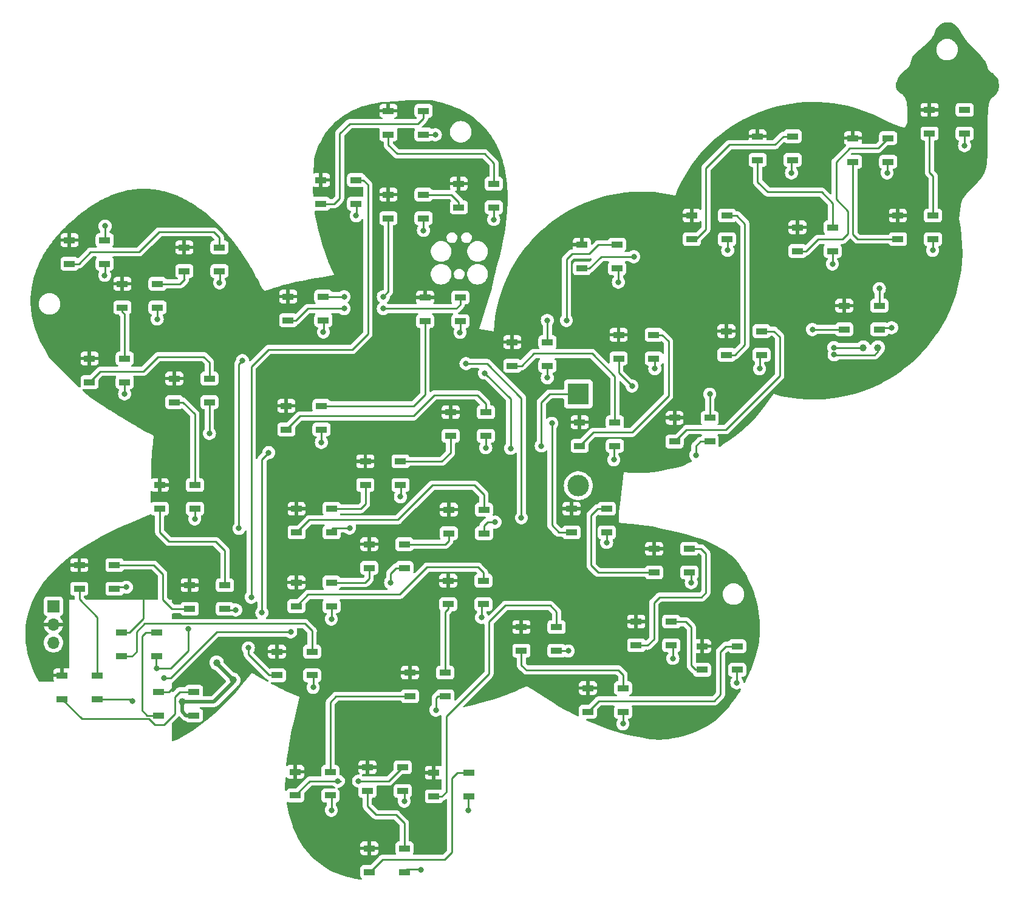
<source format=gbr>
%TF.GenerationSoftware,KiCad,Pcbnew,7.0.9*%
%TF.CreationDate,2024-02-12T09:09:13-06:00*%
%TF.ProjectId,bsidesPR,62736964-6573-4505-922e-6b696361645f,rev?*%
%TF.SameCoordinates,Original*%
%TF.FileFunction,Copper,L1,Top*%
%TF.FilePolarity,Positive*%
%FSLAX46Y46*%
G04 Gerber Fmt 4.6, Leading zero omitted, Abs format (unit mm)*
G04 Created by KiCad (PCBNEW 7.0.9) date 2024-02-12 09:09:13*
%MOMM*%
%LPD*%
G01*
G04 APERTURE LIST*
%TA.AperFunction,SMDPad,CuDef*%
%ADD10R,1.500000X0.900000*%
%TD*%
%TA.AperFunction,SMDPad,CuDef*%
%ADD11C,1.000000*%
%TD*%
%TA.AperFunction,ComponentPad*%
%ADD12R,1.700000X1.700000*%
%TD*%
%TA.AperFunction,ComponentPad*%
%ADD13O,1.700000X1.700000*%
%TD*%
%TA.AperFunction,ComponentPad*%
%ADD14R,3.000000X3.000000*%
%TD*%
%TA.AperFunction,ComponentPad*%
%ADD15C,3.000000*%
%TD*%
%TA.AperFunction,ViaPad*%
%ADD16C,0.800000*%
%TD*%
%TA.AperFunction,ViaPad*%
%ADD17C,1.000000*%
%TD*%
%TA.AperFunction,Conductor*%
%ADD18C,0.250000*%
%TD*%
%TA.AperFunction,Conductor*%
%ADD19C,0.500000*%
%TD*%
G04 APERTURE END LIST*
D10*
%TO.P,D35,1,VDD*%
%TO.N,VLED*%
X164174000Y-118111000D03*
%TO.P,D35,2,DOUT*%
%TO.N,Net-(D35-DOUT)*%
X164174000Y-121411000D03*
%TO.P,D35,3,VSS*%
%TO.N,GND*%
X169074000Y-121411000D03*
%TO.P,D35,4,DIN*%
%TO.N,Net-(D34-DOUT)*%
X169074000Y-118111000D03*
%TD*%
%TO.P,D38,1,VDD*%
%TO.N,VLED*%
X156591000Y-65532000D03*
%TO.P,D38,2,DOUT*%
%TO.N,Net-(D38-DOUT)*%
X156591000Y-68832000D03*
%TO.P,D38,3,VSS*%
%TO.N,GND*%
X161491000Y-68832000D03*
%TO.P,D38,4,DIN*%
%TO.N,Net-(D37-DOUT)*%
X161491000Y-65532000D03*
%TD*%
%TO.P,D6,1,VDD*%
%TO.N,VLED*%
X97753000Y-99061000D03*
%TO.P,D6,2,DOUT*%
%TO.N,Net-(D6-DOUT)*%
X97753000Y-102361000D03*
%TO.P,D6,3,VSS*%
%TO.N,GND*%
X102653000Y-102361000D03*
%TO.P,D6,4,DIN*%
%TO.N,Net-(D5-DOUT)*%
X102653000Y-99061000D03*
%TD*%
D11*
%TO.P,,1*%
%TO.N,CEREAL_TX*%
X197859000Y-79883000D03*
%TD*%
D10*
%TO.P,D40,1,VDD*%
%TO.N,VLED*%
X146902000Y-79122000D03*
%TO.P,D40,2,DOUT*%
%TO.N,Net-(D40-DOUT)*%
X146902000Y-82422000D03*
%TO.P,D40,3,VSS*%
%TO.N,GND*%
X151802000Y-82422000D03*
%TO.P,D40,4,DIN*%
%TO.N,Net-(D39-DOUT)*%
X151802000Y-79122000D03*
%TD*%
%TO.P,D44,1,VDD*%
%TO.N,VLED*%
X176747000Y-77598000D03*
%TO.P,D44,2,DOUT*%
%TO.N,Net-(D44-DOUT)*%
X176747000Y-80898000D03*
%TO.P,D44,3,VSS*%
%TO.N,GND*%
X181647000Y-80898000D03*
%TO.P,D44,4,DIN*%
%TO.N,Net-(D43-DOUT)*%
X181647000Y-77598000D03*
%TD*%
%TO.P,D18,1,VDD*%
%TO.N,VLED*%
X134747000Y-72898000D03*
%TO.P,D18,2,DOUT*%
%TO.N,Net-(D18-DOUT)*%
X134747000Y-76198000D03*
%TO.P,D18,3,VSS*%
%TO.N,GND*%
X139647000Y-76198000D03*
%TO.P,D18,4,DIN*%
%TO.N,Net-(D17-DOUT)*%
X139647000Y-72898000D03*
%TD*%
%TO.P,D22,1,VDD*%
%TO.N,VLED*%
X116840000Y-102364000D03*
%TO.P,D22,2,DOUT*%
%TO.N,Net-(D22-DOUT)*%
X116840000Y-105664000D03*
%TO.P,D22,3,VSS*%
%TO.N,GND*%
X121740000Y-105664000D03*
%TO.P,D22,4,DIN*%
%TO.N,Net-(D21-DOUT)*%
X121740000Y-102364000D03*
%TD*%
%TO.P,D46,1,VDD*%
%TO.N,VLED*%
X181102000Y-50420000D03*
%TO.P,D46,2,DOUT*%
%TO.N,Net-(D46-DOUT)*%
X181102000Y-53720000D03*
%TO.P,D46,3,VSS*%
%TO.N,GND*%
X186002000Y-53720000D03*
%TO.P,D46,4,DIN*%
%TO.N,Net-(D45-DOUT)*%
X186002000Y-50420000D03*
%TD*%
D11*
%TO.P,REF\u002A\u002A,1*%
%TO.N,CEREAL_TX*%
X197859000Y-79883000D03*
%TD*%
D10*
%TO.P,D37,1,VDD*%
%TO.N,VLED*%
X155157000Y-102363000D03*
%TO.P,D37,2,DOUT*%
%TO.N,Net-(D37-DOUT)*%
X155157000Y-105663000D03*
%TO.P,D37,3,VSS*%
%TO.N,GND*%
X160057000Y-105663000D03*
%TO.P,D37,4,DIN*%
%TO.N,Net-(D36-DOUT)*%
X160057000Y-102363000D03*
%TD*%
%TO.P,D14,1,VDD*%
%TO.N,VLED*%
X129630000Y-46864000D03*
%TO.P,D14,2,DOUT*%
%TO.N,Net-(D14-DOUT)*%
X129630000Y-50164000D03*
%TO.P,D14,3,VSS*%
%TO.N,GND*%
X134530000Y-50164000D03*
%TO.P,D14,4,DIN*%
%TO.N,Net-(D13-DOUT)*%
X134530000Y-46864000D03*
%TD*%
%TO.P,D23,1,VDD*%
%TO.N,VLED*%
X138049000Y-102491000D03*
%TO.P,D23,2,DOUT*%
%TO.N,Net-(D23-DOUT)*%
X138049000Y-105791000D03*
%TO.P,D23,3,VSS*%
%TO.N,GND*%
X142949000Y-105791000D03*
%TO.P,D23,4,DIN*%
%TO.N,Net-(D22-DOUT)*%
X142949000Y-102491000D03*
%TD*%
%TO.P,D50,1,VDD*%
%TO.N,VLED*%
X205068000Y-46737000D03*
%TO.P,D50,2,DOUT*%
%TO.N,Net-(D49-DIN)*%
X205068000Y-50037000D03*
%TO.P,D50,3,VSS*%
%TO.N,GND*%
X209968000Y-50037000D03*
%TO.P,D50,4,DIN*%
%TO.N,unconnected-(D50-DIN-Pad4)*%
X209968000Y-46737000D03*
%TD*%
%TO.P,D7,1,VDD*%
%TO.N,VLED*%
X101944000Y-113031000D03*
%TO.P,D7,2,DOUT*%
%TO.N,Net-(D7-DOUT)*%
X101944000Y-116331000D03*
%TO.P,D7,3,VSS*%
%TO.N,GND*%
X106844000Y-116331000D03*
%TO.P,D7,4,DIN*%
%TO.N,Net-(D6-DOUT)*%
X106844000Y-113031000D03*
%TD*%
%TO.P,D1,1,VDD*%
%TO.N,VLED*%
X85180000Y-64898000D03*
%TO.P,D1,2,DOUT*%
%TO.N,Net-(D1-DOUT)*%
X85180000Y-68198000D03*
%TO.P,D1,3,VSS*%
%TO.N,GND*%
X90080000Y-68198000D03*
%TO.P,D1,4,DIN*%
%TO.N,Net-(D1-DIN)*%
X90080000Y-64898000D03*
%TD*%
%TO.P,D42,1,VDD*%
%TO.N,VLED*%
X161726372Y-78106501D03*
%TO.P,D42,2,DOUT*%
%TO.N,Net-(D42-DOUT)*%
X161726372Y-81406501D03*
%TO.P,D42,3,VSS*%
%TO.N,GND*%
X166626372Y-81406501D03*
%TO.P,D42,4,DIN*%
%TO.N,Net-(D41-DOUT)*%
X166626372Y-78106501D03*
%TD*%
%TO.P,D39,1,VDD*%
%TO.N,VLED*%
X193167000Y-74043000D03*
%TO.P,D39,2,DOUT*%
%TO.N,Net-(D39-DOUT)*%
X193167000Y-77343000D03*
%TO.P,D39,3,VSS*%
%TO.N,GND*%
X198067000Y-77343000D03*
%TO.P,D39,4,DIN*%
%TO.N,Net-(D38-DOUT)*%
X198067000Y-74043000D03*
%TD*%
%TO.P,D13,1,VDD*%
%TO.N,VLED*%
X120232000Y-56516000D03*
%TO.P,D13,2,DOUT*%
%TO.N,Net-(D13-DOUT)*%
X120232000Y-59816000D03*
%TO.P,D13,3,VSS*%
%TO.N,GND*%
X125132000Y-59816000D03*
%TO.P,D13,4,DIN*%
%TO.N,Net-(D12-DOUT)*%
X125132000Y-56516000D03*
%TD*%
%TO.P,D21,1,VDD*%
%TO.N,VLED*%
X126418000Y-95758000D03*
%TO.P,D21,2,DOUT*%
%TO.N,Net-(D21-DOUT)*%
X126418000Y-99058000D03*
%TO.P,D21,3,VSS*%
%TO.N,GND*%
X131318000Y-99058000D03*
%TO.P,D21,4,DIN*%
%TO.N,Net-(D20-DOUT)*%
X131318000Y-95758000D03*
%TD*%
%TO.P,D15,1,VDD*%
%TO.N,VLED*%
X139446000Y-57024000D03*
%TO.P,D15,2,DOUT*%
%TO.N,Net-(D15-DOUT)*%
X139446000Y-60324000D03*
%TO.P,D15,3,VSS*%
%TO.N,GND*%
X144346000Y-60324000D03*
%TO.P,D15,4,DIN*%
%TO.N,Net-(D14-DOUT)*%
X144346000Y-57024000D03*
%TD*%
%TO.P,D36,1,VDD*%
%TO.N,VLED*%
X166677000Y-107950000D03*
%TO.P,D36,2,DOUT*%
%TO.N,Net-(D36-DOUT)*%
X166677000Y-111250000D03*
%TO.P,D36,3,VSS*%
%TO.N,GND*%
X171577000Y-111250000D03*
%TO.P,D36,4,DIN*%
%TO.N,Net-(D35-DOUT)*%
X171577000Y-107950000D03*
%TD*%
%TO.P,D27,1,VDD*%
%TO.N,VLED*%
X132641000Y-125222000D03*
%TO.P,D27,2,DOUT*%
%TO.N,Net-(D27-DOUT)*%
X132641000Y-128522000D03*
%TO.P,D27,3,VSS*%
%TO.N,GND*%
X137541000Y-128522000D03*
%TO.P,D27,4,DIN*%
%TO.N,Net-(D26-DOUT)*%
X137541000Y-125222000D03*
%TD*%
%TO.P,D4,1,VDD*%
%TO.N,VLED*%
X87974000Y-81408000D03*
%TO.P,D4,2,DOUT*%
%TO.N,Net-(D4-DOUT)*%
X87974000Y-84708000D03*
%TO.P,D4,3,VSS*%
%TO.N,GND*%
X92874000Y-84708000D03*
%TO.P,D4,4,DIN*%
%TO.N,Net-(D3-DOUT)*%
X92874000Y-81408000D03*
%TD*%
%TO.P,D47,1,VDD*%
%TO.N,VLED*%
X186653000Y-63120000D03*
%TO.P,D47,2,DOUT*%
%TO.N,Net-(D47-DOUT)*%
X186653000Y-66420000D03*
%TO.P,D47,3,VSS*%
%TO.N,GND*%
X191553000Y-66420000D03*
%TO.P,D47,4,DIN*%
%TO.N,Net-(D46-DOUT)*%
X191553000Y-63120000D03*
%TD*%
%TO.P,D20,1,VDD*%
%TO.N,VLED*%
X138303000Y-88901000D03*
%TO.P,D20,2,DOUT*%
%TO.N,Net-(D20-DOUT)*%
X138303000Y-92201000D03*
%TO.P,D20,3,VSS*%
%TO.N,GND*%
X143203000Y-92201000D03*
%TO.P,D20,4,DIN*%
%TO.N,Net-(D19-DOUT)*%
X143203000Y-88901000D03*
%TD*%
%TO.P,D24,1,VDD*%
%TO.N,VLED*%
X126963000Y-107316000D03*
%TO.P,D24,2,DOUT*%
%TO.N,Net-(D24-DOUT)*%
X126963000Y-110616000D03*
%TO.P,D24,3,VSS*%
%TO.N,GND*%
X131863000Y-110616000D03*
%TO.P,D24,4,DIN*%
%TO.N,Net-(D23-DOUT)*%
X131863000Y-107316000D03*
%TD*%
%TO.P,D33,1,VDD*%
%TO.N,VLED*%
X157443000Y-127382000D03*
%TO.P,D33,2,DOUT*%
%TO.N,Net-(D33-DOUT)*%
X157443000Y-130682000D03*
%TO.P,D33,3,VSS*%
%TO.N,GND*%
X162343000Y-130682000D03*
%TO.P,D33,4,DIN*%
%TO.N,Net-(D32-DOUT)*%
X162343000Y-127382000D03*
%TD*%
%TO.P,D16,1,VDD*%
%TO.N,VLED*%
X129630000Y-58548000D03*
%TO.P,D16,2,DOUT*%
%TO.N,Net-(D16-DOUT)*%
X129630000Y-61848000D03*
%TO.P,D16,3,VSS*%
%TO.N,GND*%
X134530000Y-61848000D03*
%TO.P,D16,4,DIN*%
%TO.N,Net-(D15-DOUT)*%
X134530000Y-58548000D03*
%TD*%
D11*
%TO.P,REF\u002A\u002A,1*%
%TO.N,CEREAL_RX*%
X195834000Y-79883000D03*
%TD*%
D10*
%TO.P,D26,1,VDD*%
%TO.N,VLED*%
X137975000Y-112395000D03*
%TO.P,D26,2,DOUT*%
%TO.N,Net-(D26-DOUT)*%
X137975000Y-115695000D03*
%TO.P,D26,3,VSS*%
%TO.N,GND*%
X142875000Y-115695000D03*
%TO.P,D26,4,DIN*%
%TO.N,Net-(D25-DOUT)*%
X142875000Y-112395000D03*
%TD*%
%TO.P,D5,1,VDD*%
%TO.N,VLED*%
X99785000Y-84202000D03*
%TO.P,D5,2,DOUT*%
%TO.N,Net-(D5-DOUT)*%
X99785000Y-87502000D03*
%TO.P,D5,3,VSS*%
%TO.N,GND*%
X104685000Y-87502000D03*
%TO.P,D5,4,DIN*%
%TO.N,Net-(D4-DOUT)*%
X104685000Y-84202000D03*
%TD*%
%TO.P,D49,1,VDD*%
%TO.N,VLED*%
X200660000Y-61468000D03*
%TO.P,D49,2,DOUT*%
%TO.N,Net-(D48-DOUT)*%
X200660000Y-64768000D03*
%TO.P,D49,3,VSS*%
%TO.N,GND*%
X205560000Y-64768000D03*
%TO.P,D49,4,DIN*%
%TO.N,Net-(D49-DIN)*%
X205560000Y-61468000D03*
%TD*%
%TO.P,D10,1,VDD*%
%TO.N,VLED*%
X97626000Y-127890000D03*
%TO.P,D10,2,DOUT*%
%TO.N,Net-(D10-DOUT)*%
X97626000Y-131190000D03*
%TO.P,D10,3,VSS*%
%TO.N,GND*%
X102526000Y-131190000D03*
%TO.P,D10,4,DIN*%
%TO.N,Net-(D10-DIN)*%
X102526000Y-127890000D03*
%TD*%
%TO.P,D9,1,VDD*%
%TO.N,VLED*%
X84164000Y-125604000D03*
%TO.P,D9,2,DOUT*%
%TO.N,Net-(D10-DIN)*%
X84164000Y-128904000D03*
%TO.P,D9,3,VSS*%
%TO.N,GND*%
X89064000Y-128904000D03*
%TO.P,D9,4,DIN*%
%TO.N,Net-(D8-DOUT)*%
X89064000Y-125604000D03*
%TD*%
%TO.P,D11,1,VDD*%
%TO.N,VLED*%
X92456000Y-119635000D03*
%TO.P,D11,2,DOUT*%
%TO.N,Net-(D11-DOUT)*%
X92456000Y-122935000D03*
%TO.P,D11,3,VSS*%
%TO.N,GND*%
X97356000Y-122935000D03*
%TO.P,D11,4,DIN*%
%TO.N,Net-(D10-DOUT)*%
X97356000Y-119635000D03*
%TD*%
%TO.P,D48,1,VDD*%
%TO.N,VLED*%
X194400000Y-50674000D03*
%TO.P,D48,2,DOUT*%
%TO.N,Net-(D48-DOUT)*%
X194400000Y-53974000D03*
%TO.P,D48,3,VSS*%
%TO.N,GND*%
X199300000Y-53974000D03*
%TO.P,D48,4,DIN*%
%TO.N,Net-(D47-DOUT)*%
X199300000Y-50674000D03*
%TD*%
%TO.P,D25,1,VDD*%
%TO.N,VLED*%
X116803000Y-112650000D03*
%TO.P,D25,2,DOUT*%
%TO.N,Net-(D25-DOUT)*%
X116803000Y-115950000D03*
%TO.P,D25,3,VSS*%
%TO.N,GND*%
X121703000Y-115950000D03*
%TO.P,D25,4,DIN*%
%TO.N,Net-(D24-DOUT)*%
X121703000Y-112650000D03*
%TD*%
%TO.P,D2,1,VDD*%
%TO.N,VLED*%
X101182000Y-65914000D03*
%TO.P,D2,2,DOUT*%
%TO.N,Net-(D2-DOUT)*%
X101182000Y-69214000D03*
%TO.P,D2,3,VSS*%
%TO.N,GND*%
X106082000Y-69214000D03*
%TO.P,D2,4,DIN*%
%TO.N,Net-(D1-DOUT)*%
X106082000Y-65914000D03*
%TD*%
%TO.P,D12,1,VDD*%
%TO.N,VLED*%
X114099000Y-122301000D03*
%TO.P,D12,2,DOUT*%
%TO.N,Net-(D12-DOUT)*%
X114099000Y-125601000D03*
%TO.P,D12,3,VSS*%
%TO.N,GND*%
X118999000Y-125601000D03*
%TO.P,D12,4,DIN*%
%TO.N,Net-(D11-DOUT)*%
X118999000Y-122301000D03*
%TD*%
%TO.P,D34,1,VDD*%
%TO.N,VLED*%
X173355000Y-121539000D03*
%TO.P,D34,2,DOUT*%
%TO.N,Net-(D34-DOUT)*%
X173355000Y-124839000D03*
%TO.P,D34,3,VSS*%
%TO.N,GND*%
X178255000Y-124839000D03*
%TO.P,D34,4,DIN*%
%TO.N,Net-(D33-DOUT)*%
X178255000Y-121539000D03*
%TD*%
%TO.P,D19,1,VDD*%
%TO.N,VLED*%
X115406000Y-88012000D03*
%TO.P,D19,2,DOUT*%
%TO.N,Net-(D19-DOUT)*%
X115406000Y-91312000D03*
%TO.P,D19,3,VSS*%
%TO.N,GND*%
X120306000Y-91312000D03*
%TO.P,D19,4,DIN*%
%TO.N,Net-(D18-DOUT)*%
X120306000Y-88012000D03*
%TD*%
%TO.P,D8,1,VDD*%
%TO.N,VLED*%
X86540000Y-110236000D03*
%TO.P,D8,2,DOUT*%
%TO.N,Net-(D8-DOUT)*%
X86540000Y-113536000D03*
%TO.P,D8,3,VSS*%
%TO.N,GND*%
X91440000Y-113536000D03*
%TO.P,D8,4,DIN*%
%TO.N,Net-(D7-DOUT)*%
X91440000Y-110236000D03*
%TD*%
%TO.P,D43,1,VDD*%
%TO.N,VLED*%
X169524172Y-89688901D03*
%TO.P,D43,2,DOUT*%
%TO.N,Net-(D43-DOUT)*%
X169524172Y-92988901D03*
%TO.P,D43,3,VSS*%
%TO.N,GND*%
X174424172Y-92988901D03*
%TO.P,D43,4,DIN*%
%TO.N,Net-(D42-DOUT)*%
X174424172Y-89688901D03*
%TD*%
%TO.P,D41,1,VDD*%
%TO.N,VLED*%
X156300000Y-90298000D03*
%TO.P,D41,2,DOUT*%
%TO.N,Net-(D41-DOUT)*%
X156300000Y-93598000D03*
%TO.P,D41,3,VSS*%
%TO.N,GND*%
X161200000Y-93598000D03*
%TO.P,D41,4,DIN*%
%TO.N,Net-(D40-DOUT)*%
X161200000Y-90298000D03*
%TD*%
%TO.P,D28,1,VDD*%
%TO.N,VLED*%
X116639000Y-139065000D03*
%TO.P,D28,2,DOUT*%
%TO.N,Net-(D28-DOUT)*%
X116639000Y-142365000D03*
%TO.P,D28,3,VSS*%
%TO.N,GND*%
X121539000Y-142365000D03*
%TO.P,D28,4,DIN*%
%TO.N,Net-(D27-DOUT)*%
X121539000Y-139065000D03*
%TD*%
%TO.P,D17,1,VDD*%
%TO.N,VLED*%
X115660000Y-72772000D03*
%TO.P,D17,2,DOUT*%
%TO.N,Net-(D17-DOUT)*%
X115660000Y-76072000D03*
%TO.P,D17,3,VSS*%
%TO.N,GND*%
X120560000Y-76072000D03*
%TO.P,D17,4,DIN*%
%TO.N,Net-(D16-DOUT)*%
X120560000Y-72772000D03*
%TD*%
%TO.P,D45,1,VDD*%
%TO.N,VLED*%
X171921000Y-61469000D03*
%TO.P,D45,2,DOUT*%
%TO.N,Net-(D45-DOUT)*%
X171921000Y-64769000D03*
%TO.P,D45,3,VSS*%
%TO.N,GND*%
X176821000Y-64769000D03*
%TO.P,D45,4,DIN*%
%TO.N,Net-(D44-DOUT)*%
X176821000Y-61469000D03*
%TD*%
%TO.P,D30,1,VDD*%
%TO.N,VLED*%
X126963000Y-149734000D03*
%TO.P,D30,2,DOUT*%
%TO.N,Net-(D30-DOUT)*%
X126963000Y-153034000D03*
%TO.P,D30,3,VSS*%
%TO.N,GND*%
X131863000Y-153034000D03*
%TO.P,D30,4,DIN*%
%TO.N,Net-(D29-DOUT)*%
X131863000Y-149734000D03*
%TD*%
%TO.P,D3,1,VDD*%
%TO.N,VLED*%
X92546000Y-70994000D03*
%TO.P,D3,2,DOUT*%
%TO.N,Net-(D3-DOUT)*%
X92546000Y-74294000D03*
%TO.P,D3,3,VSS*%
%TO.N,GND*%
X97446000Y-74294000D03*
%TO.P,D3,4,DIN*%
%TO.N,Net-(D2-DOUT)*%
X97446000Y-70994000D03*
%TD*%
%TO.P,D32,1,VDD*%
%TO.N,VLED*%
X148172000Y-118873000D03*
%TO.P,D32,2,DOUT*%
%TO.N,Net-(D32-DOUT)*%
X148172000Y-122173000D03*
%TO.P,D32,3,VSS*%
%TO.N,GND*%
X153072000Y-122173000D03*
%TO.P,D32,4,DIN*%
%TO.N,Net-(D31-DOUT)*%
X153072000Y-118873000D03*
%TD*%
%TO.P,D29,1,VDD*%
%TO.N,VLED*%
X126709000Y-138431000D03*
%TO.P,D29,2,DOUT*%
%TO.N,Net-(D29-DOUT)*%
X126709000Y-141731000D03*
%TO.P,D29,3,VSS*%
%TO.N,GND*%
X131609000Y-141731000D03*
%TO.P,D29,4,DIN*%
%TO.N,Net-(D28-DOUT)*%
X131609000Y-138431000D03*
%TD*%
%TO.P,D31,1,VDD*%
%TO.N,VLED*%
X135980000Y-139193000D03*
%TO.P,D31,2,DOUT*%
%TO.N,Net-(D31-DOUT)*%
X135980000Y-142493000D03*
%TO.P,D31,3,VSS*%
%TO.N,GND*%
X140880000Y-142493000D03*
%TO.P,D31,4,DIN*%
%TO.N,Net-(D30-DOUT)*%
X140880000Y-139193000D03*
%TD*%
D12*
%TO.P,J3,1,Pin_1*%
%TO.N,+5V*%
X82947172Y-115976901D03*
D13*
%TO.P,J3,2,Pin_2*%
%TO.N,VLED*%
X82947172Y-118516901D03*
%TO.P,J3,3,Pin_3*%
%TO.N,GND*%
X82947172Y-121056901D03*
%TD*%
D14*
%TO.P,BT1,1,+*%
%TO.N,Net-(BT1-+)*%
X156113000Y-86360000D03*
D15*
%TO.P,BT1,2,-*%
%TO.N,GND*%
X156113000Y-99160000D03*
%TD*%
D16*
%TO.N,GND*%
X205502172Y-66319901D03*
X93107172Y-113309901D03*
X209947172Y-51714901D03*
X162322172Y-132359901D03*
X143200544Y-93874329D03*
X120569144Y-77719929D03*
X108347172Y-116484901D03*
X124222172Y-105054901D03*
X171847172Y-112674901D03*
X169286344Y-123242802D03*
D17*
X100927500Y-129261101D03*
D16*
X136266344Y-130454901D03*
X104685000Y-91867729D03*
X161052172Y-95529901D03*
X119142172Y-127279901D03*
X121682172Y-144424901D03*
X90084572Y-69825101D03*
X131313344Y-100706929D03*
X151785744Y-84095329D03*
X142616344Y-117527802D03*
X185817172Y-55524901D03*
X199787172Y-77114901D03*
X125141144Y-61489329D03*
X161687172Y-70764901D03*
X139619144Y-77770729D03*
X199152172Y-55524901D03*
X136181000Y-50211729D03*
X144516772Y-104216701D03*
X181372172Y-82829901D03*
X160061572Y-107067574D03*
X102632172Y-103784901D03*
X121682172Y-117754901D03*
X134155073Y-152700729D03*
D17*
X105680172Y-123850901D03*
D16*
X120285172Y-93116901D03*
X172482172Y-94894901D03*
X131842172Y-143154901D03*
X134513744Y-63546729D03*
X97399772Y-75921101D03*
X129937172Y-112674901D03*
X97298172Y-124646421D03*
X144318144Y-62022729D03*
X166767172Y-82829901D03*
X93919972Y-129235701D03*
X191532172Y-68224901D03*
D17*
X108004272Y-126251201D03*
D16*
X154702172Y-122199901D03*
X106086572Y-70866501D03*
X140732172Y-144424901D03*
X178197172Y-126644901D03*
X92853172Y-86360501D03*
X101768572Y-119126501D03*
X176927172Y-66319901D03*
%TO.N,Net-(J2-SWDIO)*%
X148174372Y-103632501D03*
X140452772Y-82118701D03*
%TO.N,Net-(J2-SWCLK)*%
X143018172Y-83439501D03*
X146675772Y-93955101D03*
%TO.N,RPi_WAKE*%
X112944572Y-94539301D03*
X112004772Y-116865901D03*
%TO.N,VLED*%
X104410172Y-122530101D03*
X95469372Y-113379901D03*
%TO.N,Net-(D1-DIN)*%
X90135372Y-62941701D03*
%TO.N,Net-(D17-DOUT)*%
X128921172Y-74447901D03*
X123460172Y-74447901D03*
%TO.N,Net-(D37-DOUT)*%
X154448172Y-76098901D03*
X152416172Y-90449901D03*
%TO.N,Net-(D38-DOUT)*%
X198067000Y-71653901D03*
X163846172Y-67208901D03*
%TO.N,Net-(D39-DOUT)*%
X188738172Y-77368901D03*
X151781172Y-76098901D03*
%TO.N,Net-(BT1-+)*%
X150942972Y-93599501D03*
X98339572Y-126009901D03*
X116017972Y-119558301D03*
%TO.N,CEREAL_TX*%
X191764662Y-80882088D03*
%TO.N,CEREAL_RX*%
X191735873Y-79883000D03*
%TO.N,+3V3*%
X108804372Y-105105701D03*
X109286972Y-81712301D03*
%TO.N,Net-(D42-DOUT)*%
X163592172Y-85242901D03*
X174424172Y-86385901D03*
%TO.N,Net-(D12-DOUT)*%
X110113072Y-121789901D03*
X110506172Y-114706901D03*
%TO.N,Net-(D28-DOUT)*%
X122582172Y-140360901D03*
X125472172Y-140360901D03*
%TO.N,Net-(D16-DOUT)*%
X123460172Y-72796901D03*
X128921172Y-72796901D03*
%TD*%
D18*
%TO.N,GND*%
X139639972Y-76092828D02*
X139639972Y-77749901D01*
X97356000Y-122935000D02*
X97272772Y-123018228D01*
X125161972Y-59811428D02*
X125161972Y-61468501D01*
X171868000Y-111541000D02*
X171868000Y-112654073D01*
X162343000Y-130682000D02*
X162343000Y-132339073D01*
X169074000Y-121411000D02*
X169307172Y-121644172D01*
X209968000Y-50037000D02*
X209968000Y-51694073D01*
X120310572Y-93091501D02*
X120285172Y-93116901D01*
X153024271Y-122179073D02*
X154681344Y-122179073D01*
X178218000Y-124967000D02*
X178218000Y-126624073D01*
X89090901Y-128930901D02*
X89064000Y-128904000D01*
X160061572Y-105667572D02*
X160061572Y-107067574D01*
X132217099Y-152679901D02*
X134134245Y-152679901D01*
X140880000Y-142493000D02*
X140753000Y-142620000D01*
X131863000Y-153034000D02*
X132217099Y-152679901D01*
X136287172Y-128777000D02*
X136287172Y-130434073D01*
X131609000Y-141731000D02*
X131863000Y-141985000D01*
X198315927Y-77094073D02*
X199766344Y-77094073D01*
X93919972Y-129235701D02*
X93615172Y-128930901D01*
X121703000Y-116077000D02*
X121703000Y-117734073D01*
X134534572Y-61868828D02*
X134534572Y-63525901D01*
D19*
X101436871Y-131190000D02*
X102526000Y-131190000D01*
X105680172Y-123927101D02*
X105680172Y-123901701D01*
D18*
X137541000Y-128522000D02*
X136542172Y-128522000D01*
X169307172Y-121644172D02*
X169307172Y-123221974D01*
X181647000Y-80898000D02*
X181393000Y-81152000D01*
D19*
X108004272Y-126556001D02*
X105299172Y-129261101D01*
D18*
X136542172Y-128522000D02*
X136287172Y-128777000D01*
X121740000Y-105664000D02*
X121740000Y-105203344D01*
X121539000Y-142365000D02*
X121703000Y-142529000D01*
X160057000Y-105663000D02*
X160061572Y-105667572D01*
X106107400Y-69188600D02*
X106107400Y-70845673D01*
X191553000Y-66547000D02*
X191553000Y-68204073D01*
X131334172Y-99029028D02*
X131334172Y-100686101D01*
X101768572Y-122174501D02*
X101768572Y-119126501D01*
X97298172Y-124646421D02*
X99296652Y-124646421D01*
X209968000Y-51694073D02*
X209947172Y-51714901D01*
X99296652Y-124646421D02*
X101768572Y-122174501D01*
X91440000Y-113536000D02*
X91686927Y-113289073D01*
X104685000Y-91867729D02*
X104685000Y-87502000D01*
X143221372Y-92196428D02*
X143221372Y-93853501D01*
D19*
X105299172Y-129261101D02*
X100927500Y-129261101D01*
X100927500Y-130680629D02*
X101436871Y-131190000D01*
D18*
X90105400Y-68147200D02*
X90105400Y-69804273D01*
X198067000Y-77343000D02*
X198315927Y-77094073D01*
X121703000Y-142529000D02*
X121703000Y-144404073D01*
X142637172Y-115932828D02*
X142637172Y-117506974D01*
X142949000Y-104768473D02*
X143500772Y-104216701D01*
X174424172Y-92988901D02*
X173118172Y-92988901D01*
X91686927Y-113289073D02*
X93086344Y-113289073D01*
X166788000Y-81152000D02*
X166788000Y-82809073D01*
X144338972Y-60344828D02*
X144338972Y-62001901D01*
X161708000Y-69049000D02*
X161708000Y-70744073D01*
X93615172Y-128930901D02*
X89090901Y-128930901D01*
X161200000Y-93598000D02*
X161073000Y-93725000D01*
X142949000Y-105791000D02*
X142949000Y-104768473D01*
X131863000Y-141985000D02*
X131863000Y-143134073D01*
X199173000Y-53847000D02*
X199173000Y-55504073D01*
X161491000Y-68832000D02*
X161708000Y-69049000D01*
X119163000Y-125602000D02*
X119163000Y-127259073D01*
D19*
X108004272Y-126251201D02*
X108004272Y-126556001D01*
D18*
X120589972Y-76042028D02*
X120589972Y-77699101D01*
X185838000Y-53847000D02*
X185838000Y-55504073D01*
X176948000Y-64642000D02*
X176948000Y-66299073D01*
X173118172Y-92988901D02*
X172503000Y-93604073D01*
X131863000Y-110616000D02*
X130726073Y-110616000D01*
X121888443Y-105054901D02*
X124222172Y-105054901D01*
X121740000Y-105203344D02*
X121888443Y-105054901D01*
X97420600Y-74243200D02*
X97420600Y-75900273D01*
X143500772Y-104216701D02*
X144516772Y-104216701D01*
X97272772Y-123018228D02*
X97272772Y-124418845D01*
X161073000Y-93725000D02*
X161073000Y-95509073D01*
X120310572Y-91434428D02*
X120310572Y-93091501D01*
X92874000Y-84682600D02*
X92874000Y-86339673D01*
X106669271Y-116464073D02*
X108326344Y-116464073D01*
X97272772Y-124418845D02*
X97573000Y-124719073D01*
X130726073Y-110616000D02*
X129958000Y-111384073D01*
X102653000Y-102107000D02*
X102653000Y-103764073D01*
X140753000Y-142620000D02*
X140753000Y-144404073D01*
X134503099Y-50190901D02*
X136160172Y-50190901D01*
X142875000Y-115695000D02*
X142637172Y-115932828D01*
X181393000Y-81152000D02*
X181393000Y-82809073D01*
X151806572Y-82417428D02*
X151806572Y-84074501D01*
X172503000Y-93604073D02*
X172503000Y-94874073D01*
X205523000Y-64642000D02*
X205523000Y-66299073D01*
D19*
X100927500Y-129261101D02*
X100927500Y-130680629D01*
D18*
X171577000Y-111250000D02*
X171868000Y-111541000D01*
D19*
X108004272Y-126251201D02*
X105680172Y-123927101D01*
D18*
X129958000Y-111384073D02*
X129958000Y-112654073D01*
%TO.N,Net-(D3-DOUT)*%
X92546000Y-74294000D02*
X92546000Y-74893000D01*
X92874000Y-75221000D02*
X92874000Y-81408000D01*
X92546000Y-74893000D02*
X92874000Y-75221000D01*
%TO.N,Net-(D4-DOUT)*%
X89497000Y-83185000D02*
X95504000Y-83185000D01*
X95504000Y-83185000D02*
X97536000Y-81153000D01*
X97536000Y-81153000D02*
X103886000Y-81153000D01*
X104685000Y-81952000D02*
X104685000Y-84202000D01*
X103886000Y-81153000D02*
X104685000Y-81952000D01*
X87974000Y-84708000D02*
X89497000Y-83185000D01*
%TO.N,Net-(D5-DOUT)*%
X99785000Y-87502000D02*
X100964000Y-87502000D01*
X102653000Y-89191000D02*
X102653000Y-99061000D01*
X100964000Y-87502000D02*
X102653000Y-89191000D01*
%TO.N,Net-(D6-DOUT)*%
X106844000Y-108241000D02*
X106844000Y-113031000D01*
X99060000Y-106934000D02*
X105537000Y-106934000D01*
X105537000Y-106934000D02*
X106844000Y-108241000D01*
X97753000Y-105627000D02*
X99060000Y-106934000D01*
X97753000Y-102361000D02*
X97753000Y-105627000D01*
%TO.N,Net-(D7-DOUT)*%
X96932750Y-110236000D02*
X91440000Y-110236000D01*
X99440000Y-116331000D02*
X98171000Y-115062000D01*
X101944000Y-116331000D02*
X99440000Y-116331000D01*
X98171000Y-111474250D02*
X96932750Y-110236000D01*
X98171000Y-115062000D02*
X98171000Y-111474250D01*
%TO.N,Net-(D10-DIN)*%
X97047000Y-132461000D02*
X98340073Y-132461000D01*
X86934101Y-131674101D02*
X96260101Y-131674101D01*
X96260101Y-131674101D02*
X97047000Y-132461000D01*
X98340073Y-132461000D02*
X99838172Y-130962901D01*
X99838172Y-128600701D02*
X100548873Y-127890000D01*
X99838172Y-130962901D02*
X99838172Y-128600701D01*
X84164000Y-128904000D02*
X86934101Y-131674101D01*
X100548873Y-127890000D02*
X102526000Y-127890000D01*
%TO.N,Net-(D10-DOUT)*%
X95266172Y-120167901D02*
X95799073Y-119635000D01*
X96001271Y-131190000D02*
X95266172Y-130454901D01*
X97626000Y-131190000D02*
X96001271Y-131190000D01*
X95266172Y-130454901D02*
X95266172Y-120167901D01*
X95799073Y-119635000D02*
X97356000Y-119635000D01*
%TO.N,Net-(J2-SWDIO)*%
X148174372Y-86919301D02*
X148174372Y-103632501D01*
X143373772Y-82118701D02*
X148174372Y-86919301D01*
X140452772Y-82118701D02*
X143373772Y-82118701D01*
%TO.N,Net-(J2-SWCLK)*%
X143094372Y-83439501D02*
X146675772Y-87020901D01*
X143018172Y-83439501D02*
X143094372Y-83439501D01*
X146675772Y-87020901D02*
X146675772Y-93955101D01*
%TO.N,RPi_WAKE*%
X112004772Y-95479101D02*
X112004772Y-116865901D01*
X112944572Y-94539301D02*
X112004772Y-95479101D01*
%TO.N,VLED*%
X99050273Y-127890000D02*
X97626000Y-127890000D01*
X95469372Y-117704101D02*
X93538473Y-119635000D01*
X95469372Y-113379901D02*
X95469372Y-114325901D01*
X95469372Y-113379901D02*
X95469372Y-117704101D01*
X104410172Y-122530101D02*
X99050273Y-127890000D01*
X93538473Y-119635000D02*
X92456000Y-119635000D01*
%TO.N,Net-(D1-DOUT)*%
X105283000Y-63754000D02*
X106082000Y-64553000D01*
X85180000Y-68198000D02*
X86488000Y-68198000D01*
X106082000Y-64553000D02*
X106082000Y-65914000D01*
X97663000Y-63754000D02*
X105283000Y-63754000D01*
X94869000Y-66548000D02*
X97663000Y-63754000D01*
X86488000Y-68198000D02*
X88138000Y-66548000D01*
X88138000Y-66548000D02*
X94869000Y-66548000D01*
%TO.N,Net-(D1-DIN)*%
X90135372Y-62941701D02*
X90135372Y-64842628D01*
X90135372Y-64842628D02*
X90080000Y-64898000D01*
%TO.N,Net-(D2-DOUT)*%
X101219000Y-70358000D02*
X101182000Y-70321000D01*
X97446000Y-70994000D02*
X100583000Y-70994000D01*
X101182000Y-70321000D02*
X101182000Y-69214000D01*
X100583000Y-70994000D02*
X101219000Y-70358000D01*
%TO.N,Net-(D17-DOUT)*%
X128921172Y-74447901D02*
X139081172Y-74447901D01*
X139081172Y-74447901D02*
X139647000Y-73882073D01*
X115660000Y-76072000D02*
X116756073Y-76072000D01*
X116756073Y-76072000D02*
X118380172Y-74447901D01*
X139647000Y-73882073D02*
X139647000Y-72898000D01*
X118380172Y-74447901D02*
X123460172Y-74447901D01*
%TO.N,Net-(D19-DOUT)*%
X117284099Y-89433901D02*
X133112172Y-89433901D01*
X142002172Y-86512901D02*
X143203000Y-87713729D01*
X143203000Y-87713729D02*
X143203000Y-88901000D01*
X115406000Y-91312000D02*
X117284099Y-89433901D01*
X136033172Y-86512901D02*
X142002172Y-86512901D01*
X133112172Y-89433901D02*
X136033172Y-86512901D01*
%TO.N,Net-(D20-DOUT)*%
X138303000Y-94530073D02*
X138303000Y-92201000D01*
X131318000Y-95758000D02*
X137075073Y-95758000D01*
X137075073Y-95758000D02*
X138303000Y-94530073D01*
%TO.N,Net-(D21-DOUT)*%
X125770073Y-102364000D02*
X126418000Y-101716073D01*
X121740000Y-102364000D02*
X125770073Y-102364000D01*
X126418000Y-101716073D02*
X126418000Y-99058000D01*
%TO.N,Net-(D22-DOUT)*%
X118592099Y-103911901D02*
X130953172Y-103911901D01*
X142949000Y-100413729D02*
X142949000Y-102491000D01*
X135779172Y-99085901D02*
X141621172Y-99085901D01*
X116840000Y-105664000D02*
X118592099Y-103911901D01*
X141621172Y-99085901D02*
X142949000Y-100413729D01*
X130953172Y-103911901D02*
X135779172Y-99085901D01*
%TO.N,Net-(D23-DOUT)*%
X137582073Y-107316000D02*
X138049000Y-106849073D01*
X131863000Y-107316000D02*
X137582073Y-107316000D01*
X138049000Y-106849073D02*
X138049000Y-105791000D01*
%TO.N,Net-(D24-DOUT)*%
X126406073Y-112650000D02*
X126963000Y-112093073D01*
X126963000Y-112093073D02*
X126963000Y-110616000D01*
X121703000Y-112650000D02*
X126406073Y-112650000D01*
%TO.N,Net-(D33-DOUT)*%
X176699073Y-121539000D02*
X178255000Y-121539000D01*
X157443000Y-130682000D02*
X158940099Y-129184901D01*
X175911172Y-128295901D02*
X175911172Y-122326901D01*
X175911172Y-122326901D02*
X176699073Y-121539000D01*
X175022172Y-129184901D02*
X175911172Y-128295901D01*
X158940099Y-129184901D02*
X175022172Y-129184901D01*
%TO.N,Net-(D35-DOUT)*%
X166640172Y-115468901D02*
X167402172Y-114706901D01*
X173879172Y-108610901D02*
X173218271Y-107950000D01*
X167402172Y-114706901D02*
X173244172Y-114706901D01*
X166640172Y-120548901D02*
X166640172Y-115468901D01*
X164174000Y-121411000D02*
X165778073Y-121411000D01*
X165778073Y-121411000D02*
X166640172Y-120548901D01*
X173244172Y-114706901D02*
X173879172Y-114071901D01*
X173218271Y-107950000D02*
X171577000Y-107950000D01*
X173879172Y-114071901D02*
X173879172Y-108610901D01*
%TO.N,Net-(D36-DOUT)*%
X158865271Y-111250000D02*
X157877172Y-110261901D01*
X158791073Y-102363000D02*
X160057000Y-102363000D01*
X166677000Y-111250000D02*
X158865271Y-111250000D01*
X157877172Y-110261901D02*
X157877172Y-103276901D01*
X157877172Y-103276901D02*
X158791073Y-102363000D01*
%TO.N,Net-(D37-DOUT)*%
X154448172Y-67589901D02*
X155210172Y-66827901D01*
X153405271Y-105663000D02*
X155157000Y-105663000D01*
X157623172Y-66827901D02*
X158919073Y-65532000D01*
X158919073Y-65532000D02*
X161491000Y-65532000D01*
X155210172Y-66827901D02*
X157623172Y-66827901D01*
X152416172Y-90449901D02*
X152416172Y-104673901D01*
X154448172Y-76098901D02*
X154448172Y-67589901D01*
X152416172Y-90449901D02*
X152479672Y-90386401D01*
X152416172Y-104673901D02*
X153405271Y-105663000D01*
%TO.N,Net-(D38-DOUT)*%
X198067000Y-71653901D02*
X198067000Y-74043000D01*
X156591000Y-68832000D02*
X157651073Y-68832000D01*
X159274172Y-67208901D02*
X161664099Y-67208901D01*
X157651073Y-68832000D02*
X159274172Y-67208901D01*
X161664099Y-67208901D02*
X163846172Y-67208901D01*
%TO.N,Net-(D39-DOUT)*%
X188764073Y-77343000D02*
X193167000Y-77343000D01*
X151802000Y-76119729D02*
X151802000Y-79122000D01*
X188738172Y-77368901D02*
X188764073Y-77343000D01*
X151781172Y-76098901D02*
X151802000Y-76119729D01*
%TO.N,Net-(D40-DOUT)*%
X149901572Y-80721701D02*
X158029572Y-80721701D01*
X148201273Y-82422000D02*
X149901572Y-80721701D01*
X146902000Y-82422000D02*
X148201273Y-82422000D01*
X158029572Y-80721701D02*
X161200000Y-83892129D01*
X161200000Y-83892129D02*
X161200000Y-90298000D01*
%TO.N,Net-(D44-DOUT)*%
X179314772Y-79527901D02*
X179314772Y-62611501D01*
X177944673Y-80898000D02*
X179314772Y-79527901D01*
X179314772Y-62611501D02*
X178172271Y-61469000D01*
X176747000Y-80898000D02*
X177944673Y-80898000D01*
X178172271Y-61469000D02*
X176821000Y-61469000D01*
%TO.N,Net-(D45-DOUT)*%
X173879172Y-54889901D02*
X177181172Y-51587901D01*
X171921000Y-64769000D02*
X172509073Y-64769000D01*
X177181172Y-51587901D02*
X183531172Y-51587901D01*
X173879172Y-63398901D02*
X173879172Y-54889901D01*
X184699073Y-50420000D02*
X186002000Y-50420000D01*
X172509073Y-64769000D02*
X173879172Y-63398901D01*
X183531172Y-51587901D02*
X184699073Y-50420000D01*
%TO.N,Net-(D46-DOUT)*%
X191553000Y-59736729D02*
X191553000Y-63120000D01*
X181102000Y-53720000D02*
X181102000Y-56778729D01*
X182515172Y-58191901D02*
X190008172Y-58191901D01*
X181102000Y-56778729D02*
X182515172Y-58191901D01*
X190008172Y-58191901D02*
X191553000Y-59736729D01*
%TO.N,Net-(D47-DOUT)*%
X186653000Y-66420000D02*
X187876073Y-66420000D01*
X187876073Y-66420000D02*
X189500172Y-64795901D01*
X193945172Y-52095901D02*
X197878099Y-52095901D01*
X193691172Y-64033901D02*
X193691172Y-60858901D01*
X189500172Y-64795901D02*
X192929172Y-64795901D01*
X197878099Y-52095901D02*
X199300000Y-50674000D01*
X192040172Y-59207901D02*
X192040172Y-54000901D01*
X193691172Y-60858901D02*
X192040172Y-59207901D01*
X192040172Y-54000901D02*
X193945172Y-52095901D01*
X192929172Y-64795901D02*
X193691172Y-64033901D01*
%TO.N,Net-(D48-DOUT)*%
X194400000Y-64107729D02*
X194400000Y-53974000D01*
X195060271Y-64768000D02*
X194400000Y-64107729D01*
X200660000Y-64768000D02*
X195060271Y-64768000D01*
%TO.N,Net-(BT1-+)*%
X150942972Y-93599501D02*
X150942972Y-87528901D01*
X99253972Y-126009901D02*
X105705572Y-119558301D01*
X152111873Y-86360000D02*
X156113000Y-86360000D01*
X98339572Y-126009901D02*
X99253972Y-126009901D01*
X116017972Y-119558301D02*
X115967172Y-119558301D01*
X105705572Y-119558301D02*
X116017972Y-119558301D01*
X150942972Y-87528901D02*
X152111873Y-86360000D01*
%TO.N,Net-(D14-DOUT)*%
X129630000Y-50164000D02*
X129630000Y-51661729D01*
X129630000Y-51661729D02*
X130826172Y-52857901D01*
X144346000Y-54185729D02*
X144346000Y-57024000D01*
X130826172Y-52857901D02*
X143018172Y-52857901D01*
X143018172Y-52857901D02*
X144346000Y-54185729D01*
%TO.N,Net-(D8-DOUT)*%
X86540000Y-114988000D02*
X89064000Y-117512000D01*
X89064000Y-117512000D02*
X89064000Y-125604000D01*
X86540000Y-113536000D02*
X86540000Y-114988000D01*
%TO.N,Net-(D18-DOUT)*%
X120306000Y-88012000D02*
X133137073Y-88012000D01*
X133137073Y-88012000D02*
X134747000Y-86402073D01*
X134747000Y-86402073D02*
X134747000Y-76198000D01*
%TO.N,Net-(D34-DOUT)*%
X171060271Y-118111000D02*
X169074000Y-118111000D01*
X173355000Y-124839000D02*
X172454271Y-124839000D01*
X171847172Y-118897901D02*
X171060271Y-118111000D01*
X171847172Y-124231901D02*
X171847172Y-118897901D01*
X172454271Y-124839000D02*
X171847172Y-124231901D01*
%TO.N,CEREAL_TX*%
X197424972Y-80899501D02*
X197859000Y-80465473D01*
X197859000Y-80465473D02*
X197859000Y-79883000D01*
X191782075Y-80899501D02*
X197424972Y-80899501D01*
X191764662Y-80882088D02*
X191782075Y-80899501D01*
%TO.N,CEREAL_RX*%
X191735873Y-79883000D02*
X195834000Y-79883000D01*
%TO.N,+3V3*%
X109286972Y-81712301D02*
X108804372Y-82194901D01*
X108804372Y-82194901D02*
X108804372Y-105105701D01*
%TO.N,Net-(D42-DOUT)*%
X174424172Y-86385901D02*
X174424172Y-89688901D01*
X161726372Y-81406501D02*
X161726372Y-83377101D01*
X161726372Y-83377101D02*
X163592172Y-85242901D01*
%TO.N,Net-(D11-DOUT)*%
X95647172Y-118389901D02*
X117999172Y-118389901D01*
X93896073Y-122935000D02*
X94504172Y-122326901D01*
X94504172Y-122326901D02*
X94504172Y-119532901D01*
X117999172Y-118389901D02*
X119015172Y-119405901D01*
X94504172Y-119532901D02*
X95647172Y-118389901D01*
X119015172Y-119405901D02*
X118999000Y-119422073D01*
X92456000Y-122935000D02*
X93896073Y-122935000D01*
X118999000Y-119422073D02*
X118999000Y-122301000D01*
%TO.N,Net-(D12-DOUT)*%
X112919172Y-80162901D02*
X124603172Y-80162901D01*
X126762172Y-57175901D02*
X126102271Y-56516000D01*
X126762172Y-78003901D02*
X126762172Y-57175901D01*
X126102271Y-56516000D02*
X125132000Y-56516000D01*
X113018271Y-125601000D02*
X114099000Y-125601000D01*
X110113072Y-121789901D02*
X110113072Y-122695801D01*
X110506172Y-82575901D02*
X112919172Y-80162901D01*
X124603172Y-80162901D02*
X126762172Y-78003901D01*
X110506172Y-114706901D02*
X110506172Y-82575901D01*
X110113072Y-122695801D02*
X113018271Y-125601000D01*
%TO.N,Net-(D25-DOUT)*%
X142891172Y-111277901D02*
X142875000Y-111294073D01*
X135017172Y-110515901D02*
X142129172Y-110515901D01*
X142875000Y-111294073D02*
X142875000Y-112395000D01*
X116803000Y-115950000D02*
X118427099Y-114325901D01*
X118427099Y-114325901D02*
X131207172Y-114325901D01*
X131207172Y-114325901D02*
X135017172Y-110515901D01*
X142129172Y-110515901D02*
X142891172Y-111277901D01*
%TO.N,Net-(D26-DOUT)*%
X137975000Y-116321073D02*
X137541000Y-116755073D01*
X137975000Y-115695000D02*
X137975000Y-116321073D01*
X137541000Y-116755073D02*
X137541000Y-125222000D01*
%TO.N,Net-(D49-DIN)*%
X205560000Y-61468000D02*
X205560000Y-55963729D01*
X205560000Y-55963729D02*
X205068000Y-55471729D01*
X205068000Y-55471729D02*
X205068000Y-50037000D01*
%TO.N,Net-(D43-DOUT)*%
X184166172Y-78384901D02*
X183379271Y-77598000D01*
X184166172Y-83845901D02*
X184166172Y-78384901D01*
X176673172Y-91338901D02*
X184166172Y-83845901D01*
X169524172Y-92988901D02*
X171174172Y-91338901D01*
X171174172Y-91338901D02*
X176673172Y-91338901D01*
X183379271Y-77598000D02*
X181647000Y-77598000D01*
%TO.N,Net-(D32-DOUT)*%
X162343000Y-125522729D02*
X162343000Y-127382000D01*
X148172000Y-124178729D02*
X148860172Y-124866901D01*
X161687172Y-124866901D02*
X162343000Y-125522729D01*
X148172000Y-122173000D02*
X148172000Y-124178729D01*
X148860172Y-124866901D02*
X161687172Y-124866901D01*
%TO.N,Net-(D31-DOUT)*%
X137076073Y-142493000D02*
X137684172Y-141884901D01*
X143653172Y-125374901D02*
X143653172Y-118135901D01*
X145939172Y-115849901D02*
X152162172Y-115849901D01*
X153072000Y-116759729D02*
X153072000Y-118873000D01*
X137684172Y-131343901D02*
X143653172Y-125374901D01*
X137684172Y-141884901D02*
X137684172Y-131343901D01*
X152162172Y-115849901D02*
X153072000Y-116759729D01*
X135980000Y-142493000D02*
X137076073Y-142493000D01*
X143653172Y-118135901D02*
X145939172Y-115849901D01*
%TO.N,Net-(D29-DOUT)*%
X130699172Y-145059901D02*
X131863000Y-146223729D01*
X126709000Y-141731000D02*
X126709000Y-143863729D01*
X127905172Y-145059901D02*
X130699172Y-145059901D01*
X126709000Y-143863729D02*
X127905172Y-145059901D01*
X131863000Y-146223729D02*
X131863000Y-149734000D01*
%TO.N,Net-(D28-DOUT)*%
X125472172Y-140360901D02*
X129679099Y-140360901D01*
X118643099Y-140360901D02*
X116639000Y-142365000D01*
X122582172Y-140360901D02*
X122981172Y-140360901D01*
X129679099Y-140360901D02*
X131609000Y-138431000D01*
X122582172Y-140360901D02*
X118643099Y-140360901D01*
X125251172Y-140360901D02*
X125472172Y-140360901D01*
%TO.N,Net-(D27-DOUT)*%
X121539000Y-139065000D02*
X121539000Y-129328073D01*
X122345073Y-128522000D02*
X132641000Y-128522000D01*
X121539000Y-129328073D02*
X122345073Y-128522000D01*
%TO.N,Net-(D16-DOUT)*%
X123460172Y-72796901D02*
X123435271Y-72772000D01*
X123435271Y-72772000D02*
X120560000Y-72772000D01*
X128921172Y-72796901D02*
X129630000Y-72088073D01*
X129630000Y-72088073D02*
X129630000Y-61848000D01*
%TO.N,Net-(D15-DOUT)*%
X139446000Y-60324000D02*
X139446000Y-59572729D01*
X139446000Y-59572729D02*
X138421271Y-58548000D01*
X138421271Y-58548000D02*
X134530000Y-58548000D01*
%TO.N,Net-(D13-DOUT)*%
X120232000Y-59816000D02*
X122090073Y-59816000D01*
X133747172Y-48666901D02*
X134530000Y-47884073D01*
X122090073Y-59816000D02*
X122825172Y-59080901D01*
X124222172Y-48666901D02*
X133747172Y-48666901D01*
X134530000Y-47884073D02*
X134530000Y-46864000D01*
X122825172Y-59080901D02*
X122825172Y-50063901D01*
X122825172Y-50063901D02*
X124222172Y-48666901D01*
%TO.N,Net-(D30-DOUT)*%
X128794172Y-151282901D02*
X137430172Y-151282901D01*
X139233073Y-139193000D02*
X140880000Y-139193000D01*
X137430172Y-151282901D02*
X138446172Y-150266901D01*
X138446172Y-139979901D02*
X139233073Y-139193000D01*
X138446172Y-150266901D02*
X138446172Y-139979901D01*
X126963000Y-153034000D02*
X127043073Y-153034000D01*
X127043073Y-153034000D02*
X128794172Y-151282901D01*
%TO.N,Net-(D41-DOUT)*%
X158178099Y-91719901D02*
X163592172Y-91719901D01*
X168672172Y-79019901D02*
X167758772Y-78106501D01*
X163592172Y-91719901D02*
X168672172Y-86639901D01*
X168672172Y-86639901D02*
X168672172Y-79019901D01*
X167758772Y-78106501D02*
X166626372Y-78106501D01*
X156300000Y-93598000D02*
X158178099Y-91719901D01*
%TD*%
%TA.AperFunction,Conductor*%
%TO.N,VLED*%
G36*
X207624233Y-34521323D02*
G01*
X208006701Y-34568781D01*
X208036078Y-34576155D01*
X208458291Y-34739155D01*
X208495670Y-34761852D01*
X209065050Y-35264234D01*
X209091311Y-35296826D01*
X209315175Y-35698311D01*
X209522871Y-36090939D01*
X209523994Y-36093276D01*
X209525531Y-36095373D01*
X209853018Y-36581259D01*
X209853992Y-36582920D01*
X209854326Y-36583358D01*
X209856102Y-36585814D01*
X209856441Y-36586308D01*
X209857701Y-36587742D01*
X210274365Y-37126400D01*
X210275286Y-37127770D01*
X210276919Y-37129706D01*
X210276920Y-37129708D01*
X210276974Y-37129772D01*
X210277030Y-37129844D01*
X210277031Y-37129844D01*
X210280427Y-37134210D01*
X210282763Y-37136598D01*
X210586731Y-37494970D01*
X210588815Y-37497824D01*
X210592590Y-37501884D01*
X210592591Y-37501886D01*
X210592657Y-37501957D01*
X210592708Y-37502017D01*
X210592709Y-37502017D01*
X210597525Y-37507684D01*
X210600318Y-37510193D01*
X211091428Y-38038181D01*
X211092752Y-38039823D01*
X211093010Y-38040068D01*
X211095889Y-38042990D01*
X211096050Y-38043165D01*
X211097625Y-38044483D01*
X211607511Y-38533839D01*
X211937688Y-38867469D01*
X211939604Y-38869495D01*
X212242693Y-39204822D01*
X212244617Y-39207054D01*
X212514476Y-39535755D01*
X212517359Y-39539556D01*
X212886284Y-40066871D01*
X212899784Y-40091832D01*
X212972373Y-40272989D01*
X213161587Y-40745207D01*
X213163258Y-40749919D01*
X213277519Y-41118662D01*
X213278110Y-41122941D01*
X213283154Y-41137047D01*
X213283582Y-41138337D01*
X213283659Y-41138466D01*
X213283723Y-41138538D01*
X213295746Y-41152906D01*
X213298771Y-41155255D01*
X213304531Y-41161654D01*
X213588544Y-41477179D01*
X213588611Y-41477258D01*
X213588618Y-41477261D01*
X213588623Y-41477267D01*
X213588624Y-41477267D01*
X213588625Y-41477268D01*
X213588626Y-41477270D01*
X213588628Y-41477271D01*
X213588897Y-41477479D01*
X213590573Y-41478270D01*
X214002274Y-41690730D01*
X214037655Y-41718056D01*
X214533011Y-42269483D01*
X214557588Y-42310776D01*
X214693528Y-42692779D01*
X214700058Y-42721698D01*
X214763541Y-43340542D01*
X214762423Y-43374042D01*
X214648093Y-44044454D01*
X214637989Y-44076548D01*
X214465415Y-44442077D01*
X214446132Y-44471327D01*
X214188715Y-44762125D01*
X214154844Y-44789012D01*
X213762182Y-45001321D01*
X213754796Y-45004139D01*
X213750200Y-45007373D01*
X213748321Y-45008554D01*
X213747480Y-45009210D01*
X213746477Y-45010344D01*
X213745228Y-45012078D01*
X213741443Y-45016749D01*
X213738069Y-45024281D01*
X213457624Y-45471199D01*
X213456500Y-45472870D01*
X213456125Y-45474653D01*
X213347572Y-45928551D01*
X213346898Y-45930963D01*
X213346700Y-45933429D01*
X213249046Y-46764436D01*
X213248754Y-46766058D01*
X213248598Y-46768219D01*
X213248598Y-46768222D01*
X213248591Y-46768319D01*
X213248583Y-46768393D01*
X213248583Y-46768395D01*
X213247978Y-46773993D01*
X213248002Y-46777360D01*
X213221115Y-47190077D01*
X213221036Y-47190700D01*
X213220857Y-47194047D01*
X213220310Y-47204437D01*
X213220348Y-47205295D01*
X213199186Y-47673236D01*
X213199118Y-47673976D01*
X213199056Y-47676113D01*
X213199055Y-47676117D01*
X213199053Y-47676185D01*
X213199048Y-47676304D01*
X213199048Y-47676305D01*
X213198698Y-47684647D01*
X213198805Y-47686496D01*
X213171655Y-48817812D01*
X213171607Y-48818443D01*
X213171575Y-48821176D01*
X213171514Y-48824315D01*
X213171551Y-48825003D01*
X213164436Y-50014043D01*
X213163162Y-50226962D01*
X213163162Y-50226963D01*
X213160119Y-51933544D01*
X213151467Y-52633588D01*
X213133875Y-53246024D01*
X213104598Y-53773027D01*
X213104123Y-53781569D01*
X213059473Y-54248344D01*
X213058672Y-54253975D01*
X212912440Y-55026432D01*
X212907400Y-55045018D01*
X212738802Y-55517801D01*
X212730968Y-55535339D01*
X212498258Y-55963745D01*
X212493773Y-55970819D01*
X212186719Y-56389618D01*
X212183202Y-56393987D01*
X211794718Y-56834173D01*
X211486761Y-57156042D01*
X211137883Y-57511230D01*
X210792206Y-57862968D01*
X210792174Y-57863001D01*
X210792144Y-57863032D01*
X210790543Y-57864662D01*
X210790210Y-57865038D01*
X210494730Y-58171942D01*
X210493458Y-58173116D01*
X210492095Y-58174681D01*
X210490390Y-58176481D01*
X210489321Y-58177909D01*
X209922504Y-58837525D01*
X209921195Y-58838963D01*
X209920212Y-58840583D01*
X209685895Y-59204762D01*
X209685016Y-59206059D01*
X209684861Y-59206450D01*
X209515074Y-59588320D01*
X209514928Y-59588621D01*
X209514855Y-59588936D01*
X209399913Y-60020375D01*
X209399782Y-60020798D01*
X209399628Y-60022522D01*
X209315614Y-60739954D01*
X209233960Y-61308913D01*
X209233554Y-61311043D01*
X209233355Y-61313008D01*
X209233340Y-61315220D01*
X209193250Y-61994250D01*
X209192765Y-61997879D01*
X209192694Y-62003675D01*
X209192867Y-62004751D01*
X209193435Y-62008888D01*
X209194348Y-62012387D01*
X209409975Y-63176106D01*
X209410521Y-63179619D01*
X209557929Y-64344767D01*
X209559351Y-64356002D01*
X209559693Y-64359513D01*
X209640841Y-65538640D01*
X209640983Y-65542159D01*
X209654711Y-66721242D01*
X209654652Y-66724760D01*
X209645607Y-66924542D01*
X209601404Y-67900827D01*
X209601145Y-67904339D01*
X209481323Y-69074586D01*
X209480864Y-69078080D01*
X209294764Y-70239671D01*
X209294109Y-70243129D01*
X209042219Y-71393156D01*
X209041365Y-71396583D01*
X208723918Y-72532189D01*
X208722873Y-72535553D01*
X208567492Y-72989859D01*
X208340387Y-73653870D01*
X208339144Y-73657190D01*
X207891918Y-74755418D01*
X207890487Y-74758661D01*
X207729707Y-75096569D01*
X207378871Y-75833906D01*
X207377249Y-75837077D01*
X206804752Y-76881173D01*
X206802952Y-76884242D01*
X206174149Y-77889587D01*
X206172184Y-77892538D01*
X205489141Y-78857237D01*
X205487017Y-78860062D01*
X204751876Y-79782079D01*
X204749601Y-79784771D01*
X203964478Y-80662166D01*
X203962054Y-80664724D01*
X203128995Y-81495483D01*
X203126433Y-81497898D01*
X202247575Y-82280029D01*
X202244880Y-82282294D01*
X201322299Y-83013878D01*
X201319474Y-83015990D01*
X200355272Y-83694992D01*
X200352327Y-83696943D01*
X199348632Y-84321419D01*
X199345571Y-84323204D01*
X198518897Y-84774195D01*
X198313137Y-84886447D01*
X198304507Y-84891155D01*
X198301337Y-84892768D01*
X197224909Y-85402228D01*
X197221647Y-85403659D01*
X196117734Y-85850462D01*
X196114401Y-85851701D01*
X194991327Y-86232925D01*
X194987942Y-86233967D01*
X193848680Y-86549416D01*
X193845247Y-86550262D01*
X192692595Y-86799682D01*
X192689129Y-86800329D01*
X191644368Y-86964897D01*
X191525925Y-86983553D01*
X191522439Y-86984001D01*
X190351631Y-87100848D01*
X190348119Y-87101098D01*
X189172608Y-87151307D01*
X189169087Y-87151357D01*
X187991654Y-87134757D01*
X187988130Y-87134607D01*
X186811733Y-87050956D01*
X186808237Y-87050607D01*
X186188560Y-86970879D01*
X185635681Y-86899744D01*
X185632181Y-86899192D01*
X184466485Y-86680908D01*
X184463010Y-86680154D01*
X183321703Y-86397875D01*
X183321267Y-86397702D01*
X183305438Y-86393852D01*
X183305383Y-86393839D01*
X183305382Y-86393838D01*
X183305209Y-86393796D01*
X183305235Y-86393802D01*
X183305099Y-86393724D01*
X183305089Y-86393767D01*
X183304978Y-86393740D01*
X183304875Y-86393756D01*
X183304784Y-86393811D01*
X183293486Y-86409214D01*
X183293153Y-86409866D01*
X182756254Y-87151028D01*
X182756112Y-87151308D01*
X182189937Y-87936987D01*
X181573472Y-88744346D01*
X180921361Y-89553923D01*
X180917012Y-89558777D01*
X180229737Y-90249116D01*
X180227479Y-90251273D01*
X179798419Y-90640890D01*
X179608506Y-90813345D01*
X179483587Y-90926780D01*
X179483475Y-90926934D01*
X178742859Y-91601506D01*
X177952906Y-92281400D01*
X177947596Y-92285493D01*
X177126374Y-92850390D01*
X176273676Y-93414158D01*
X176273381Y-93414341D01*
X176272239Y-93415109D01*
X176270194Y-93416460D01*
X176269892Y-93416685D01*
X175863119Y-93690024D01*
X175796497Y-93711076D01*
X175729068Y-93692767D01*
X175682242Y-93640911D01*
X175670886Y-93571970D01*
X175674846Y-93555770D01*
X175674376Y-93555659D01*
X175676160Y-93548105D01*
X175676161Y-93548102D01*
X175681034Y-93502779D01*
X175682671Y-93487555D01*
X175682672Y-93487538D01*
X175682672Y-92490263D01*
X175682671Y-92490246D01*
X175679107Y-92457107D01*
X175676161Y-92429700D01*
X175676030Y-92429349D01*
X175648524Y-92355603D01*
X175625061Y-92292697D01*
X175537433Y-92175640D01*
X175537430Y-92175638D01*
X175533743Y-92170712D01*
X175509326Y-92105248D01*
X175524177Y-92036975D01*
X175573582Y-91987569D01*
X175633010Y-91972401D01*
X176589538Y-91972401D01*
X176605285Y-91974139D01*
X176605311Y-91973869D01*
X176613077Y-91974602D01*
X176613081Y-91974603D01*
X176683130Y-91972401D01*
X176713028Y-91972401D01*
X176713029Y-91972401D01*
X176714394Y-91972228D01*
X176720034Y-91971515D01*
X176725857Y-91971057D01*
X176751880Y-91970239D01*
X176773062Y-91969574D01*
X176782853Y-91966728D01*
X176792653Y-91963881D01*
X176811710Y-91959933D01*
X176831969Y-91957375D01*
X176875893Y-91939983D01*
X176881393Y-91938100D01*
X176926765Y-91924919D01*
X176944337Y-91914526D01*
X176961804Y-91905969D01*
X176980789Y-91898453D01*
X177018998Y-91870691D01*
X177023876Y-91867486D01*
X177064534Y-91843443D01*
X177078974Y-91829001D01*
X177093764Y-91816371D01*
X177110279Y-91804373D01*
X177140394Y-91767968D01*
X177144298Y-91763677D01*
X184554987Y-84352988D01*
X184567352Y-84343084D01*
X184567178Y-84342874D01*
X184573184Y-84337904D01*
X184573190Y-84337901D01*
X184621171Y-84286805D01*
X184642306Y-84265671D01*
X184646635Y-84260088D01*
X184650414Y-84255664D01*
X184682758Y-84221222D01*
X184692595Y-84203325D01*
X184703269Y-84187075D01*
X184715785Y-84170942D01*
X184734544Y-84127590D01*
X184737105Y-84122363D01*
X184759867Y-84080961D01*
X184764946Y-84061175D01*
X184771244Y-84042783D01*
X184779353Y-84024046D01*
X184786741Y-83977398D01*
X184787923Y-83971687D01*
X184799672Y-83925931D01*
X184799672Y-83905516D01*
X184801199Y-83886115D01*
X184801680Y-83883079D01*
X184804392Y-83865958D01*
X184799947Y-83818934D01*
X184799672Y-83813096D01*
X184799672Y-79883000D01*
X190822369Y-79883000D01*
X190842331Y-80072928D01*
X190842332Y-80072931D01*
X190901343Y-80254549D01*
X190901346Y-80254556D01*
X190936060Y-80314683D01*
X190953838Y-80345474D01*
X190970311Y-80413374D01*
X190953839Y-80469472D01*
X190930135Y-80510529D01*
X190871121Y-80692156D01*
X190871120Y-80692160D01*
X190851158Y-80882088D01*
X190871120Y-81072016D01*
X190871121Y-81072019D01*
X190930132Y-81253637D01*
X190930135Y-81253644D01*
X191025622Y-81419032D01*
X191153409Y-81560954D01*
X191307910Y-81673206D01*
X191482374Y-81750882D01*
X191669175Y-81790588D01*
X191860149Y-81790588D01*
X192046950Y-81750882D01*
X192221414Y-81673206D01*
X192375915Y-81560954D01*
X192375916Y-81560952D01*
X192381172Y-81557134D01*
X192382849Y-81559443D01*
X192434592Y-81534619D01*
X192454559Y-81533001D01*
X197341338Y-81533001D01*
X197357085Y-81534739D01*
X197357111Y-81534469D01*
X197364877Y-81535202D01*
X197364881Y-81535203D01*
X197434930Y-81533001D01*
X197464828Y-81533001D01*
X197464829Y-81533001D01*
X197466194Y-81532828D01*
X197471834Y-81532115D01*
X197477657Y-81531657D01*
X197503680Y-81530839D01*
X197524862Y-81530174D01*
X197534653Y-81527328D01*
X197544453Y-81524481D01*
X197563510Y-81520533D01*
X197583769Y-81517975D01*
X197627693Y-81500583D01*
X197633193Y-81498700D01*
X197678565Y-81485519D01*
X197696137Y-81475126D01*
X197713604Y-81466569D01*
X197732589Y-81459053D01*
X197770798Y-81431291D01*
X197775676Y-81428086D01*
X197816334Y-81404043D01*
X197830774Y-81389601D01*
X197845564Y-81376971D01*
X197862079Y-81364973D01*
X197892194Y-81328568D01*
X197896098Y-81324277D01*
X198247815Y-80972560D01*
X198260180Y-80962656D01*
X198260006Y-80962446D01*
X198266012Y-80957476D01*
X198266018Y-80957473D01*
X198313999Y-80906377D01*
X198335134Y-80885243D01*
X198339463Y-80879660D01*
X198343242Y-80875236D01*
X198375586Y-80840794D01*
X198385423Y-80822897D01*
X198396097Y-80806647D01*
X198408613Y-80790514D01*
X198427375Y-80747153D01*
X198429928Y-80741944D01*
X198441306Y-80721247D01*
X198471297Y-80685139D01*
X198575568Y-80599568D01*
X198701595Y-80446004D01*
X198762059Y-80332884D01*
X198795239Y-80270808D01*
X198795239Y-80270807D01*
X198795241Y-80270804D01*
X198852908Y-80080701D01*
X198872380Y-79883000D01*
X198852908Y-79685299D01*
X198795241Y-79495196D01*
X198795239Y-79495193D01*
X198795239Y-79495191D01*
X198701598Y-79320001D01*
X198701594Y-79319994D01*
X198575568Y-79166431D01*
X198422005Y-79040405D01*
X198421998Y-79040401D01*
X198246808Y-78946760D01*
X198137783Y-78913688D01*
X198056701Y-78889092D01*
X198056699Y-78889091D01*
X198056701Y-78889091D01*
X197859000Y-78869620D01*
X197661300Y-78889091D01*
X197471191Y-78946760D01*
X197296001Y-79040401D01*
X197295994Y-79040405D01*
X197142431Y-79166431D01*
X197016405Y-79319994D01*
X197016401Y-79320001D01*
X196955858Y-79433270D01*
X196906896Y-79483114D01*
X196838758Y-79498575D01*
X196773079Y-79474743D01*
X196737142Y-79433270D01*
X196676598Y-79320001D01*
X196676594Y-79319994D01*
X196550568Y-79166431D01*
X196397005Y-79040405D01*
X196396998Y-79040401D01*
X196221808Y-78946760D01*
X196112783Y-78913688D01*
X196031701Y-78889092D01*
X196031699Y-78889091D01*
X196031701Y-78889091D01*
X195834000Y-78869620D01*
X195636300Y-78889091D01*
X195446191Y-78946760D01*
X195271001Y-79040401D01*
X195270994Y-79040405D01*
X195117432Y-79166431D01*
X195086466Y-79204164D01*
X195028720Y-79243499D01*
X194990612Y-79249500D01*
X192443182Y-79249500D01*
X192376143Y-79229815D01*
X192351033Y-79208473D01*
X192347127Y-79204135D01*
X192295234Y-79166432D01*
X192192625Y-79091882D01*
X192018161Y-79014206D01*
X192018159Y-79014205D01*
X191831360Y-78974500D01*
X191640386Y-78974500D01*
X191453587Y-79014205D01*
X191453585Y-79014206D01*
X191283699Y-79089844D01*
X191279119Y-79091883D01*
X191124618Y-79204135D01*
X190996832Y-79346057D01*
X190901346Y-79511443D01*
X190901343Y-79511450D01*
X190842332Y-79693068D01*
X190842331Y-79693072D01*
X190822369Y-79883000D01*
X184799672Y-79883000D01*
X184799672Y-78468532D01*
X184801410Y-78452782D01*
X184801140Y-78452757D01*
X184801873Y-78444995D01*
X184801874Y-78444992D01*
X184799672Y-78374943D01*
X184799672Y-78345045D01*
X184798786Y-78338037D01*
X184798328Y-78332215D01*
X184796845Y-78285012D01*
X184796844Y-78285010D01*
X184791149Y-78265410D01*
X184787204Y-78246360D01*
X184784646Y-78226104D01*
X184767256Y-78182184D01*
X184765367Y-78176664D01*
X184760531Y-78160019D01*
X184752190Y-78131308D01*
X184741794Y-78113730D01*
X184733238Y-78096263D01*
X184733072Y-78095844D01*
X184725724Y-78077284D01*
X184697966Y-78039080D01*
X184694759Y-78034197D01*
X184684901Y-78017528D01*
X184670714Y-77993539D01*
X184656280Y-77979105D01*
X184643643Y-77964310D01*
X184631644Y-77947794D01*
X184631642Y-77947791D01*
X184595245Y-77917682D01*
X184590923Y-77913748D01*
X184046076Y-77368901D01*
X187824668Y-77368901D01*
X187844630Y-77558829D01*
X187844631Y-77558832D01*
X187903642Y-77740450D01*
X187903645Y-77740457D01*
X187999132Y-77905845D01*
X188099692Y-78017528D01*
X188114700Y-78034197D01*
X188126919Y-78047767D01*
X188281420Y-78160019D01*
X188455884Y-78237695D01*
X188642685Y-78277401D01*
X188833659Y-78277401D01*
X189020460Y-78237695D01*
X189194924Y-78160019D01*
X189349425Y-78047767D01*
X189376652Y-78017527D01*
X189436138Y-77980880D01*
X189468802Y-77976500D01*
X191858299Y-77976500D01*
X191925338Y-77996185D01*
X191959608Y-78032992D01*
X191960796Y-78032104D01*
X191966110Y-78039203D01*
X191966111Y-78039204D01*
X192053739Y-78156261D01*
X192170796Y-78243889D01*
X192307799Y-78294989D01*
X192335050Y-78297918D01*
X192368345Y-78301499D01*
X192368362Y-78301500D01*
X193965638Y-78301500D01*
X193965654Y-78301499D01*
X193992692Y-78298591D01*
X194026201Y-78294989D01*
X194163204Y-78243889D01*
X194280261Y-78156261D01*
X194367889Y-78039204D01*
X194418989Y-77902201D01*
X194423902Y-77856501D01*
X194425499Y-77841654D01*
X196808500Y-77841654D01*
X196815011Y-77902202D01*
X196815011Y-77902204D01*
X196858026Y-78017528D01*
X196866111Y-78039204D01*
X196953739Y-78156261D01*
X197070796Y-78243889D01*
X197207799Y-78294989D01*
X197235050Y-78297918D01*
X197268345Y-78301499D01*
X197268362Y-78301500D01*
X198865638Y-78301500D01*
X198865654Y-78301499D01*
X198892692Y-78298591D01*
X198926201Y-78294989D01*
X199063204Y-78243889D01*
X199180261Y-78156261D01*
X199267889Y-78039204D01*
X199273294Y-78024712D01*
X199315163Y-77968780D01*
X199380627Y-77944362D01*
X199439909Y-77954766D01*
X199504884Y-77983695D01*
X199691685Y-78023401D01*
X199882659Y-78023401D01*
X200069460Y-77983695D01*
X200243924Y-77906019D01*
X200398425Y-77793767D01*
X200526212Y-77651845D01*
X200621699Y-77486457D01*
X200680714Y-77304829D01*
X200700676Y-77114901D01*
X200680714Y-76924973D01*
X200621699Y-76743345D01*
X200526212Y-76577957D01*
X200398425Y-76436035D01*
X200243924Y-76323783D01*
X200069460Y-76246107D01*
X200069458Y-76246106D01*
X199882659Y-76206401D01*
X199691685Y-76206401D01*
X199504886Y-76246106D01*
X199330415Y-76323785D01*
X199186008Y-76428703D01*
X199120202Y-76452183D01*
X199069789Y-76444567D01*
X198926201Y-76391010D01*
X198865654Y-76384500D01*
X198865638Y-76384500D01*
X197268362Y-76384500D01*
X197268345Y-76384500D01*
X197207797Y-76391011D01*
X197207795Y-76391011D01*
X197070795Y-76442111D01*
X196953739Y-76529739D01*
X196866111Y-76646795D01*
X196815011Y-76783795D01*
X196815011Y-76783797D01*
X196808500Y-76844345D01*
X196808500Y-77841654D01*
X194425499Y-77841654D01*
X194425500Y-77841637D01*
X194425500Y-76844362D01*
X194425499Y-76844345D01*
X194421140Y-76803808D01*
X194418989Y-76783799D01*
X194417154Y-76778880D01*
X194385702Y-76694554D01*
X194367889Y-76646796D01*
X194280261Y-76529739D01*
X194163204Y-76442111D01*
X194026203Y-76391011D01*
X193965654Y-76384500D01*
X193965638Y-76384500D01*
X192368362Y-76384500D01*
X192368345Y-76384500D01*
X192307797Y-76391011D01*
X192307795Y-76391011D01*
X192170795Y-76442111D01*
X192053739Y-76529739D01*
X191960796Y-76653896D01*
X191959290Y-76652768D01*
X191917724Y-76694333D01*
X191858299Y-76709500D01*
X189416506Y-76709500D01*
X189349467Y-76689815D01*
X189343633Y-76685827D01*
X189194924Y-76577783D01*
X189020460Y-76500107D01*
X189020458Y-76500106D01*
X188833659Y-76460401D01*
X188642685Y-76460401D01*
X188455886Y-76500106D01*
X188455884Y-76500107D01*
X188284208Y-76576542D01*
X188281418Y-76577784D01*
X188126917Y-76690036D01*
X187999131Y-76831958D01*
X187903645Y-76997344D01*
X187903642Y-76997351D01*
X187849851Y-77162904D01*
X187844630Y-77178973D01*
X187824668Y-77368901D01*
X184046076Y-77368901D01*
X183886362Y-77209187D01*
X183876459Y-77196825D01*
X183876249Y-77197000D01*
X183871274Y-77190988D01*
X183871271Y-77190982D01*
X183835812Y-77157684D01*
X183820192Y-77143015D01*
X183799039Y-77121863D01*
X183797063Y-77120331D01*
X183793454Y-77117531D01*
X183789021Y-77113744D01*
X183773200Y-77098888D01*
X183754592Y-77081414D01*
X183754590Y-77081412D01*
X183736702Y-77071578D01*
X183720441Y-77060897D01*
X183704310Y-77048384D01*
X183660964Y-77029627D01*
X183655716Y-77027056D01*
X183626982Y-77011260D01*
X183614331Y-77004305D01*
X183610931Y-77003432D01*
X183594558Y-76999228D01*
X183576152Y-76992926D01*
X183557415Y-76984818D01*
X183557417Y-76984818D01*
X183510767Y-76977430D01*
X183505052Y-76976246D01*
X183484883Y-76971068D01*
X183459303Y-76964500D01*
X183459301Y-76964500D01*
X183438887Y-76964500D01*
X183419488Y-76962973D01*
X183399329Y-76959780D01*
X183399328Y-76959780D01*
X183352305Y-76964225D01*
X183346467Y-76964500D01*
X182955701Y-76964500D01*
X182888662Y-76944815D01*
X182854391Y-76908007D01*
X182853204Y-76908896D01*
X182834748Y-76884242D01*
X182760261Y-76784739D01*
X182643204Y-76697111D01*
X182641933Y-76696637D01*
X182506203Y-76646011D01*
X182445654Y-76639500D01*
X182445638Y-76639500D01*
X180848362Y-76639500D01*
X180848345Y-76639500D01*
X180787797Y-76646011D01*
X180787795Y-76646011D01*
X180650795Y-76697111D01*
X180533739Y-76784739D01*
X180446111Y-76901795D01*
X180395011Y-77038795D01*
X180395011Y-77038797D01*
X180388500Y-77099345D01*
X180388500Y-78096654D01*
X180395011Y-78157202D01*
X180395011Y-78157204D01*
X180442902Y-78285600D01*
X180446111Y-78294204D01*
X180533739Y-78411261D01*
X180650796Y-78498889D01*
X180765297Y-78541596D01*
X180782463Y-78547999D01*
X180787799Y-78549989D01*
X180815050Y-78552918D01*
X180848345Y-78556499D01*
X180848362Y-78556500D01*
X182445638Y-78556500D01*
X182445654Y-78556499D01*
X182472692Y-78553591D01*
X182506201Y-78549989D01*
X182511537Y-78547999D01*
X182528703Y-78541596D01*
X182643204Y-78498889D01*
X182760261Y-78411261D01*
X182847889Y-78294204D01*
X182847889Y-78294203D01*
X182853204Y-78287104D01*
X182854709Y-78288231D01*
X182896276Y-78246667D01*
X182955701Y-78231500D01*
X183065505Y-78231500D01*
X183132544Y-78251185D01*
X183153186Y-78267819D01*
X183496353Y-78610986D01*
X183529838Y-78672309D01*
X183532672Y-78698667D01*
X183532672Y-83532134D01*
X183512987Y-83599173D01*
X183496353Y-83619815D01*
X176447086Y-90669082D01*
X176385763Y-90702567D01*
X176359405Y-90705401D01*
X175633010Y-90705401D01*
X175565971Y-90685716D01*
X175520216Y-90632912D01*
X175510272Y-90563754D01*
X175533743Y-90507090D01*
X175537430Y-90502163D01*
X175537433Y-90502162D01*
X175625061Y-90385105D01*
X175676161Y-90248102D01*
X175679763Y-90214593D01*
X175682671Y-90187555D01*
X175682672Y-90187538D01*
X175682672Y-89190263D01*
X175682671Y-89190246D01*
X175677402Y-89141247D01*
X175676161Y-89129700D01*
X175625061Y-88992697D01*
X175537433Y-88875640D01*
X175420376Y-88788012D01*
X175394343Y-88778302D01*
X175283375Y-88736912D01*
X175222826Y-88730401D01*
X175222810Y-88730401D01*
X175181672Y-88730401D01*
X175114633Y-88710716D01*
X175068878Y-88657912D01*
X175057672Y-88606401D01*
X175057672Y-87087657D01*
X175077357Y-87020618D01*
X175089518Y-87004689D01*
X175163212Y-86922845D01*
X175258699Y-86757457D01*
X175317714Y-86575829D01*
X175337676Y-86385901D01*
X175317714Y-86195973D01*
X175258699Y-86014345D01*
X175163212Y-85848957D01*
X175035425Y-85707035D01*
X174880924Y-85594783D01*
X174706460Y-85517107D01*
X174706458Y-85517106D01*
X174519659Y-85477401D01*
X174328685Y-85477401D01*
X174141886Y-85517106D01*
X173967418Y-85594784D01*
X173812917Y-85707036D01*
X173685131Y-85848958D01*
X173589645Y-86014344D01*
X173589642Y-86014351D01*
X173538884Y-86170569D01*
X173530630Y-86195973D01*
X173510668Y-86385901D01*
X173530630Y-86575829D01*
X173530631Y-86575832D01*
X173589642Y-86757450D01*
X173589645Y-86757457D01*
X173682860Y-86918911D01*
X173685132Y-86922845D01*
X173758821Y-87004685D01*
X173789052Y-87067676D01*
X173790672Y-87087657D01*
X173790672Y-88606401D01*
X173770987Y-88673440D01*
X173718183Y-88719195D01*
X173666672Y-88730401D01*
X173625517Y-88730401D01*
X173564969Y-88736912D01*
X173564967Y-88736912D01*
X173427967Y-88788012D01*
X173310911Y-88875640D01*
X173223283Y-88992696D01*
X173172183Y-89129696D01*
X173172183Y-89129698D01*
X173165672Y-89190246D01*
X173165672Y-90187555D01*
X173172183Y-90248103D01*
X173172183Y-90248105D01*
X173210438Y-90350666D01*
X173223283Y-90385105D01*
X173310911Y-90502162D01*
X173310913Y-90502163D01*
X173314601Y-90507090D01*
X173339018Y-90572554D01*
X173324167Y-90640827D01*
X173274762Y-90690233D01*
X173215334Y-90705401D01*
X171257801Y-90705401D01*
X171242058Y-90703662D01*
X171242033Y-90703934D01*
X171234265Y-90703199D01*
X171164232Y-90705401D01*
X171134314Y-90705401D01*
X171127308Y-90706285D01*
X171121490Y-90706743D01*
X171074283Y-90708227D01*
X171074280Y-90708228D01*
X171054677Y-90713923D01*
X171035631Y-90717867D01*
X171015375Y-90720427D01*
X171015373Y-90720427D01*
X170971464Y-90737811D01*
X170965940Y-90739702D01*
X170920576Y-90752883D01*
X170920575Y-90752884D01*
X170902996Y-90763279D01*
X170885536Y-90771833D01*
X170866556Y-90779348D01*
X170866553Y-90779350D01*
X170828354Y-90807102D01*
X170823472Y-90810310D01*
X170782810Y-90834357D01*
X170768368Y-90848799D01*
X170753580Y-90861428D01*
X170737069Y-90873424D01*
X170737064Y-90873429D01*
X170706962Y-90909815D01*
X170703030Y-90914137D01*
X169623086Y-91994082D01*
X169561763Y-92027567D01*
X169535405Y-92030401D01*
X168725517Y-92030401D01*
X168664969Y-92036912D01*
X168664967Y-92036912D01*
X168527967Y-92088012D01*
X168410911Y-92175640D01*
X168323283Y-92292696D01*
X168272183Y-92429696D01*
X168272183Y-92429698D01*
X168265672Y-92490246D01*
X168265672Y-93487555D01*
X168272183Y-93548103D01*
X168272183Y-93548105D01*
X168317838Y-93670506D01*
X168323283Y-93685105D01*
X168410911Y-93802162D01*
X168527968Y-93889790D01*
X168664971Y-93940890D01*
X168692222Y-93943819D01*
X168725517Y-93947400D01*
X168725534Y-93947401D01*
X170322810Y-93947401D01*
X170322826Y-93947400D01*
X170349864Y-93944492D01*
X170383373Y-93940890D01*
X170520376Y-93889790D01*
X170637433Y-93802162D01*
X170725061Y-93685105D01*
X170776161Y-93548102D01*
X170781034Y-93502779D01*
X170782671Y-93487555D01*
X170782672Y-93487538D01*
X170782672Y-92677667D01*
X170802357Y-92610628D01*
X170818991Y-92589986D01*
X171400257Y-92008720D01*
X171461580Y-91975235D01*
X171487938Y-91972401D01*
X173215334Y-91972401D01*
X173282373Y-91992086D01*
X173328128Y-92044890D01*
X173338072Y-92114048D01*
X173314601Y-92170712D01*
X173310913Y-92175638D01*
X173310911Y-92175640D01*
X173224883Y-92290560D01*
X173217968Y-92299797D01*
X173216385Y-92298612D01*
X173175055Y-92339940D01*
X173119530Y-92355044D01*
X173108201Y-92355401D01*
X173078316Y-92355401D01*
X173078313Y-92355401D01*
X173078301Y-92355402D01*
X173071309Y-92356285D01*
X173065492Y-92356742D01*
X173018283Y-92358226D01*
X173018281Y-92358227D01*
X172998668Y-92363924D01*
X172979631Y-92367866D01*
X172959380Y-92370425D01*
X172959374Y-92370427D01*
X172915471Y-92387808D01*
X172909947Y-92389699D01*
X172864578Y-92402882D01*
X172864573Y-92402884D01*
X172846999Y-92413277D01*
X172829534Y-92421833D01*
X172810559Y-92429346D01*
X172810557Y-92429347D01*
X172772348Y-92457107D01*
X172767466Y-92460313D01*
X172726807Y-92484359D01*
X172712372Y-92498795D01*
X172697584Y-92511426D01*
X172681066Y-92523427D01*
X172681060Y-92523433D01*
X172650952Y-92559826D01*
X172647021Y-92564147D01*
X172114180Y-93096986D01*
X172101821Y-93106889D01*
X172101994Y-93107098D01*
X172095985Y-93112069D01*
X172048015Y-93163152D01*
X172026872Y-93184295D01*
X172026857Y-93184312D01*
X172022531Y-93189887D01*
X172018747Y-93194317D01*
X171986419Y-93228744D01*
X171986412Y-93228754D01*
X171976579Y-93246640D01*
X171965903Y-93262893D01*
X171953386Y-93279030D01*
X171953385Y-93279032D01*
X171934625Y-93322383D01*
X171932055Y-93327629D01*
X171909303Y-93369014D01*
X171909303Y-93369015D01*
X171904225Y-93388793D01*
X171897925Y-93407195D01*
X171889818Y-93425930D01*
X171882431Y-93472568D01*
X171881246Y-93478289D01*
X171869500Y-93524038D01*
X171869500Y-93544457D01*
X171867973Y-93563856D01*
X171864780Y-93584014D01*
X171864780Y-93584015D01*
X171869225Y-93631039D01*
X171869500Y-93636877D01*
X171869500Y-94170011D01*
X171849815Y-94237050D01*
X171837650Y-94252983D01*
X171743135Y-94357951D01*
X171743130Y-94357958D01*
X171647645Y-94523344D01*
X171647642Y-94523351D01*
X171588631Y-94704969D01*
X171588630Y-94704973D01*
X171568668Y-94894901D01*
X171588630Y-95084829D01*
X171588631Y-95084832D01*
X171647642Y-95266450D01*
X171647645Y-95266457D01*
X171743132Y-95431845D01*
X171870919Y-95573767D01*
X171896658Y-95592467D01*
X171939324Y-95647795D01*
X171945304Y-95717409D01*
X171912699Y-95779204D01*
X171877929Y-95804334D01*
X171615850Y-95931569D01*
X171615557Y-95931743D01*
X170651178Y-96403341D01*
X170631269Y-96411032D01*
X169648376Y-96696324D01*
X169642500Y-96697723D01*
X168641716Y-96885102D01*
X168639676Y-96885363D01*
X168636884Y-96885983D01*
X168634935Y-96886593D01*
X167624879Y-97147282D01*
X167617173Y-97148759D01*
X166597698Y-97277963D01*
X166594774Y-97278263D01*
X165566721Y-97359283D01*
X165563779Y-97359445D01*
X164531347Y-97391600D01*
X164528398Y-97391621D01*
X163493306Y-97374615D01*
X163490350Y-97374496D01*
X162455172Y-97308008D01*
X162452790Y-97307789D01*
X162452616Y-97307845D01*
X162452615Y-97307845D01*
X162452543Y-97307868D01*
X162452346Y-97307925D01*
X162452294Y-97307940D01*
X162452118Y-97308277D01*
X162451902Y-97310714D01*
X161944484Y-101665565D01*
X161865431Y-102260245D01*
X161865407Y-102260494D01*
X161801847Y-102755996D01*
X161801691Y-102756820D01*
X161801366Y-102759748D01*
X161800977Y-102762888D01*
X161800939Y-102763787D01*
X161757639Y-103173826D01*
X161757332Y-103176050D01*
X161757460Y-103178362D01*
X161770725Y-103865677D01*
X161770671Y-103866767D01*
X161770810Y-103870063D01*
X161770979Y-103877719D01*
X161771248Y-103879891D01*
X161789765Y-104294776D01*
X161789338Y-104303111D01*
X161790378Y-104307294D01*
X161790631Y-104307386D01*
X161790634Y-104307388D01*
X161790637Y-104307388D01*
X161794681Y-104308862D01*
X161803191Y-104309312D01*
X162256527Y-104378804D01*
X162259716Y-104379458D01*
X162260299Y-104379524D01*
X162263480Y-104379560D01*
X162708673Y-104410978D01*
X162712319Y-104411345D01*
X163020586Y-104451542D01*
X163105306Y-104462589D01*
X163108408Y-104463295D01*
X163116995Y-104464113D01*
X163126232Y-104465406D01*
X163129325Y-104465428D01*
X163609520Y-104516653D01*
X163609521Y-104516652D01*
X163626316Y-104518444D01*
X163626908Y-104518421D01*
X164182823Y-104574990D01*
X164192680Y-104575993D01*
X164871632Y-104649687D01*
X166392388Y-104846677D01*
X166397094Y-104847472D01*
X167691542Y-105117906D01*
X168934923Y-105387929D01*
X170078647Y-105654431D01*
X171092515Y-105913561D01*
X171967522Y-106162138D01*
X172716398Y-106400471D01*
X173366115Y-106632093D01*
X173946760Y-106862338D01*
X174482626Y-107096208D01*
X174989049Y-107337175D01*
X175473396Y-107587044D01*
X175938270Y-107846460D01*
X176383782Y-108115863D01*
X176808497Y-108395146D01*
X177205110Y-108680842D01*
X177208931Y-108683594D01*
X177211290Y-108685380D01*
X177585225Y-108982834D01*
X177587716Y-108984925D01*
X177927325Y-109285453D01*
X177943517Y-109302817D01*
X178226491Y-109671510D01*
X178514667Y-110057968D01*
X178798010Y-110459980D01*
X179074793Y-110881968D01*
X179342397Y-111326647D01*
X179598648Y-111790587D01*
X179841085Y-112271438D01*
X180066262Y-112756392D01*
X180272809Y-113242910D01*
X180456755Y-113713077D01*
X180619259Y-114168067D01*
X180758049Y-114595667D01*
X180876099Y-114996178D01*
X180974857Y-115374505D01*
X181056574Y-115720678D01*
X181126194Y-116059256D01*
X181183581Y-116369520D01*
X181234646Y-116685051D01*
X181277618Y-116984443D01*
X181316817Y-117295750D01*
X181350013Y-117605566D01*
X181378905Y-117929426D01*
X181401729Y-118262128D01*
X181417839Y-118609017D01*
X181425633Y-118968662D01*
X181423565Y-119341855D01*
X181410036Y-119728056D01*
X181383114Y-120127044D01*
X181341500Y-120538314D01*
X181283613Y-120962231D01*
X181208903Y-121397970D01*
X181115853Y-121846676D01*
X181005612Y-122306891D01*
X180877424Y-122780103D01*
X180734233Y-123263431D01*
X180577276Y-123756986D01*
X180411268Y-124256877D01*
X180241035Y-124757708D01*
X180238799Y-124763362D01*
X180092658Y-125085622D01*
X179991147Y-125309467D01*
X179737827Y-125843239D01*
X179480019Y-126360986D01*
X179337721Y-126631957D01*
X179289124Y-126682158D01*
X179221102Y-126698116D01*
X179155249Y-126674766D01*
X179112475Y-126619519D01*
X179104619Y-126587276D01*
X179090714Y-126454973D01*
X179031699Y-126273345D01*
X178960840Y-126150614D01*
X178936213Y-126107958D01*
X178936208Y-126107951D01*
X178883350Y-126049246D01*
X178853120Y-125986254D01*
X178851500Y-125966274D01*
X178851500Y-125921500D01*
X178871185Y-125854461D01*
X178923989Y-125808706D01*
X178975500Y-125797500D01*
X179053638Y-125797500D01*
X179053654Y-125797499D01*
X179080692Y-125794591D01*
X179114201Y-125790989D01*
X179251204Y-125739889D01*
X179368261Y-125652261D01*
X179455889Y-125535204D01*
X179506989Y-125398201D01*
X179510674Y-125363928D01*
X179513499Y-125337654D01*
X179513500Y-125337637D01*
X179513500Y-124340362D01*
X179513499Y-124340345D01*
X179509977Y-124307590D01*
X179506989Y-124279799D01*
X179506600Y-124278757D01*
X179473005Y-124188686D01*
X179455889Y-124142796D01*
X179368261Y-124025739D01*
X179251204Y-123938111D01*
X179114203Y-123887011D01*
X179053654Y-123880500D01*
X179053638Y-123880500D01*
X177456362Y-123880500D01*
X177456345Y-123880500D01*
X177395797Y-123887011D01*
X177395795Y-123887011D01*
X177258795Y-123938111D01*
X177141739Y-124025739D01*
X177054111Y-124142795D01*
X177003011Y-124279795D01*
X177003011Y-124279797D01*
X176996500Y-124340345D01*
X176996500Y-125337654D01*
X177003011Y-125398202D01*
X177003011Y-125398204D01*
X177046944Y-125515988D01*
X177054111Y-125535204D01*
X177141739Y-125652261D01*
X177258796Y-125739889D01*
X177395799Y-125790989D01*
X177423050Y-125793918D01*
X177456345Y-125797499D01*
X177456362Y-125797500D01*
X177459159Y-125797500D01*
X177526198Y-125817185D01*
X177571953Y-125869989D01*
X177581897Y-125939147D01*
X177552872Y-126002703D01*
X177551309Y-126004472D01*
X177458135Y-126107951D01*
X177458130Y-126107958D01*
X177362645Y-126273344D01*
X177362642Y-126273351D01*
X177304165Y-126453327D01*
X177303630Y-126454973D01*
X177283668Y-126644901D01*
X177303630Y-126834829D01*
X177303631Y-126834832D01*
X177362642Y-127016450D01*
X177362645Y-127016457D01*
X177458132Y-127181845D01*
X177523369Y-127254298D01*
X177585163Y-127322928D01*
X177585919Y-127323767D01*
X177740420Y-127436019D01*
X177914884Y-127513695D01*
X178101685Y-127553401D01*
X178292659Y-127553401D01*
X178479460Y-127513695D01*
X178626806Y-127448092D01*
X178696053Y-127438808D01*
X178759330Y-127468436D01*
X178796543Y-127527571D01*
X178795878Y-127597437D01*
X178784060Y-127624342D01*
X178666177Y-127824318D01*
X178379051Y-128282963D01*
X178083599Y-128726853D01*
X177779435Y-129156457D01*
X177465209Y-129573228D01*
X177137921Y-129980310D01*
X176792373Y-130382227D01*
X176421460Y-130783491D01*
X176018602Y-131185126D01*
X176016535Y-131187094D01*
X175577949Y-131585836D01*
X175575553Y-131587905D01*
X175103341Y-131975110D01*
X175100665Y-131977185D01*
X174605305Y-132340018D01*
X174602442Y-132341994D01*
X174098731Y-132669201D01*
X174095814Y-132670984D01*
X173615161Y-132946761D01*
X173596277Y-132957596D01*
X173593479Y-132959107D01*
X173104348Y-133207328D01*
X173101791Y-133208553D01*
X172620823Y-133425578D01*
X172142395Y-133618510D01*
X171658888Y-133792402D01*
X171157163Y-133951277D01*
X170617435Y-134098757D01*
X170015771Y-134239281D01*
X169336013Y-134377305D01*
X168588185Y-134515289D01*
X168584014Y-134515913D01*
X168192386Y-134560928D01*
X168188606Y-134561245D01*
X167395560Y-134603518D01*
X167388568Y-134603496D01*
X166552450Y-134553697D01*
X166548609Y-134553348D01*
X166062517Y-134493896D01*
X166059288Y-134493414D01*
X164978077Y-134302868D01*
X163961844Y-134106686D01*
X163018544Y-133899071D01*
X162129945Y-133673224D01*
X161270328Y-133423222D01*
X160419478Y-133145419D01*
X159566074Y-132837965D01*
X158705822Y-132500576D01*
X158530312Y-132426442D01*
X157837838Y-132133946D01*
X157268321Y-131877571D01*
X157215271Y-131832103D01*
X157195224Y-131765171D01*
X157214545Y-131698026D01*
X157267101Y-131651986D01*
X157319222Y-131640500D01*
X158241638Y-131640500D01*
X158241654Y-131640499D01*
X158268692Y-131637591D01*
X158302201Y-131633989D01*
X158302207Y-131633987D01*
X158316768Y-131628555D01*
X158439204Y-131582889D01*
X158556261Y-131495261D01*
X158643889Y-131378204D01*
X158693193Y-131246016D01*
X158694988Y-131241204D01*
X158694988Y-131241203D01*
X158694989Y-131241201D01*
X158698591Y-131207692D01*
X158701499Y-131180654D01*
X158701500Y-131180637D01*
X158701500Y-130370766D01*
X158721185Y-130303727D01*
X158737819Y-130283085D01*
X159166184Y-129854720D01*
X159227507Y-129821235D01*
X159253865Y-129818401D01*
X161025953Y-129818401D01*
X161092992Y-129838086D01*
X161138747Y-129890890D01*
X161148691Y-129960048D01*
X161142134Y-129985736D01*
X161142112Y-129985794D01*
X161142111Y-129985796D01*
X161131779Y-130013498D01*
X161091011Y-130122795D01*
X161091011Y-130122797D01*
X161084500Y-130183345D01*
X161084500Y-131180654D01*
X161091011Y-131241202D01*
X161091011Y-131241204D01*
X161127198Y-131338222D01*
X161142111Y-131378204D01*
X161229739Y-131495261D01*
X161346796Y-131582889D01*
X161446110Y-131619931D01*
X161483793Y-131633987D01*
X161483799Y-131633989D01*
X161490694Y-131634730D01*
X161555243Y-131661465D01*
X161595093Y-131718856D01*
X161597589Y-131788681D01*
X161584828Y-131820018D01*
X161487644Y-131988347D01*
X161487642Y-131988351D01*
X161435607Y-132148499D01*
X161428630Y-132169973D01*
X161408668Y-132359901D01*
X161428630Y-132549829D01*
X161428631Y-132549832D01*
X161487642Y-132731450D01*
X161487645Y-132731457D01*
X161583132Y-132896845D01*
X161710919Y-133038767D01*
X161865420Y-133151019D01*
X162039884Y-133228695D01*
X162226685Y-133268401D01*
X162417659Y-133268401D01*
X162604460Y-133228695D01*
X162778924Y-133151019D01*
X162933425Y-133038767D01*
X163061212Y-132896845D01*
X163156699Y-132731457D01*
X163215714Y-132549829D01*
X163235676Y-132359901D01*
X163215714Y-132169973D01*
X163160667Y-132000559D01*
X163156701Y-131988351D01*
X163156700Y-131988350D01*
X163156699Y-131988345D01*
X163097728Y-131886204D01*
X163061951Y-131824236D01*
X163045478Y-131756335D01*
X163068331Y-131690309D01*
X163123252Y-131647118D01*
X163156077Y-131638947D01*
X163202201Y-131633989D01*
X163339204Y-131582889D01*
X163456261Y-131495261D01*
X163543889Y-131378204D01*
X163593193Y-131246016D01*
X163594988Y-131241204D01*
X163594988Y-131241203D01*
X163594989Y-131241201D01*
X163598591Y-131207692D01*
X163601499Y-131180654D01*
X163601500Y-131180637D01*
X163601500Y-130183362D01*
X163601499Y-130183345D01*
X163597290Y-130144201D01*
X163594989Y-130122799D01*
X163543889Y-129985796D01*
X163543887Y-129985794D01*
X163543866Y-129985736D01*
X163538880Y-129916044D01*
X163572365Y-129854721D01*
X163633687Y-129821235D01*
X163660047Y-129818401D01*
X174938538Y-129818401D01*
X174954285Y-129820139D01*
X174954311Y-129819869D01*
X174962077Y-129820602D01*
X174962081Y-129820603D01*
X175032130Y-129818401D01*
X175062028Y-129818401D01*
X175062029Y-129818401D01*
X175063394Y-129818228D01*
X175069034Y-129817515D01*
X175074857Y-129817057D01*
X175100880Y-129816239D01*
X175122062Y-129815574D01*
X175131853Y-129812728D01*
X175141653Y-129809881D01*
X175160710Y-129805933D01*
X175180969Y-129803375D01*
X175224893Y-129785983D01*
X175230393Y-129784100D01*
X175275765Y-129770919D01*
X175293337Y-129760526D01*
X175310804Y-129751969D01*
X175329789Y-129744453D01*
X175367998Y-129716691D01*
X175372876Y-129713486D01*
X175413534Y-129689443D01*
X175427974Y-129675001D01*
X175442764Y-129662371D01*
X175459279Y-129650373D01*
X175489394Y-129613968D01*
X175493298Y-129609677D01*
X176299985Y-128802990D01*
X176312349Y-128793087D01*
X176312175Y-128792877D01*
X176318187Y-128787903D01*
X176318187Y-128787902D01*
X176318190Y-128787901D01*
X176366156Y-128736821D01*
X176387307Y-128715671D01*
X176391633Y-128710093D01*
X176395422Y-128705656D01*
X176427758Y-128671222D01*
X176437591Y-128653333D01*
X176448274Y-128637070D01*
X176460786Y-128620942D01*
X176479543Y-128577592D01*
X176482113Y-128572348D01*
X176504865Y-128530965D01*
X176504865Y-128530964D01*
X176504867Y-128530961D01*
X176509946Y-128511174D01*
X176516242Y-128492786D01*
X176524353Y-128474046D01*
X176531741Y-128427398D01*
X176532923Y-128421687D01*
X176544672Y-128375931D01*
X176544672Y-128355516D01*
X176546199Y-128336115D01*
X176547611Y-128327201D01*
X176549392Y-128315958D01*
X176544947Y-128268934D01*
X176544672Y-128263096D01*
X176544672Y-122640667D01*
X176564357Y-122573628D01*
X176580991Y-122552986D01*
X176725293Y-122408684D01*
X176886421Y-122247555D01*
X176947742Y-122214072D01*
X177017433Y-122219056D01*
X177073367Y-122260927D01*
X177141739Y-122352261D01*
X177258796Y-122439889D01*
X177373297Y-122482596D01*
X177390463Y-122488999D01*
X177395799Y-122490989D01*
X177423050Y-122493918D01*
X177456345Y-122497499D01*
X177456362Y-122497500D01*
X179053638Y-122497500D01*
X179053654Y-122497499D01*
X179080692Y-122494591D01*
X179114201Y-122490989D01*
X179119537Y-122488999D01*
X179136703Y-122482596D01*
X179251204Y-122439889D01*
X179368261Y-122352261D01*
X179455889Y-122235204D01*
X179506989Y-122098201D01*
X179511132Y-122059667D01*
X179513499Y-122037654D01*
X179513500Y-122037637D01*
X179513500Y-121040362D01*
X179513499Y-121040345D01*
X179508066Y-120989821D01*
X179506989Y-120979799D01*
X179506858Y-120979448D01*
X179479606Y-120906384D01*
X179455889Y-120842796D01*
X179368261Y-120725739D01*
X179251204Y-120638111D01*
X179226592Y-120628931D01*
X179114203Y-120587011D01*
X179053654Y-120580500D01*
X179053638Y-120580500D01*
X177456362Y-120580500D01*
X177456345Y-120580500D01*
X177395797Y-120587011D01*
X177395795Y-120587011D01*
X177258795Y-120638111D01*
X177141739Y-120725739D01*
X177048796Y-120849896D01*
X177047290Y-120848768D01*
X177005724Y-120890333D01*
X176946299Y-120905500D01*
X176782707Y-120905500D01*
X176766959Y-120903761D01*
X176766934Y-120904032D01*
X176759167Y-120903298D01*
X176759164Y-120903298D01*
X176689115Y-120905500D01*
X176659210Y-120905500D01*
X176652216Y-120906384D01*
X176646393Y-120906842D01*
X176599184Y-120908326D01*
X176599181Y-120908327D01*
X176579578Y-120914022D01*
X176560532Y-120917966D01*
X176540276Y-120920526D01*
X176540274Y-120920526D01*
X176540272Y-120920527D01*
X176496355Y-120937914D01*
X176490829Y-120939806D01*
X176445479Y-120952982D01*
X176427906Y-120963374D01*
X176410443Y-120971929D01*
X176391458Y-120979446D01*
X176391456Y-120979447D01*
X176353252Y-121007204D01*
X176348369Y-121010412D01*
X176307710Y-121034458D01*
X176293269Y-121048898D01*
X176278481Y-121061527D01*
X176261970Y-121073523D01*
X176261965Y-121073528D01*
X176231863Y-121109914D01*
X176227931Y-121114236D01*
X175522351Y-121819815D01*
X175509992Y-121829719D01*
X175510165Y-121829928D01*
X175504155Y-121834900D01*
X175456188Y-121885979D01*
X175435044Y-121907123D01*
X175435029Y-121907140D01*
X175430703Y-121912715D01*
X175426919Y-121917145D01*
X175394591Y-121951572D01*
X175394584Y-121951582D01*
X175384751Y-121969468D01*
X175374075Y-121985721D01*
X175361558Y-122001858D01*
X175361557Y-122001860D01*
X175342797Y-122045211D01*
X175340227Y-122050457D01*
X175317475Y-122091842D01*
X175317475Y-122091843D01*
X175312397Y-122111621D01*
X175306097Y-122130023D01*
X175297990Y-122148758D01*
X175290603Y-122195396D01*
X175289418Y-122201117D01*
X175277672Y-122246866D01*
X175277672Y-122267285D01*
X175276145Y-122286684D01*
X175273206Y-122305243D01*
X175272952Y-122306844D01*
X175272973Y-122307061D01*
X175277397Y-122353867D01*
X175277672Y-122359705D01*
X175277672Y-127982134D01*
X175257987Y-128049173D01*
X175241353Y-128069815D01*
X174796086Y-128515082D01*
X174734763Y-128548567D01*
X174708405Y-128551401D01*
X163306582Y-128551401D01*
X163239543Y-128531716D01*
X163193788Y-128478912D01*
X163183844Y-128409754D01*
X163212869Y-128346198D01*
X163263247Y-128311220D01*
X163276626Y-128306229D01*
X163339204Y-128282889D01*
X163456261Y-128195261D01*
X163543889Y-128078204D01*
X163594989Y-127941201D01*
X163599137Y-127902616D01*
X163601499Y-127880654D01*
X163601500Y-127880637D01*
X163601500Y-126883362D01*
X163601499Y-126883345D01*
X163598157Y-126852270D01*
X163594989Y-126822799D01*
X163591781Y-126814199D01*
X163565582Y-126743957D01*
X163543889Y-126685796D01*
X163456261Y-126568739D01*
X163339204Y-126481111D01*
X163330182Y-126477746D01*
X163202203Y-126430011D01*
X163141654Y-126423500D01*
X163141638Y-126423500D01*
X163100500Y-126423500D01*
X163033461Y-126403815D01*
X162987706Y-126351011D01*
X162976500Y-126299500D01*
X162976500Y-125606360D01*
X162978239Y-125590608D01*
X162977968Y-125590583D01*
X162978700Y-125582827D01*
X162978702Y-125582820D01*
X162976500Y-125512757D01*
X162976500Y-125482873D01*
X162975614Y-125475870D01*
X162975157Y-125470051D01*
X162975096Y-125468100D01*
X162973674Y-125422840D01*
X162967976Y-125403228D01*
X162964033Y-125384195D01*
X162961474Y-125363932D01*
X162944085Y-125320015D01*
X162942196Y-125314495D01*
X162929018Y-125269136D01*
X162918626Y-125251564D01*
X162910066Y-125234091D01*
X162902552Y-125215112D01*
X162874794Y-125176908D01*
X162871587Y-125172025D01*
X162857860Y-125148814D01*
X162847542Y-125131367D01*
X162833108Y-125116933D01*
X162820471Y-125102138D01*
X162808472Y-125085622D01*
X162808470Y-125085619D01*
X162772073Y-125055510D01*
X162767751Y-125051576D01*
X162194259Y-124478083D01*
X162184352Y-124465717D01*
X162184143Y-124465891D01*
X162179175Y-124459885D01*
X162128093Y-124411917D01*
X162106940Y-124390764D01*
X162104964Y-124389232D01*
X162101355Y-124386432D01*
X162096922Y-124382645D01*
X162062493Y-124350315D01*
X162062491Y-124350313D01*
X162044603Y-124340479D01*
X162028342Y-124329798D01*
X162012211Y-124317285D01*
X161968865Y-124298528D01*
X161963617Y-124295957D01*
X161931685Y-124278403D01*
X161922232Y-124273206D01*
X161916589Y-124271757D01*
X161902459Y-124268129D01*
X161884053Y-124261827D01*
X161865316Y-124253719D01*
X161865318Y-124253719D01*
X161818668Y-124246331D01*
X161812953Y-124245147D01*
X161787860Y-124238705D01*
X161767204Y-124233401D01*
X161767202Y-124233401D01*
X161746788Y-124233401D01*
X161727389Y-124231874D01*
X161707230Y-124228681D01*
X161707229Y-124228681D01*
X161660206Y-124233126D01*
X161654368Y-124233401D01*
X149173939Y-124233401D01*
X149106900Y-124213716D01*
X149086258Y-124197082D01*
X148841819Y-123952643D01*
X148808334Y-123891320D01*
X148805500Y-123864962D01*
X148805500Y-123255500D01*
X148825185Y-123188461D01*
X148877989Y-123142706D01*
X148929500Y-123131500D01*
X148970638Y-123131500D01*
X148970654Y-123131499D01*
X148997692Y-123128591D01*
X149031201Y-123124989D01*
X149168204Y-123073889D01*
X149285261Y-122986261D01*
X149372889Y-122869204D01*
X149423989Y-122732201D01*
X149427591Y-122698692D01*
X149430499Y-122671654D01*
X151813500Y-122671654D01*
X151820011Y-122732202D01*
X151820011Y-122732204D01*
X151865662Y-122854595D01*
X151871111Y-122869204D01*
X151958739Y-122986261D01*
X152075796Y-123073889D01*
X152212799Y-123124989D01*
X152240050Y-123127918D01*
X152273345Y-123131499D01*
X152273362Y-123131500D01*
X153870638Y-123131500D01*
X153870654Y-123131499D01*
X153897692Y-123128591D01*
X153931201Y-123124989D01*
X154068204Y-123073889D01*
X154068204Y-123073888D01*
X154068206Y-123073888D01*
X154068207Y-123073887D01*
X154145450Y-123016063D01*
X154210914Y-122991645D01*
X154270191Y-123002048D01*
X154419884Y-123068695D01*
X154419887Y-123068695D01*
X154419888Y-123068696D01*
X154606685Y-123108401D01*
X154797659Y-123108401D01*
X154984460Y-123068695D01*
X155158924Y-122991019D01*
X155313425Y-122878767D01*
X155441212Y-122736845D01*
X155536699Y-122571457D01*
X155595714Y-122389829D01*
X155615676Y-122199901D01*
X155595714Y-122009973D01*
X155563118Y-121909654D01*
X162915500Y-121909654D01*
X162922011Y-121970202D01*
X162922011Y-121970204D01*
X162969071Y-122096372D01*
X162973111Y-122107204D01*
X163060739Y-122224261D01*
X163177796Y-122311889D01*
X163314799Y-122362989D01*
X163342050Y-122365918D01*
X163375345Y-122369499D01*
X163375362Y-122369500D01*
X164972638Y-122369500D01*
X164972654Y-122369499D01*
X164999692Y-122366591D01*
X165033201Y-122362989D01*
X165170204Y-122311889D01*
X165287261Y-122224261D01*
X165374889Y-122107204D01*
X165374889Y-122107203D01*
X165380204Y-122100104D01*
X165381709Y-122101231D01*
X165423276Y-122059667D01*
X165482701Y-122044500D01*
X165694439Y-122044500D01*
X165710186Y-122046238D01*
X165710212Y-122045968D01*
X165717978Y-122046701D01*
X165717982Y-122046702D01*
X165788031Y-122044500D01*
X165817929Y-122044500D01*
X165817930Y-122044500D01*
X165819295Y-122044327D01*
X165824935Y-122043614D01*
X165830758Y-122043156D01*
X165856781Y-122042338D01*
X165877963Y-122041673D01*
X165891849Y-122037638D01*
X165897554Y-122035980D01*
X165916611Y-122032032D01*
X165936870Y-122029474D01*
X165980794Y-122012082D01*
X165986294Y-122010199D01*
X166031666Y-121997018D01*
X166049238Y-121986625D01*
X166066705Y-121978068D01*
X166085690Y-121970552D01*
X166123899Y-121942790D01*
X166128777Y-121939585D01*
X166169435Y-121915542D01*
X166175322Y-121909654D01*
X167815500Y-121909654D01*
X167822011Y-121970202D01*
X167822011Y-121970204D01*
X167869071Y-122096372D01*
X167873111Y-122107204D01*
X167960739Y-122224261D01*
X168077796Y-122311889D01*
X168214799Y-122362989D01*
X168242050Y-122365918D01*
X168275345Y-122369499D01*
X168275362Y-122369500D01*
X168549672Y-122369500D01*
X168616711Y-122389185D01*
X168662466Y-122441989D01*
X168673672Y-122493500D01*
X168673672Y-122517912D01*
X168653987Y-122584951D01*
X168641822Y-122600884D01*
X168547307Y-122705852D01*
X168547302Y-122705859D01*
X168451817Y-122871245D01*
X168451814Y-122871252D01*
X168396456Y-123041628D01*
X168392802Y-123052874D01*
X168372840Y-123242802D01*
X168392802Y-123432730D01*
X168392803Y-123432733D01*
X168451814Y-123614351D01*
X168451817Y-123614358D01*
X168547304Y-123779746D01*
X168675091Y-123921668D01*
X168829592Y-124033920D01*
X169004056Y-124111596D01*
X169190857Y-124151302D01*
X169381831Y-124151302D01*
X169568632Y-124111596D01*
X169743096Y-124033920D01*
X169897597Y-123921668D01*
X170025384Y-123779746D01*
X170120871Y-123614358D01*
X170179886Y-123432730D01*
X170199848Y-123242802D01*
X170179886Y-123052874D01*
X170120871Y-122871246D01*
X170068358Y-122780291D01*
X170025385Y-122705859D01*
X170025380Y-122705852D01*
X169972522Y-122647147D01*
X169942292Y-122584155D01*
X169940672Y-122564175D01*
X169940672Y-122446296D01*
X169960357Y-122379257D01*
X170013161Y-122333502D01*
X170021321Y-122330121D01*
X170070204Y-122311889D01*
X170187261Y-122224261D01*
X170274889Y-122107204D01*
X170322398Y-121979829D01*
X170325988Y-121970204D01*
X170325988Y-121970203D01*
X170325989Y-121970201D01*
X170329591Y-121936692D01*
X170332499Y-121909654D01*
X170332500Y-121909637D01*
X170332500Y-120912362D01*
X170332499Y-120912345D01*
X170329157Y-120881270D01*
X170325989Y-120851799D01*
X170325279Y-120849896D01*
X170298277Y-120777500D01*
X170274889Y-120714796D01*
X170187261Y-120597739D01*
X170070204Y-120510111D01*
X169933203Y-120459011D01*
X169872654Y-120452500D01*
X169872638Y-120452500D01*
X168275362Y-120452500D01*
X168275345Y-120452500D01*
X168214797Y-120459011D01*
X168214795Y-120459011D01*
X168077795Y-120510111D01*
X167960739Y-120597739D01*
X167873111Y-120714795D01*
X167822011Y-120851795D01*
X167822011Y-120851797D01*
X167815500Y-120912345D01*
X167815500Y-121909654D01*
X166175322Y-121909654D01*
X166183875Y-121901100D01*
X166198665Y-121888470D01*
X166215180Y-121876472D01*
X166245295Y-121840067D01*
X166249199Y-121835776D01*
X167028985Y-121055990D01*
X167041349Y-121046087D01*
X167041175Y-121045877D01*
X167047187Y-121040903D01*
X167047187Y-121040902D01*
X167047190Y-121040901D01*
X167095156Y-120989821D01*
X167116307Y-120968671D01*
X167120633Y-120963093D01*
X167124422Y-120958656D01*
X167156758Y-120924222D01*
X167166591Y-120906333D01*
X167177274Y-120890070D01*
X167189786Y-120873942D01*
X167208543Y-120830592D01*
X167211113Y-120825348D01*
X167233865Y-120783965D01*
X167233865Y-120783964D01*
X167233867Y-120783961D01*
X167238946Y-120764174D01*
X167245242Y-120745786D01*
X167253353Y-120727046D01*
X167260741Y-120680398D01*
X167261923Y-120674687D01*
X167273672Y-120628931D01*
X167273672Y-120608516D01*
X167275199Y-120589115D01*
X167278392Y-120568958D01*
X167273947Y-120521934D01*
X167273672Y-120516096D01*
X167273672Y-118609654D01*
X167815500Y-118609654D01*
X167822011Y-118670202D01*
X167822011Y-118670204D01*
X167870463Y-118800104D01*
X167873111Y-118807204D01*
X167960739Y-118924261D01*
X168077796Y-119011889D01*
X168161438Y-119043086D01*
X168209463Y-119060999D01*
X168214799Y-119062989D01*
X168242050Y-119065918D01*
X168275345Y-119069499D01*
X168275362Y-119069500D01*
X169872638Y-119069500D01*
X169872654Y-119069499D01*
X169902561Y-119066283D01*
X169933201Y-119062989D01*
X169938537Y-119060999D01*
X169986562Y-119043086D01*
X170070204Y-119011889D01*
X170187261Y-118924261D01*
X170274889Y-118807204D01*
X170274889Y-118807203D01*
X170280204Y-118800104D01*
X170281709Y-118801231D01*
X170323276Y-118759667D01*
X170382701Y-118744500D01*
X170746505Y-118744500D01*
X170813544Y-118764185D01*
X170834186Y-118780819D01*
X171177353Y-119123986D01*
X171210838Y-119185309D01*
X171213672Y-119211667D01*
X171213672Y-124148267D01*
X171211933Y-124164014D01*
X171212204Y-124164040D01*
X171211470Y-124171806D01*
X171211470Y-124171809D01*
X171211470Y-124171810D01*
X171213358Y-124231874D01*
X171213672Y-124241858D01*
X171213672Y-124271760D01*
X171214556Y-124278757D01*
X171215014Y-124284580D01*
X171216498Y-124331790D01*
X171216499Y-124331792D01*
X171222194Y-124351396D01*
X171226139Y-124370443D01*
X171228698Y-124390698D01*
X171228699Y-124390701D01*
X171228700Y-124390704D01*
X171246086Y-124434617D01*
X171247978Y-124440145D01*
X171261153Y-124485493D01*
X171271544Y-124503063D01*
X171280104Y-124520536D01*
X171287619Y-124539518D01*
X171315381Y-124577728D01*
X171318588Y-124582611D01*
X171342630Y-124623263D01*
X171342634Y-124623267D01*
X171357061Y-124637694D01*
X171369698Y-124652489D01*
X171381700Y-124669008D01*
X171418103Y-124699123D01*
X171422403Y-124703036D01*
X171691367Y-124972000D01*
X171947181Y-125227814D01*
X171957087Y-125240178D01*
X171957297Y-125240005D01*
X171962272Y-125246019D01*
X172013366Y-125294000D01*
X172034495Y-125315129D01*
X172034499Y-125315132D01*
X172034502Y-125315135D01*
X172040076Y-125319458D01*
X172044516Y-125323251D01*
X172059854Y-125337654D01*
X172070363Y-125347522D01*
X172101661Y-125394580D01*
X172103010Y-125398198D01*
X172103011Y-125398201D01*
X172153898Y-125534632D01*
X172154112Y-125535206D01*
X172184148Y-125575329D01*
X172241739Y-125652261D01*
X172358796Y-125739889D01*
X172495799Y-125790989D01*
X172523050Y-125793918D01*
X172556345Y-125797499D01*
X172556362Y-125797500D01*
X174153638Y-125797500D01*
X174153654Y-125797499D01*
X174180692Y-125794591D01*
X174214201Y-125790989D01*
X174351204Y-125739889D01*
X174468261Y-125652261D01*
X174555889Y-125535204D01*
X174606989Y-125398201D01*
X174610674Y-125363928D01*
X174613499Y-125337654D01*
X174613500Y-125337637D01*
X174613500Y-124340362D01*
X174613499Y-124340345D01*
X174609977Y-124307590D01*
X174606989Y-124279799D01*
X174606600Y-124278757D01*
X174573005Y-124188686D01*
X174555889Y-124142796D01*
X174468261Y-124025739D01*
X174351204Y-123938111D01*
X174214203Y-123887011D01*
X174153654Y-123880500D01*
X174153638Y-123880500D01*
X172604672Y-123880500D01*
X172537633Y-123860815D01*
X172491878Y-123808011D01*
X172480672Y-123756500D01*
X172480672Y-122613000D01*
X172500357Y-122545961D01*
X172553161Y-122500206D01*
X172604672Y-122489000D01*
X173105000Y-122489000D01*
X173105000Y-121789000D01*
X173605000Y-121789000D01*
X173605000Y-122489000D01*
X174152828Y-122489000D01*
X174152844Y-122488999D01*
X174212372Y-122482598D01*
X174212379Y-122482596D01*
X174347086Y-122432354D01*
X174347093Y-122432350D01*
X174462187Y-122346190D01*
X174462190Y-122346187D01*
X174548350Y-122231093D01*
X174548354Y-122231086D01*
X174598596Y-122096379D01*
X174598598Y-122096372D01*
X174604999Y-122036844D01*
X174605000Y-122036827D01*
X174605000Y-121789000D01*
X173605000Y-121789000D01*
X173105000Y-121789000D01*
X173105000Y-120589000D01*
X173605000Y-120589000D01*
X173605000Y-121289000D01*
X174605000Y-121289000D01*
X174605000Y-121041172D01*
X174604999Y-121041155D01*
X174598598Y-120981627D01*
X174598596Y-120981620D01*
X174548354Y-120846913D01*
X174548350Y-120846906D01*
X174462190Y-120731812D01*
X174462187Y-120731809D01*
X174347093Y-120645649D01*
X174347086Y-120645645D01*
X174212379Y-120595403D01*
X174212372Y-120595401D01*
X174152844Y-120589000D01*
X173605000Y-120589000D01*
X173105000Y-120589000D01*
X172604672Y-120589000D01*
X172537633Y-120569315D01*
X172491878Y-120516511D01*
X172480672Y-120465000D01*
X172480672Y-118981532D01*
X172482410Y-118965782D01*
X172482140Y-118965757D01*
X172482873Y-118957995D01*
X172482874Y-118957992D01*
X172480672Y-118887943D01*
X172480672Y-118858045D01*
X172479786Y-118851037D01*
X172479328Y-118845215D01*
X172477845Y-118798012D01*
X172477844Y-118798010D01*
X172472149Y-118778410D01*
X172468204Y-118759360D01*
X172465646Y-118739104D01*
X172448256Y-118695184D01*
X172446367Y-118689664D01*
X172440713Y-118670204D01*
X172433190Y-118644308D01*
X172422794Y-118626730D01*
X172414238Y-118609263D01*
X172414088Y-118608884D01*
X172406724Y-118590284D01*
X172378966Y-118552080D01*
X172375759Y-118547197D01*
X172357154Y-118515738D01*
X172351714Y-118506539D01*
X172337280Y-118492105D01*
X172324643Y-118477310D01*
X172312644Y-118460794D01*
X172312642Y-118460791D01*
X172276245Y-118430682D01*
X172271923Y-118426748D01*
X171567362Y-117722187D01*
X171557459Y-117709825D01*
X171557249Y-117710000D01*
X171552274Y-117703988D01*
X171552271Y-117703982D01*
X171527587Y-117680802D01*
X171501192Y-117656015D01*
X171480039Y-117634863D01*
X171476865Y-117632401D01*
X171474454Y-117630531D01*
X171470021Y-117626744D01*
X171435592Y-117594414D01*
X171435590Y-117594412D01*
X171417702Y-117584578D01*
X171401441Y-117573897D01*
X171385310Y-117561384D01*
X171341964Y-117542627D01*
X171336716Y-117540056D01*
X171309522Y-117525106D01*
X171295331Y-117517305D01*
X171291931Y-117516432D01*
X171275558Y-117512228D01*
X171257152Y-117505926D01*
X171238415Y-117497818D01*
X171238417Y-117497818D01*
X171191767Y-117490430D01*
X171186052Y-117489246D01*
X171165883Y-117484068D01*
X171140303Y-117477500D01*
X171140301Y-117477500D01*
X171119887Y-117477500D01*
X171100488Y-117475973D01*
X171080329Y-117472780D01*
X171080328Y-117472780D01*
X171033305Y-117477225D01*
X171027467Y-117477500D01*
X170382701Y-117477500D01*
X170315662Y-117457815D01*
X170281391Y-117421007D01*
X170280204Y-117421896D01*
X170272879Y-117412111D01*
X170187261Y-117297739D01*
X170070204Y-117210111D01*
X170054847Y-117204383D01*
X169933203Y-117159011D01*
X169872654Y-117152500D01*
X169872638Y-117152500D01*
X168275362Y-117152500D01*
X168275345Y-117152500D01*
X168214797Y-117159011D01*
X168214795Y-117159011D01*
X168077795Y-117210111D01*
X167960739Y-117297739D01*
X167873111Y-117414795D01*
X167822011Y-117551795D01*
X167822011Y-117551797D01*
X167815500Y-117612345D01*
X167815500Y-118609654D01*
X167273672Y-118609654D01*
X167273672Y-115782667D01*
X167293357Y-115715628D01*
X167309991Y-115694986D01*
X167628258Y-115376720D01*
X167689581Y-115343235D01*
X167715939Y-115340401D01*
X173160538Y-115340401D01*
X173176285Y-115342139D01*
X173176311Y-115341869D01*
X173184077Y-115342602D01*
X173184081Y-115342603D01*
X173254130Y-115340401D01*
X173284028Y-115340401D01*
X173284029Y-115340401D01*
X173285394Y-115340228D01*
X173291034Y-115339515D01*
X173296857Y-115339057D01*
X173322880Y-115338239D01*
X173344062Y-115337574D01*
X173358719Y-115333315D01*
X173363653Y-115331881D01*
X173382710Y-115327933D01*
X173402969Y-115325375D01*
X173446893Y-115307983D01*
X173452393Y-115306100D01*
X173497765Y-115292919D01*
X173515337Y-115282526D01*
X173532804Y-115273969D01*
X173551789Y-115266453D01*
X173589998Y-115238691D01*
X173594876Y-115235486D01*
X173635534Y-115211443D01*
X173649974Y-115197001D01*
X173664764Y-115184371D01*
X173681279Y-115172373D01*
X173711394Y-115135968D01*
X173715298Y-115131677D01*
X174267987Y-114578988D01*
X174280352Y-114569084D01*
X174280178Y-114568874D01*
X174286184Y-114563904D01*
X174286190Y-114563901D01*
X174334171Y-114512805D01*
X174355307Y-114491670D01*
X174359630Y-114486096D01*
X174363429Y-114481648D01*
X174395757Y-114447223D01*
X174405592Y-114429333D01*
X174416270Y-114413075D01*
X174428786Y-114396941D01*
X174447546Y-114353587D01*
X174450107Y-114348359D01*
X174472867Y-114306961D01*
X174477946Y-114287175D01*
X174482079Y-114275105D01*
X176234329Y-114275105D01*
X176237758Y-114316490D01*
X176242001Y-114367690D01*
X176242322Y-114371557D01*
X176242534Y-114376680D01*
X176242534Y-114399182D01*
X176246237Y-114421383D01*
X176246871Y-114426466D01*
X176254863Y-114522917D01*
X176254863Y-114522919D01*
X176278626Y-114616758D01*
X176279677Y-114621773D01*
X176283379Y-114643955D01*
X176283381Y-114643963D01*
X176290686Y-114665242D01*
X176292148Y-114670154D01*
X176315907Y-114763975D01*
X176315911Y-114763988D01*
X176354787Y-114852616D01*
X176356649Y-114857387D01*
X176363958Y-114878677D01*
X176368501Y-114887072D01*
X176374670Y-114898472D01*
X176376920Y-114903076D01*
X176415799Y-114991709D01*
X176468736Y-115072735D01*
X176471360Y-115077139D01*
X176482067Y-115096924D01*
X176482070Y-115096929D01*
X176495898Y-115114696D01*
X176498875Y-115118866D01*
X176551806Y-115199883D01*
X176551810Y-115199888D01*
X176617365Y-115271101D01*
X176620678Y-115275012D01*
X176634494Y-115292763D01*
X176651052Y-115308006D01*
X176654666Y-115311620D01*
X176712406Y-115374342D01*
X176720229Y-115382840D01*
X176739092Y-115397522D01*
X176796623Y-115442300D01*
X176800519Y-115445600D01*
X176803915Y-115448726D01*
X176817071Y-115460838D01*
X176835908Y-115473145D01*
X176840074Y-115476119D01*
X176916463Y-115535575D01*
X177001612Y-115581655D01*
X177005973Y-115584254D01*
X177024827Y-115596572D01*
X177045466Y-115605625D01*
X177050005Y-115607844D01*
X177135162Y-115653929D01*
X177226726Y-115685363D01*
X177231461Y-115687210D01*
X177252088Y-115696258D01*
X177273904Y-115701782D01*
X177278788Y-115703236D01*
X177350061Y-115727704D01*
X177370357Y-115734672D01*
X177404161Y-115740312D01*
X177465838Y-115750604D01*
X177470851Y-115751656D01*
X177492648Y-115757176D01*
X177492650Y-115757176D01*
X177492657Y-115757178D01*
X177515097Y-115759037D01*
X177520141Y-115759665D01*
X177615637Y-115775601D01*
X177615638Y-115775601D01*
X177712420Y-115775601D01*
X177717533Y-115775812D01*
X177733387Y-115777126D01*
X177739970Y-115777672D01*
X177739972Y-115777672D01*
X177739974Y-115777672D01*
X177746556Y-115777126D01*
X177762410Y-115775812D01*
X177767524Y-115775601D01*
X177864302Y-115775601D01*
X177864307Y-115775601D01*
X177959823Y-115759662D01*
X177964834Y-115759038D01*
X177987287Y-115757178D01*
X178009125Y-115751647D01*
X178014077Y-115750609D01*
X178109586Y-115734672D01*
X178201170Y-115703230D01*
X178206014Y-115701789D01*
X178227856Y-115696258D01*
X178248472Y-115687214D01*
X178253206Y-115685366D01*
X178344782Y-115653929D01*
X178429947Y-115607839D01*
X178434477Y-115605625D01*
X178455117Y-115596572D01*
X178473980Y-115584247D01*
X178478309Y-115581667D01*
X178563481Y-115535575D01*
X178639903Y-115476093D01*
X178643990Y-115473174D01*
X178662870Y-115460840D01*
X178679438Y-115445588D01*
X178683313Y-115442305D01*
X178755957Y-115385765D01*
X178759710Y-115382844D01*
X178759711Y-115382842D01*
X178759716Y-115382839D01*
X178825285Y-115311611D01*
X178828869Y-115308026D01*
X178845449Y-115292764D01*
X178859292Y-115274977D01*
X178862553Y-115271127D01*
X178928136Y-115199886D01*
X178981099Y-115118819D01*
X178984025Y-115114721D01*
X178997874Y-115096929D01*
X179008595Y-115077117D01*
X179011205Y-115072737D01*
X179064145Y-114991708D01*
X179103033Y-114903051D01*
X179105271Y-114898476D01*
X179106161Y-114896832D01*
X179115986Y-114878677D01*
X179123308Y-114857347D01*
X179125134Y-114852665D01*
X179164035Y-114763982D01*
X179187798Y-114670142D01*
X179189250Y-114665263D01*
X179196564Y-114643960D01*
X179200268Y-114621759D01*
X179201312Y-114616778D01*
X179225080Y-114522922D01*
X179233076Y-114426422D01*
X179233705Y-114421383D01*
X179237410Y-114399182D01*
X179238060Y-114367690D01*
X179238255Y-114363913D01*
X179245615Y-114275101D01*
X179245090Y-114268770D01*
X179241830Y-114229428D01*
X179238256Y-114186291D01*
X179238060Y-114182508D01*
X179237410Y-114151020D01*
X179233705Y-114128815D01*
X179233075Y-114123767D01*
X179225080Y-114027280D01*
X179201313Y-113933428D01*
X179200267Y-113928435D01*
X179199585Y-113924350D01*
X179196564Y-113906242D01*
X179189255Y-113884951D01*
X179187797Y-113880053D01*
X179164034Y-113786217D01*
X179148268Y-113750275D01*
X179125146Y-113697562D01*
X179123301Y-113692835D01*
X179115986Y-113671525D01*
X179105270Y-113651723D01*
X179103024Y-113647130D01*
X179078054Y-113590204D01*
X179064145Y-113558493D01*
X179011203Y-113477459D01*
X179008579Y-113473055D01*
X179005888Y-113468083D01*
X178997874Y-113453273D01*
X178984052Y-113435514D01*
X178981074Y-113431343D01*
X178928138Y-113350319D01*
X178928137Y-113350318D01*
X178928136Y-113350316D01*
X178898213Y-113317811D01*
X178862578Y-113279100D01*
X178859267Y-113275191D01*
X178845449Y-113257438D01*
X178845445Y-113257433D01*
X178828891Y-113242194D01*
X178825273Y-113238577D01*
X178759716Y-113167363D01*
X178683324Y-113107905D01*
X178679416Y-113104594D01*
X178662870Y-113089362D01*
X178644035Y-113077056D01*
X178639869Y-113074082D01*
X178563481Y-113014627D01*
X178563480Y-113014626D01*
X178563477Y-113014624D01*
X178563475Y-113014623D01*
X178478357Y-112968560D01*
X178473953Y-112965936D01*
X178455117Y-112953630D01*
X178434519Y-112944595D01*
X178429912Y-112942343D01*
X178344783Y-112896273D01*
X178344774Y-112896270D01*
X178253231Y-112864843D01*
X178248456Y-112862980D01*
X178248284Y-112862904D01*
X178227856Y-112853944D01*
X178227852Y-112853943D01*
X178227850Y-112853942D01*
X178206048Y-112848420D01*
X178201138Y-112846959D01*
X178109586Y-112815530D01*
X178014110Y-112799597D01*
X178009095Y-112798545D01*
X177987284Y-112793023D01*
X177987288Y-112793023D01*
X177964867Y-112791166D01*
X177959782Y-112790532D01*
X177864308Y-112774601D01*
X177864307Y-112774601D01*
X177767513Y-112774601D01*
X177762399Y-112774389D01*
X177746527Y-112773074D01*
X177739974Y-112772531D01*
X177739970Y-112772531D01*
X177733416Y-112773074D01*
X177717544Y-112774389D01*
X177712431Y-112774601D01*
X177615637Y-112774601D01*
X177520160Y-112790532D01*
X177515075Y-112791166D01*
X177492660Y-112793023D01*
X177492655Y-112793024D01*
X177470852Y-112798545D01*
X177465838Y-112799596D01*
X177370354Y-112815530D01*
X177278806Y-112846957D01*
X177273899Y-112848418D01*
X177252098Y-112853940D01*
X177252088Y-112853944D01*
X177231482Y-112862982D01*
X177226710Y-112864843D01*
X177135166Y-112896271D01*
X177135155Y-112896276D01*
X177050034Y-112942341D01*
X177045430Y-112944592D01*
X177024826Y-112953630D01*
X177024817Y-112953635D01*
X177005995Y-112965932D01*
X177001593Y-112968556D01*
X176916464Y-113014625D01*
X176916461Y-113014628D01*
X176840078Y-113074078D01*
X176835910Y-113077055D01*
X176817071Y-113089364D01*
X176800514Y-113104604D01*
X176796607Y-113107913D01*
X176720227Y-113167363D01*
X176654669Y-113238577D01*
X176651047Y-113242199D01*
X176634501Y-113257431D01*
X176634486Y-113257447D01*
X176620671Y-113275195D01*
X176617362Y-113279102D01*
X176551808Y-113350316D01*
X176498873Y-113431337D01*
X176495897Y-113435505D01*
X176482071Y-113453271D01*
X176482066Y-113453278D01*
X176471358Y-113473065D01*
X176468735Y-113477466D01*
X176415800Y-113558491D01*
X176376925Y-113647116D01*
X176374676Y-113651716D01*
X176363957Y-113671525D01*
X176356648Y-113692815D01*
X176354786Y-113697588D01*
X176336235Y-113739882D01*
X176315911Y-113786217D01*
X176315908Y-113786223D01*
X176292149Y-113880043D01*
X176290688Y-113884951D01*
X176283380Y-113906241D01*
X176279677Y-113928428D01*
X176278626Y-113933443D01*
X176254863Y-114027279D01*
X176254863Y-114027283D01*
X176246870Y-114123735D01*
X176246237Y-114128815D01*
X176242534Y-114151020D01*
X176242534Y-114173520D01*
X176242322Y-114178636D01*
X176239473Y-114213016D01*
X176234329Y-114275095D01*
X176234329Y-114275105D01*
X174482079Y-114275105D01*
X174484244Y-114268783D01*
X174492353Y-114250046D01*
X174499741Y-114203398D01*
X174500923Y-114197687D01*
X174512672Y-114151931D01*
X174512672Y-114131516D01*
X174514199Y-114112115D01*
X174515027Y-114106889D01*
X174517392Y-114091958D01*
X174512947Y-114044934D01*
X174512672Y-114039096D01*
X174512672Y-108694532D01*
X174514410Y-108678782D01*
X174514140Y-108678757D01*
X174514873Y-108670995D01*
X174514874Y-108670992D01*
X174512672Y-108600942D01*
X174512672Y-108571045D01*
X174511786Y-108564037D01*
X174511328Y-108558215D01*
X174509845Y-108511011D01*
X174509844Y-108511009D01*
X174509319Y-108509201D01*
X174504149Y-108491409D01*
X174500204Y-108472358D01*
X174497646Y-108452104D01*
X174480256Y-108408185D01*
X174478365Y-108402658D01*
X174465190Y-108357309D01*
X174465190Y-108357308D01*
X174454796Y-108339733D01*
X174446236Y-108322257D01*
X174438726Y-108303289D01*
X174438726Y-108303288D01*
X174438725Y-108303286D01*
X174438724Y-108303284D01*
X174410961Y-108265072D01*
X174407759Y-108260198D01*
X174383714Y-108219538D01*
X174369278Y-108205102D01*
X174356641Y-108190307D01*
X174344643Y-108173793D01*
X174308256Y-108143691D01*
X174303934Y-108139758D01*
X173725359Y-107561183D01*
X173715458Y-107548823D01*
X173715248Y-107548998D01*
X173710273Y-107542986D01*
X173710271Y-107542982D01*
X173683929Y-107518245D01*
X173659193Y-107495016D01*
X173638039Y-107473863D01*
X173634479Y-107471102D01*
X173632454Y-107469531D01*
X173628021Y-107465744D01*
X173627356Y-107465120D01*
X173593592Y-107433414D01*
X173593590Y-107433412D01*
X173575702Y-107423578D01*
X173559441Y-107412897D01*
X173543310Y-107400384D01*
X173499964Y-107381627D01*
X173494716Y-107379056D01*
X173467522Y-107364106D01*
X173453331Y-107356305D01*
X173435205Y-107351651D01*
X173433558Y-107351228D01*
X173415152Y-107344926D01*
X173396415Y-107336818D01*
X173396417Y-107336818D01*
X173349767Y-107329430D01*
X173344052Y-107328246D01*
X173322905Y-107322817D01*
X173298303Y-107316500D01*
X173298301Y-107316500D01*
X173277887Y-107316500D01*
X173258488Y-107314973D01*
X173238329Y-107311780D01*
X173238328Y-107311780D01*
X173191305Y-107316225D01*
X173185467Y-107316500D01*
X172885701Y-107316500D01*
X172818662Y-107296815D01*
X172784391Y-107260007D01*
X172783204Y-107260896D01*
X172755879Y-107224394D01*
X172690261Y-107136739D01*
X172573204Y-107049111D01*
X172564708Y-107045942D01*
X172436203Y-106998011D01*
X172375654Y-106991500D01*
X172375638Y-106991500D01*
X170778362Y-106991500D01*
X170778345Y-106991500D01*
X170717797Y-106998011D01*
X170717795Y-106998011D01*
X170580795Y-107049111D01*
X170463739Y-107136739D01*
X170376111Y-107253795D01*
X170325011Y-107390795D01*
X170325011Y-107390797D01*
X170318500Y-107451345D01*
X170318500Y-108448654D01*
X170325011Y-108509202D01*
X170325011Y-108509204D01*
X170366270Y-108619819D01*
X170376111Y-108646204D01*
X170463739Y-108763261D01*
X170580796Y-108850889D01*
X170695297Y-108893596D01*
X170712463Y-108899999D01*
X170717799Y-108901989D01*
X170745050Y-108904918D01*
X170778345Y-108908499D01*
X170778362Y-108908500D01*
X172375638Y-108908500D01*
X172375654Y-108908499D01*
X172402692Y-108905591D01*
X172436201Y-108901989D01*
X172441537Y-108899999D01*
X172458703Y-108893596D01*
X172573204Y-108850889D01*
X172690261Y-108763261D01*
X172777889Y-108646204D01*
X172777889Y-108646203D01*
X172783204Y-108639104D01*
X172784709Y-108640231D01*
X172826276Y-108598667D01*
X172885701Y-108583500D01*
X172904505Y-108583500D01*
X172971544Y-108603185D01*
X172992186Y-108619819D01*
X173209353Y-108836986D01*
X173242838Y-108898309D01*
X173245672Y-108924667D01*
X173245672Y-113758134D01*
X173225987Y-113825173D01*
X173209353Y-113845815D01*
X173018086Y-114037082D01*
X172956763Y-114070567D01*
X172930405Y-114073401D01*
X167485804Y-114073401D01*
X167470052Y-114071661D01*
X167470027Y-114071933D01*
X167462265Y-114071199D01*
X167462264Y-114071199D01*
X167392201Y-114073401D01*
X167362316Y-114073401D01*
X167362313Y-114073401D01*
X167362301Y-114073402D01*
X167355309Y-114074285D01*
X167349492Y-114074742D01*
X167302286Y-114076226D01*
X167302279Y-114076227D01*
X167282672Y-114081923D01*
X167263633Y-114085866D01*
X167243383Y-114088425D01*
X167243373Y-114088427D01*
X167199463Y-114105812D01*
X167193937Y-114107704D01*
X167148584Y-114120880D01*
X167148579Y-114120882D01*
X167131005Y-114131275D01*
X167113544Y-114139829D01*
X167094558Y-114147347D01*
X167094556Y-114147348D01*
X167056344Y-114175109D01*
X167051462Y-114178316D01*
X167010809Y-114202358D01*
X166996373Y-114216795D01*
X166981587Y-114229424D01*
X166965065Y-114241429D01*
X166965063Y-114241430D01*
X166965063Y-114241431D01*
X166965060Y-114241433D01*
X166934952Y-114277826D01*
X166931021Y-114282147D01*
X166251354Y-114961813D01*
X166238992Y-114971717D01*
X166239166Y-114971927D01*
X166233157Y-114976898D01*
X166233154Y-114976900D01*
X166233154Y-114976901D01*
X166213381Y-114997957D01*
X166185187Y-115027980D01*
X166164044Y-115049123D01*
X166164029Y-115049140D01*
X166159703Y-115054715D01*
X166155919Y-115059145D01*
X166123591Y-115093572D01*
X166123584Y-115093582D01*
X166113751Y-115111468D01*
X166103075Y-115127721D01*
X166090558Y-115143858D01*
X166090557Y-115143860D01*
X166071797Y-115187211D01*
X166069227Y-115192457D01*
X166046475Y-115233842D01*
X166046475Y-115233843D01*
X166041397Y-115253621D01*
X166035097Y-115272023D01*
X166026990Y-115290758D01*
X166019603Y-115337396D01*
X166018418Y-115343117D01*
X166006672Y-115388866D01*
X166006672Y-115409285D01*
X166005145Y-115428684D01*
X166001971Y-115448726D01*
X166001952Y-115448844D01*
X166002190Y-115451362D01*
X166006397Y-115495867D01*
X166006672Y-115501705D01*
X166006672Y-120235134D01*
X165986987Y-120302173D01*
X165970353Y-120322815D01*
X165563191Y-120729976D01*
X165501868Y-120763461D01*
X165432176Y-120758477D01*
X165376243Y-120716605D01*
X165287262Y-120597740D01*
X165284137Y-120595401D01*
X165170204Y-120510111D01*
X165033203Y-120459011D01*
X164972654Y-120452500D01*
X164972638Y-120452500D01*
X163375362Y-120452500D01*
X163375345Y-120452500D01*
X163314797Y-120459011D01*
X163314795Y-120459011D01*
X163177795Y-120510111D01*
X163060739Y-120597739D01*
X162973111Y-120714795D01*
X162922011Y-120851795D01*
X162922011Y-120851797D01*
X162915500Y-120912345D01*
X162915500Y-121909654D01*
X155563118Y-121909654D01*
X155536699Y-121828345D01*
X155441212Y-121662957D01*
X155313425Y-121521035D01*
X155158924Y-121408783D01*
X154984460Y-121331107D01*
X154984458Y-121331106D01*
X154797659Y-121291401D01*
X154606685Y-121291401D01*
X154419885Y-121331106D01*
X154419882Y-121331107D01*
X154315261Y-121377687D01*
X154246011Y-121386971D01*
X154190516Y-121363674D01*
X154185262Y-121359741D01*
X154185261Y-121359739D01*
X154068204Y-121272111D01*
X154062574Y-121270011D01*
X153931203Y-121221011D01*
X153870654Y-121214500D01*
X153870638Y-121214500D01*
X152273362Y-121214500D01*
X152273345Y-121214500D01*
X152212797Y-121221011D01*
X152212795Y-121221011D01*
X152075795Y-121272111D01*
X151958739Y-121359739D01*
X151871111Y-121476795D01*
X151820011Y-121613795D01*
X151820011Y-121613797D01*
X151813500Y-121674345D01*
X151813500Y-122671654D01*
X149430499Y-122671654D01*
X149430500Y-122671637D01*
X149430500Y-121674362D01*
X149430499Y-121674345D01*
X149427157Y-121643270D01*
X149423989Y-121613799D01*
X149372889Y-121476796D01*
X149285261Y-121359739D01*
X149168204Y-121272111D01*
X149162574Y-121270011D01*
X149031203Y-121221011D01*
X148970654Y-121214500D01*
X148970638Y-121214500D01*
X147373362Y-121214500D01*
X147373345Y-121214500D01*
X147312797Y-121221011D01*
X147312795Y-121221011D01*
X147175795Y-121272111D01*
X147058739Y-121359739D01*
X146971111Y-121476795D01*
X146920011Y-121613795D01*
X146920011Y-121613797D01*
X146913500Y-121674345D01*
X146913500Y-122671654D01*
X146920011Y-122732202D01*
X146920011Y-122732204D01*
X146965662Y-122854595D01*
X146971111Y-122869204D01*
X147058739Y-122986261D01*
X147175796Y-123073889D01*
X147312799Y-123124989D01*
X147340050Y-123127918D01*
X147373345Y-123131499D01*
X147373362Y-123131500D01*
X147414500Y-123131500D01*
X147481539Y-123151185D01*
X147527294Y-123203989D01*
X147538500Y-123255500D01*
X147538500Y-124095095D01*
X147536761Y-124110842D01*
X147537032Y-124110868D01*
X147536298Y-124118634D01*
X147536298Y-124118637D01*
X147536298Y-124118638D01*
X147538500Y-124188686D01*
X147538500Y-124218588D01*
X147539384Y-124225585D01*
X147539842Y-124231408D01*
X147541326Y-124278618D01*
X147541327Y-124278620D01*
X147547022Y-124298224D01*
X147550967Y-124317271D01*
X147553526Y-124337526D01*
X147553527Y-124337529D01*
X147553528Y-124337532D01*
X147570914Y-124381445D01*
X147572806Y-124386973D01*
X147585981Y-124432321D01*
X147596372Y-124449891D01*
X147604932Y-124467364D01*
X147612447Y-124486346D01*
X147640209Y-124524556D01*
X147643416Y-124529439D01*
X147667458Y-124570091D01*
X147667462Y-124570095D01*
X147681889Y-124584522D01*
X147694526Y-124599317D01*
X147706528Y-124615836D01*
X147742931Y-124645951D01*
X147747231Y-124649864D01*
X148069367Y-124972000D01*
X148353082Y-125255715D01*
X148362988Y-125268079D01*
X148363198Y-125267906D01*
X148368173Y-125273920D01*
X148419266Y-125321900D01*
X148435004Y-125337637D01*
X148440402Y-125343035D01*
X148445974Y-125347357D01*
X148450414Y-125351150D01*
X148484850Y-125383487D01*
X148502739Y-125393321D01*
X148519005Y-125404005D01*
X148535131Y-125416514D01*
X148578470Y-125435268D01*
X148583717Y-125437838D01*
X148625112Y-125460596D01*
X148644890Y-125465674D01*
X148663291Y-125471974D01*
X148682027Y-125480082D01*
X148726534Y-125487130D01*
X148728675Y-125487470D01*
X148734384Y-125488652D01*
X148780142Y-125500401D01*
X148800556Y-125500401D01*
X148819955Y-125501928D01*
X148840115Y-125505121D01*
X148887138Y-125500676D01*
X148892976Y-125500401D01*
X161373406Y-125500401D01*
X161440445Y-125520086D01*
X161461087Y-125536720D01*
X161673181Y-125748814D01*
X161706666Y-125810137D01*
X161709500Y-125836495D01*
X161709500Y-126299500D01*
X161689815Y-126366539D01*
X161637011Y-126412294D01*
X161585500Y-126423500D01*
X161544345Y-126423500D01*
X161483797Y-126430011D01*
X161483795Y-126430011D01*
X161346795Y-126481111D01*
X161229739Y-126568739D01*
X161142111Y-126685795D01*
X161091011Y-126822795D01*
X161091011Y-126822797D01*
X161084500Y-126883345D01*
X161084500Y-127880654D01*
X161091011Y-127941202D01*
X161091011Y-127941204D01*
X161127412Y-128038796D01*
X161142111Y-128078204D01*
X161229739Y-128195261D01*
X161346796Y-128282889D01*
X161385704Y-128297401D01*
X161422753Y-128311220D01*
X161478686Y-128353091D01*
X161503102Y-128418556D01*
X161488250Y-128486829D01*
X161438844Y-128536234D01*
X161379418Y-128551401D01*
X159023731Y-128551401D01*
X159007979Y-128549661D01*
X159007954Y-128549933D01*
X159000192Y-128549199D01*
X159000191Y-128549199D01*
X158930128Y-128551401D01*
X158900243Y-128551401D01*
X158900240Y-128551401D01*
X158900228Y-128551402D01*
X158893236Y-128552285D01*
X158887419Y-128552742D01*
X158840213Y-128554226D01*
X158840206Y-128554227D01*
X158820599Y-128559923D01*
X158801560Y-128563866D01*
X158781310Y-128566425D01*
X158781300Y-128566427D01*
X158737390Y-128583812D01*
X158731864Y-128585704D01*
X158686511Y-128598880D01*
X158686506Y-128598882D01*
X158668932Y-128609275D01*
X158651471Y-128617829D01*
X158632485Y-128625347D01*
X158632483Y-128625348D01*
X158594271Y-128653109D01*
X158589389Y-128656316D01*
X158548736Y-128680358D01*
X158534300Y-128694795D01*
X158519514Y-128707424D01*
X158502992Y-128719429D01*
X158502990Y-128719430D01*
X158502990Y-128719431D01*
X158502987Y-128719433D01*
X158472879Y-128755826D01*
X158468948Y-128760147D01*
X157541914Y-129687181D01*
X157480591Y-129720666D01*
X157454233Y-129723500D01*
X156644345Y-129723500D01*
X156583797Y-129730011D01*
X156583795Y-129730011D01*
X156446795Y-129781111D01*
X156329739Y-129868739D01*
X156242111Y-129985795D01*
X156191011Y-130122795D01*
X156191011Y-130122797D01*
X156184500Y-130183345D01*
X156184500Y-131173738D01*
X156164815Y-131240777D01*
X156112011Y-131286532D01*
X156042853Y-131296476D01*
X156005779Y-131285011D01*
X155195825Y-130886698D01*
X154925722Y-130751296D01*
X154309240Y-130442254D01*
X154306237Y-130440644D01*
X153404667Y-129924848D01*
X152496659Y-129379323D01*
X151584386Y-128805316D01*
X151463486Y-128727499D01*
X149761465Y-127632000D01*
X156193000Y-127632000D01*
X156193000Y-127879844D01*
X156199401Y-127939372D01*
X156199403Y-127939379D01*
X156249645Y-128074086D01*
X156249649Y-128074093D01*
X156335809Y-128189187D01*
X156335812Y-128189190D01*
X156450906Y-128275350D01*
X156450913Y-128275354D01*
X156585620Y-128325596D01*
X156585627Y-128325598D01*
X156645155Y-128331999D01*
X156645172Y-128332000D01*
X157193000Y-128332000D01*
X157193000Y-127632000D01*
X157693000Y-127632000D01*
X157693000Y-128332000D01*
X158240828Y-128332000D01*
X158240844Y-128331999D01*
X158300372Y-128325598D01*
X158300379Y-128325596D01*
X158435086Y-128275354D01*
X158435093Y-128275350D01*
X158550187Y-128189190D01*
X158550190Y-128189187D01*
X158636350Y-128074093D01*
X158636354Y-128074086D01*
X158686596Y-127939379D01*
X158686598Y-127939372D01*
X158692999Y-127879844D01*
X158693000Y-127879827D01*
X158693000Y-127632000D01*
X157693000Y-127632000D01*
X157193000Y-127632000D01*
X156193000Y-127632000D01*
X149761465Y-127632000D01*
X148984641Y-127132000D01*
X156193000Y-127132000D01*
X157193000Y-127132000D01*
X157193000Y-126432000D01*
X157693000Y-126432000D01*
X157693000Y-127132000D01*
X158693000Y-127132000D01*
X158693000Y-126884172D01*
X158692999Y-126884155D01*
X158686598Y-126824627D01*
X158686596Y-126824620D01*
X158636354Y-126689913D01*
X158636350Y-126689906D01*
X158550190Y-126574812D01*
X158550187Y-126574809D01*
X158435093Y-126488649D01*
X158435086Y-126488645D01*
X158300379Y-126438403D01*
X158300372Y-126438401D01*
X158240844Y-126432000D01*
X157693000Y-126432000D01*
X157193000Y-126432000D01*
X156645155Y-126432000D01*
X156585627Y-126438401D01*
X156585620Y-126438403D01*
X156450913Y-126488645D01*
X156450906Y-126488649D01*
X156335812Y-126574809D01*
X156335809Y-126574812D01*
X156249649Y-126689906D01*
X156249645Y-126689913D01*
X156199403Y-126824620D01*
X156199401Y-126824627D01*
X156193000Y-126884155D01*
X156193000Y-127132000D01*
X148984641Y-127132000D01*
X148908655Y-127083092D01*
X148906086Y-127081220D01*
X148905379Y-127081005D01*
X148904704Y-127081151D01*
X148902053Y-127082767D01*
X148489528Y-127303982D01*
X148390593Y-127357035D01*
X147831669Y-127629042D01*
X147828774Y-127630360D01*
X147368592Y-127825798D01*
X147112116Y-127934722D01*
X146406664Y-128207796D01*
X146274147Y-128259092D01*
X145354469Y-128589645D01*
X144390725Y-128913438D01*
X143421124Y-129217469D01*
X142483556Y-129488674D01*
X141615941Y-129713987D01*
X140191429Y-130057523D01*
X140121643Y-130054104D01*
X140064783Y-130013498D01*
X140038904Y-129948598D01*
X140052220Y-129880009D01*
X140074674Y-129849301D01*
X144041989Y-125881987D01*
X144054350Y-125872086D01*
X144054176Y-125871876D01*
X144060185Y-125866903D01*
X144060190Y-125866901D01*
X144108155Y-125815822D01*
X144129307Y-125794671D01*
X144133633Y-125789093D01*
X144137422Y-125784656D01*
X144169758Y-125750222D01*
X144179591Y-125732333D01*
X144190274Y-125716070D01*
X144202786Y-125699942D01*
X144221543Y-125656592D01*
X144224113Y-125651348D01*
X144246865Y-125609965D01*
X144246865Y-125609964D01*
X144246867Y-125609961D01*
X144251946Y-125590174D01*
X144258242Y-125571786D01*
X144266353Y-125553046D01*
X144273741Y-125506398D01*
X144274923Y-125500687D01*
X144286672Y-125454931D01*
X144286672Y-125434516D01*
X144288199Y-125415115D01*
X144289230Y-125408606D01*
X144291392Y-125394958D01*
X144286947Y-125347934D01*
X144286672Y-125342096D01*
X144286672Y-119123000D01*
X146922000Y-119123000D01*
X146922000Y-119370844D01*
X146928401Y-119430372D01*
X146928403Y-119430379D01*
X146978645Y-119565086D01*
X146978649Y-119565093D01*
X147064809Y-119680187D01*
X147064812Y-119680190D01*
X147179906Y-119766350D01*
X147179913Y-119766354D01*
X147314620Y-119816596D01*
X147314627Y-119816598D01*
X147374155Y-119822999D01*
X147374172Y-119823000D01*
X147922000Y-119823000D01*
X147922000Y-119123000D01*
X148422000Y-119123000D01*
X148422000Y-119823000D01*
X148969828Y-119823000D01*
X148969844Y-119822999D01*
X149029372Y-119816598D01*
X149029379Y-119816596D01*
X149164086Y-119766354D01*
X149164093Y-119766350D01*
X149279187Y-119680190D01*
X149279190Y-119680187D01*
X149365350Y-119565093D01*
X149365354Y-119565086D01*
X149415596Y-119430379D01*
X149415598Y-119430372D01*
X149421999Y-119370844D01*
X149422000Y-119370827D01*
X149422000Y-119123000D01*
X148422000Y-119123000D01*
X147922000Y-119123000D01*
X146922000Y-119123000D01*
X144286672Y-119123000D01*
X144286672Y-118623000D01*
X146922000Y-118623000D01*
X147922000Y-118623000D01*
X147922000Y-117923000D01*
X148422000Y-117923000D01*
X148422000Y-118623000D01*
X149422000Y-118623000D01*
X149422000Y-118375172D01*
X149421999Y-118375155D01*
X149415598Y-118315627D01*
X149415596Y-118315620D01*
X149365354Y-118180913D01*
X149365350Y-118180906D01*
X149279190Y-118065812D01*
X149279187Y-118065809D01*
X149164093Y-117979649D01*
X149164086Y-117979645D01*
X149029379Y-117929403D01*
X149029372Y-117929401D01*
X148969844Y-117923000D01*
X148422000Y-117923000D01*
X147922000Y-117923000D01*
X147374155Y-117923000D01*
X147314627Y-117929401D01*
X147314620Y-117929403D01*
X147179913Y-117979645D01*
X147179906Y-117979649D01*
X147064812Y-118065809D01*
X147064809Y-118065812D01*
X146978649Y-118180906D01*
X146978645Y-118180913D01*
X146928403Y-118315620D01*
X146928401Y-118315627D01*
X146922000Y-118375155D01*
X146922000Y-118623000D01*
X144286672Y-118623000D01*
X144286672Y-118449667D01*
X144306357Y-118382628D01*
X144322991Y-118361986D01*
X146165257Y-116519720D01*
X146226580Y-116486235D01*
X146252938Y-116483401D01*
X151848406Y-116483401D01*
X151915445Y-116503086D01*
X151936087Y-116519720D01*
X152402181Y-116985814D01*
X152435666Y-117047137D01*
X152438500Y-117073495D01*
X152438500Y-117790500D01*
X152418815Y-117857539D01*
X152366011Y-117903294D01*
X152314500Y-117914500D01*
X152273345Y-117914500D01*
X152212797Y-117921011D01*
X152212795Y-117921011D01*
X152075795Y-117972111D01*
X151958739Y-118059739D01*
X151871111Y-118176795D01*
X151820011Y-118313795D01*
X151820011Y-118313797D01*
X151813500Y-118374345D01*
X151813500Y-119371654D01*
X151820011Y-119432202D01*
X151820011Y-119432204D01*
X151854503Y-119524678D01*
X151871111Y-119569204D01*
X151958739Y-119686261D01*
X152075796Y-119773889D01*
X152168749Y-119808559D01*
X152207463Y-119822999D01*
X152212799Y-119824989D01*
X152240050Y-119827918D01*
X152273345Y-119831499D01*
X152273362Y-119831500D01*
X153870638Y-119831500D01*
X153870654Y-119831499D01*
X153897692Y-119828591D01*
X153931201Y-119824989D01*
X153936537Y-119822999D01*
X153953703Y-119816596D01*
X154068204Y-119773889D01*
X154185261Y-119686261D01*
X154272889Y-119569204D01*
X154323989Y-119432201D01*
X154328743Y-119387983D01*
X154330499Y-119371654D01*
X154330500Y-119371637D01*
X154330500Y-118374362D01*
X154330499Y-118374345D01*
X154329064Y-118361000D01*
X162924000Y-118361000D01*
X162924000Y-118608844D01*
X162930401Y-118668372D01*
X162930403Y-118668379D01*
X162980645Y-118803086D01*
X162980649Y-118803093D01*
X163066809Y-118918187D01*
X163066812Y-118918190D01*
X163181906Y-119004350D01*
X163181913Y-119004354D01*
X163316620Y-119054596D01*
X163316627Y-119054598D01*
X163376155Y-119060999D01*
X163376172Y-119061000D01*
X163924000Y-119061000D01*
X163924000Y-118361000D01*
X164424000Y-118361000D01*
X164424000Y-119061000D01*
X164971828Y-119061000D01*
X164971844Y-119060999D01*
X165031372Y-119054598D01*
X165031379Y-119054596D01*
X165166086Y-119004354D01*
X165166093Y-119004350D01*
X165281187Y-118918190D01*
X165281190Y-118918187D01*
X165367350Y-118803093D01*
X165367354Y-118803086D01*
X165417596Y-118668379D01*
X165417598Y-118668372D01*
X165423999Y-118608844D01*
X165424000Y-118608827D01*
X165424000Y-118361000D01*
X164424000Y-118361000D01*
X163924000Y-118361000D01*
X162924000Y-118361000D01*
X154329064Y-118361000D01*
X154327097Y-118342705D01*
X154323989Y-118313799D01*
X154321474Y-118307057D01*
X154301522Y-118253564D01*
X154272889Y-118176796D01*
X154185261Y-118059739D01*
X154068204Y-117972111D01*
X153931203Y-117921011D01*
X153870654Y-117914500D01*
X153870638Y-117914500D01*
X153829500Y-117914500D01*
X153762461Y-117894815D01*
X153733160Y-117861000D01*
X162924000Y-117861000D01*
X163924000Y-117861000D01*
X163924000Y-117161000D01*
X164424000Y-117161000D01*
X164424000Y-117861000D01*
X165424000Y-117861000D01*
X165424000Y-117613172D01*
X165423999Y-117613155D01*
X165417598Y-117553627D01*
X165417596Y-117553620D01*
X165367354Y-117418913D01*
X165367350Y-117418906D01*
X165281190Y-117303812D01*
X165281187Y-117303809D01*
X165166093Y-117217649D01*
X165166086Y-117217645D01*
X165031379Y-117167403D01*
X165031372Y-117167401D01*
X164971844Y-117161000D01*
X164424000Y-117161000D01*
X163924000Y-117161000D01*
X163376155Y-117161000D01*
X163316627Y-117167401D01*
X163316620Y-117167403D01*
X163181913Y-117217645D01*
X163181906Y-117217649D01*
X163066812Y-117303809D01*
X163066809Y-117303812D01*
X162980649Y-117418906D01*
X162980645Y-117418913D01*
X162930403Y-117553620D01*
X162930401Y-117553627D01*
X162924000Y-117613155D01*
X162924000Y-117861000D01*
X153733160Y-117861000D01*
X153716706Y-117842011D01*
X153705500Y-117790500D01*
X153705500Y-116843360D01*
X153707238Y-116827610D01*
X153706968Y-116827585D01*
X153707701Y-116819823D01*
X153707702Y-116819820D01*
X153705500Y-116749770D01*
X153705500Y-116719873D01*
X153704614Y-116712865D01*
X153704156Y-116707043D01*
X153702673Y-116659839D01*
X153702672Y-116659837D01*
X153701912Y-116657221D01*
X153696977Y-116640237D01*
X153693032Y-116621186D01*
X153690474Y-116600932D01*
X153678260Y-116570084D01*
X153673086Y-116557015D01*
X153671193Y-116551486D01*
X153661964Y-116519720D01*
X153658018Y-116506136D01*
X153647622Y-116488558D01*
X153639066Y-116471091D01*
X153631552Y-116452112D01*
X153603794Y-116413908D01*
X153600587Y-116409025D01*
X153590047Y-116391204D01*
X153576542Y-116368367D01*
X153562108Y-116353933D01*
X153549471Y-116339138D01*
X153537472Y-116322622D01*
X153537470Y-116322619D01*
X153501073Y-116292510D01*
X153496751Y-116288576D01*
X152669263Y-115461088D01*
X152659360Y-115448726D01*
X152659150Y-115448901D01*
X152654175Y-115442889D01*
X152654172Y-115442883D01*
X152628785Y-115419043D01*
X152603093Y-115394916D01*
X152581940Y-115373764D01*
X152579964Y-115372232D01*
X152576355Y-115369432D01*
X152571922Y-115365645D01*
X152565696Y-115359799D01*
X152537493Y-115333315D01*
X152537491Y-115333313D01*
X152519603Y-115323479D01*
X152503342Y-115312798D01*
X152487211Y-115300285D01*
X152443865Y-115281528D01*
X152438617Y-115278957D01*
X152409710Y-115263066D01*
X152397232Y-115256206D01*
X152387164Y-115253621D01*
X152377459Y-115251129D01*
X152359053Y-115244827D01*
X152340316Y-115236719D01*
X152340318Y-115236719D01*
X152293668Y-115229331D01*
X152287953Y-115228147D01*
X152259324Y-115220797D01*
X152242204Y-115216401D01*
X152242202Y-115216401D01*
X152221788Y-115216401D01*
X152202389Y-115214874D01*
X152182230Y-115211681D01*
X152182229Y-115211681D01*
X152135206Y-115216126D01*
X152129368Y-115216401D01*
X146022806Y-115216401D01*
X146007058Y-115214662D01*
X146007033Y-115214933D01*
X145999266Y-115214199D01*
X145999263Y-115214199D01*
X145929214Y-115216401D01*
X145899309Y-115216401D01*
X145892315Y-115217285D01*
X145886492Y-115217743D01*
X145839283Y-115219227D01*
X145839280Y-115219228D01*
X145819677Y-115224923D01*
X145800631Y-115228867D01*
X145780375Y-115231427D01*
X145780373Y-115231427D01*
X145780371Y-115231428D01*
X145736454Y-115248815D01*
X145730928Y-115250707D01*
X145685578Y-115263883D01*
X145668005Y-115274275D01*
X145650542Y-115282830D01*
X145631557Y-115290347D01*
X145631555Y-115290348D01*
X145593351Y-115318105D01*
X145588468Y-115321313D01*
X145547809Y-115345359D01*
X145533368Y-115359799D01*
X145518580Y-115372428D01*
X145502069Y-115384424D01*
X145502064Y-115384429D01*
X145471962Y-115420815D01*
X145468030Y-115425137D01*
X143664103Y-117229063D01*
X143602780Y-117262548D01*
X143533088Y-117257564D01*
X143477155Y-117215692D01*
X143458492Y-117179700D01*
X143450871Y-117156246D01*
X143379426Y-117032500D01*
X143355385Y-116990859D01*
X143355380Y-116990852D01*
X143302522Y-116932147D01*
X143272292Y-116869155D01*
X143270672Y-116849175D01*
X143270672Y-116777500D01*
X143290357Y-116710461D01*
X143343161Y-116664706D01*
X143394672Y-116653500D01*
X143673638Y-116653500D01*
X143673654Y-116653499D01*
X143700692Y-116650591D01*
X143734201Y-116646989D01*
X143871204Y-116595889D01*
X143988261Y-116508261D01*
X144075889Y-116391204D01*
X144126989Y-116254201D01*
X144131554Y-116211742D01*
X144133499Y-116193654D01*
X144133500Y-116193637D01*
X144133500Y-115196362D01*
X144133499Y-115196345D01*
X144128171Y-115146797D01*
X144126989Y-115135799D01*
X144125443Y-115131655D01*
X144095577Y-115051582D01*
X144075889Y-114998796D01*
X143988261Y-114881739D01*
X143871204Y-114794111D01*
X143863863Y-114791373D01*
X143734203Y-114743011D01*
X143673654Y-114736500D01*
X143673638Y-114736500D01*
X142076362Y-114736500D01*
X142076345Y-114736500D01*
X142015797Y-114743011D01*
X142015795Y-114743011D01*
X141878795Y-114794111D01*
X141761739Y-114881739D01*
X141674111Y-114998795D01*
X141623011Y-115135795D01*
X141623011Y-115135797D01*
X141616500Y-115196345D01*
X141616500Y-116193654D01*
X141623011Y-116254202D01*
X141623011Y-116254204D01*
X141665946Y-116369313D01*
X141674111Y-116391204D01*
X141761739Y-116508261D01*
X141878796Y-116595889D01*
X141878798Y-116595889D01*
X141878800Y-116595891D01*
X141923004Y-116612378D01*
X141978938Y-116654249D01*
X142003356Y-116719713D01*
X142003672Y-116728560D01*
X142003672Y-116802912D01*
X141983987Y-116869951D01*
X141971822Y-116885884D01*
X141877307Y-116990852D01*
X141877302Y-116990859D01*
X141781817Y-117156245D01*
X141781814Y-117156252D01*
X141722803Y-117337870D01*
X141722802Y-117337874D01*
X141702840Y-117527802D01*
X141722802Y-117717730D01*
X141722803Y-117717733D01*
X141781814Y-117899351D01*
X141781817Y-117899358D01*
X141877304Y-118064746D01*
X142005091Y-118206668D01*
X142159592Y-118318920D01*
X142334056Y-118396596D01*
X142520857Y-118436302D01*
X142711831Y-118436302D01*
X142869891Y-118402705D01*
X142939558Y-118408021D01*
X142995292Y-118450158D01*
X143019397Y-118515738D01*
X143019672Y-118523995D01*
X143019672Y-125061133D01*
X142999987Y-125128172D01*
X142983353Y-125148814D01*
X139010456Y-129121711D01*
X138949133Y-129155196D01*
X138879441Y-129150212D01*
X138823508Y-129108340D01*
X138799091Y-129042876D01*
X138799429Y-129023968D01*
X138799322Y-129023963D01*
X138799483Y-129020938D01*
X138799487Y-129020765D01*
X138799499Y-129020650D01*
X138799500Y-129020637D01*
X138799500Y-128023362D01*
X138799499Y-128023345D01*
X138795563Y-127986741D01*
X138792989Y-127962799D01*
X138792858Y-127962449D01*
X138759911Y-127874115D01*
X138741889Y-127825796D01*
X138654261Y-127708739D01*
X138537204Y-127621111D01*
X138400203Y-127570011D01*
X138339654Y-127563500D01*
X138339638Y-127563500D01*
X136742362Y-127563500D01*
X136742345Y-127563500D01*
X136681797Y-127570011D01*
X136681795Y-127570011D01*
X136544795Y-127621111D01*
X136427739Y-127708739D01*
X136340111Y-127825795D01*
X136340109Y-127825798D01*
X136317867Y-127885431D01*
X136275995Y-127941364D01*
X136247337Y-127957387D01*
X136234556Y-127962447D01*
X136234553Y-127962449D01*
X136196354Y-127990201D01*
X136191472Y-127993409D01*
X136150810Y-128017456D01*
X136136368Y-128031898D01*
X136121580Y-128044527D01*
X136105069Y-128056523D01*
X136105064Y-128056528D01*
X136074962Y-128092914D01*
X136071030Y-128097236D01*
X135898351Y-128269914D01*
X135885992Y-128279818D01*
X135886165Y-128280027D01*
X135880155Y-128284999D01*
X135880154Y-128284999D01*
X135880154Y-128285000D01*
X135840524Y-128327201D01*
X135832188Y-128336078D01*
X135811044Y-128357222D01*
X135811029Y-128357239D01*
X135806703Y-128362814D01*
X135802919Y-128367244D01*
X135770591Y-128401671D01*
X135770584Y-128401681D01*
X135760751Y-128419567D01*
X135750075Y-128435820D01*
X135737558Y-128451957D01*
X135737557Y-128451959D01*
X135718797Y-128495310D01*
X135716227Y-128500556D01*
X135693475Y-128541941D01*
X135693475Y-128541942D01*
X135688397Y-128561720D01*
X135682097Y-128580122D01*
X135673990Y-128598857D01*
X135666603Y-128645495D01*
X135665418Y-128651216D01*
X135653672Y-128696965D01*
X135653672Y-128717384D01*
X135652145Y-128736783D01*
X135648952Y-128756941D01*
X135648952Y-128756942D01*
X135653397Y-128803966D01*
X135653672Y-128809804D01*
X135653672Y-129730011D01*
X135633987Y-129797050D01*
X135621822Y-129812983D01*
X135527307Y-129917951D01*
X135527302Y-129917958D01*
X135431817Y-130083344D01*
X135431814Y-130083351D01*
X135372803Y-130264969D01*
X135372802Y-130264973D01*
X135352840Y-130454901D01*
X135372802Y-130644829D01*
X135372803Y-130644832D01*
X135431814Y-130826450D01*
X135431817Y-130826457D01*
X135527304Y-130991845D01*
X135655091Y-131133767D01*
X135809592Y-131246019D01*
X135984056Y-131323695D01*
X136170857Y-131363401D01*
X136361831Y-131363401D01*
X136548632Y-131323695D01*
X136723096Y-131246019D01*
X136854439Y-131150592D01*
X136920243Y-131127112D01*
X136988297Y-131142937D01*
X137036992Y-131193042D01*
X137049764Y-131256070D01*
X137050672Y-131256070D01*
X137050672Y-131260552D01*
X137050868Y-131261520D01*
X137050672Y-131263371D01*
X137050672Y-131284285D01*
X137049145Y-131303684D01*
X137045952Y-131323842D01*
X137045952Y-131323843D01*
X137050397Y-131370867D01*
X137050672Y-131376705D01*
X137050672Y-138150362D01*
X137030987Y-138217401D01*
X136978183Y-138263156D01*
X136909025Y-138273100D01*
X136883341Y-138266545D01*
X136837378Y-138249403D01*
X136837372Y-138249401D01*
X136777844Y-138243000D01*
X136230000Y-138243000D01*
X136230000Y-140143000D01*
X136777828Y-140143000D01*
X136777844Y-140142999D01*
X136837372Y-140136598D01*
X136837380Y-140136596D01*
X136883337Y-140119455D01*
X136953028Y-140114469D01*
X137014352Y-140147954D01*
X137047838Y-140209276D01*
X137050672Y-140235636D01*
X137050672Y-141441291D01*
X137030987Y-141508330D01*
X136978183Y-141554085D01*
X136909025Y-141564029D01*
X136883339Y-141557473D01*
X136839202Y-141541011D01*
X136778654Y-141534500D01*
X136778638Y-141534500D01*
X135181362Y-141534500D01*
X135181345Y-141534500D01*
X135120797Y-141541011D01*
X135120795Y-141541011D01*
X134983795Y-141592111D01*
X134866739Y-141679739D01*
X134779111Y-141796795D01*
X134728011Y-141933795D01*
X134728011Y-141933797D01*
X134721500Y-141994345D01*
X134721500Y-142991654D01*
X134728011Y-143052202D01*
X134728011Y-143052204D01*
X134773719Y-143174748D01*
X134779111Y-143189204D01*
X134866739Y-143306261D01*
X134983796Y-143393889D01*
X135120799Y-143444989D01*
X135148050Y-143447918D01*
X135181345Y-143451499D01*
X135181362Y-143451500D01*
X136778638Y-143451500D01*
X136778654Y-143451499D01*
X136805692Y-143448591D01*
X136839201Y-143444989D01*
X136976204Y-143393889D01*
X137093261Y-143306261D01*
X137180889Y-143189204D01*
X137186281Y-143174746D01*
X137228149Y-143118812D01*
X137256815Y-143102784D01*
X137278788Y-143094084D01*
X137284300Y-143092197D01*
X137329666Y-143079018D01*
X137347238Y-143068625D01*
X137364705Y-143060068D01*
X137383690Y-143052552D01*
X137421899Y-143024790D01*
X137426777Y-143021585D01*
X137467435Y-142997542D01*
X137481875Y-142983100D01*
X137496665Y-142970470D01*
X137513180Y-142958472D01*
X137543295Y-142922067D01*
X137547210Y-142917765D01*
X137600992Y-142863983D01*
X137662315Y-142830500D01*
X137732007Y-142835485D01*
X137787940Y-142877357D01*
X137812356Y-142942821D01*
X137812672Y-142951666D01*
X137812672Y-149953134D01*
X137792987Y-150020173D01*
X137776353Y-150040815D01*
X137204086Y-150613082D01*
X137142763Y-150646567D01*
X137116405Y-150649401D01*
X133147521Y-150649401D01*
X133080482Y-150629716D01*
X133034727Y-150576912D01*
X133024783Y-150507754D01*
X133048254Y-150451091D01*
X133058089Y-150437951D01*
X133063889Y-150430204D01*
X133114989Y-150293201D01*
X133120716Y-150239934D01*
X133121499Y-150232654D01*
X133121500Y-150232637D01*
X133121500Y-149235362D01*
X133121499Y-149235345D01*
X133117451Y-149197701D01*
X133114989Y-149174799D01*
X133063889Y-149037796D01*
X132976261Y-148920739D01*
X132859204Y-148833111D01*
X132722203Y-148782011D01*
X132661654Y-148775500D01*
X132661638Y-148775500D01*
X132620500Y-148775500D01*
X132553461Y-148755815D01*
X132507706Y-148703011D01*
X132496500Y-148651500D01*
X132496500Y-146307355D01*
X132498238Y-146291610D01*
X132497967Y-146291585D01*
X132498701Y-146283822D01*
X132496500Y-146213788D01*
X132496500Y-146183879D01*
X132496500Y-146183873D01*
X132495615Y-146176869D01*
X132495156Y-146171040D01*
X132493673Y-146123838D01*
X132487979Y-146104243D01*
X132484032Y-146085186D01*
X132481474Y-146064932D01*
X132464084Y-146021013D01*
X132462193Y-146015486D01*
X132449018Y-145970137D01*
X132449018Y-145970136D01*
X132438624Y-145952561D01*
X132430064Y-145935085D01*
X132422554Y-145916117D01*
X132422554Y-145916116D01*
X132422553Y-145916114D01*
X132422552Y-145916112D01*
X132394789Y-145877900D01*
X132391587Y-145873026D01*
X132369172Y-145835122D01*
X132367544Y-145832369D01*
X132367539Y-145832363D01*
X132353106Y-145817930D01*
X132340469Y-145803135D01*
X132328471Y-145786621D01*
X132292084Y-145756519D01*
X132287762Y-145752586D01*
X131206260Y-144671084D01*
X131196359Y-144658724D01*
X131196149Y-144658899D01*
X131191174Y-144652887D01*
X131191172Y-144652883D01*
X131164830Y-144628146D01*
X131140094Y-144604917D01*
X131118940Y-144583764D01*
X131116964Y-144582232D01*
X131113355Y-144579432D01*
X131108922Y-144575645D01*
X131074493Y-144543315D01*
X131074491Y-144543313D01*
X131056603Y-144533479D01*
X131040342Y-144522798D01*
X131024211Y-144510285D01*
X130980865Y-144491528D01*
X130975617Y-144488957D01*
X130948423Y-144474007D01*
X130934232Y-144466206D01*
X130930832Y-144465333D01*
X130914459Y-144461129D01*
X130896053Y-144454827D01*
X130877316Y-144446719D01*
X130877318Y-144446719D01*
X130830668Y-144439331D01*
X130824953Y-144438147D01*
X130804784Y-144432969D01*
X130779204Y-144426401D01*
X130779202Y-144426401D01*
X130758788Y-144426401D01*
X130739389Y-144424874D01*
X130719230Y-144421681D01*
X130719229Y-144421681D01*
X130672206Y-144426126D01*
X130666368Y-144426401D01*
X128218938Y-144426401D01*
X128151899Y-144406716D01*
X128131257Y-144390082D01*
X127378819Y-143637643D01*
X127345334Y-143576320D01*
X127342500Y-143549962D01*
X127342500Y-142813500D01*
X127362185Y-142746461D01*
X127414989Y-142700706D01*
X127466500Y-142689500D01*
X127507638Y-142689500D01*
X127507654Y-142689499D01*
X127534692Y-142686591D01*
X127568201Y-142682989D01*
X127705204Y-142631889D01*
X127822261Y-142544261D01*
X127909889Y-142427204D01*
X127960989Y-142290201D01*
X127964591Y-142256692D01*
X127967499Y-142229654D01*
X130350500Y-142229654D01*
X130357011Y-142290202D01*
X130357011Y-142290204D01*
X130408111Y-142427204D01*
X130495739Y-142544261D01*
X130612796Y-142631889D01*
X130749799Y-142682989D01*
X130777050Y-142685918D01*
X130810345Y-142689499D01*
X130810362Y-142689500D01*
X130867465Y-142689500D01*
X130934504Y-142709185D01*
X130980259Y-142761989D01*
X130990203Y-142831147D01*
X130985396Y-142851818D01*
X130948631Y-142964969D01*
X130948630Y-142964973D01*
X130928668Y-143154901D01*
X130948630Y-143344829D01*
X130948631Y-143344832D01*
X131007642Y-143526450D01*
X131007645Y-143526457D01*
X131103132Y-143691845D01*
X131110485Y-143700011D01*
X131217805Y-143819203D01*
X131230919Y-143833767D01*
X131385420Y-143946019D01*
X131559884Y-144023695D01*
X131746685Y-144063401D01*
X131937659Y-144063401D01*
X132124460Y-144023695D01*
X132298924Y-143946019D01*
X132453425Y-143833767D01*
X132581212Y-143691845D01*
X132676699Y-143526457D01*
X132735714Y-143344829D01*
X132755676Y-143154901D01*
X132735714Y-142964973D01*
X132676699Y-142783345D01*
X132649094Y-142735533D01*
X132632623Y-142667638D01*
X132655475Y-142601611D01*
X132682167Y-142574274D01*
X132722261Y-142544261D01*
X132809889Y-142427204D01*
X132860989Y-142290201D01*
X132864591Y-142256692D01*
X132867499Y-142229654D01*
X132867500Y-142229637D01*
X132867500Y-141232362D01*
X132867499Y-141232345D01*
X132864157Y-141201270D01*
X132860989Y-141171799D01*
X132860027Y-141169220D01*
X132811742Y-141039765D01*
X132809889Y-141034796D01*
X132722261Y-140917739D01*
X132605204Y-140830111D01*
X132468203Y-140779011D01*
X132407654Y-140772500D01*
X132407638Y-140772500D01*
X130810362Y-140772500D01*
X130810345Y-140772500D01*
X130749797Y-140779011D01*
X130749795Y-140779011D01*
X130612795Y-140830111D01*
X130495739Y-140917739D01*
X130408111Y-141034795D01*
X130357011Y-141171795D01*
X130357011Y-141171797D01*
X130350500Y-141232345D01*
X130350500Y-142229654D01*
X127967499Y-142229654D01*
X127967500Y-142229637D01*
X127967500Y-141232362D01*
X127967499Y-141232345D01*
X127960989Y-141171798D01*
X127957236Y-141161737D01*
X127952250Y-141092046D01*
X127985734Y-141030722D01*
X128047056Y-140997235D01*
X128073417Y-140994401D01*
X129595465Y-140994401D01*
X129611212Y-140996139D01*
X129611238Y-140995869D01*
X129619004Y-140996602D01*
X129619008Y-140996603D01*
X129689057Y-140994401D01*
X129718955Y-140994401D01*
X129718956Y-140994401D01*
X129720321Y-140994228D01*
X129725961Y-140993515D01*
X129731784Y-140993057D01*
X129757807Y-140992239D01*
X129778989Y-140991574D01*
X129788780Y-140988728D01*
X129798580Y-140985881D01*
X129817637Y-140981933D01*
X129837896Y-140979375D01*
X129881820Y-140961983D01*
X129887320Y-140960100D01*
X129932692Y-140946919D01*
X129950264Y-140936526D01*
X129967731Y-140927969D01*
X129986716Y-140920453D01*
X130024925Y-140892691D01*
X130029803Y-140889486D01*
X130070461Y-140865443D01*
X130084901Y-140851001D01*
X130099691Y-140838371D01*
X130116206Y-140826373D01*
X130146321Y-140789968D01*
X130150225Y-140785677D01*
X131492904Y-139443000D01*
X134730000Y-139443000D01*
X134730000Y-139690844D01*
X134736401Y-139750372D01*
X134736403Y-139750379D01*
X134786645Y-139885086D01*
X134786649Y-139885093D01*
X134872809Y-140000187D01*
X134872812Y-140000190D01*
X134987906Y-140086350D01*
X134987913Y-140086354D01*
X135122620Y-140136596D01*
X135122627Y-140136598D01*
X135182155Y-140142999D01*
X135182172Y-140143000D01*
X135730000Y-140143000D01*
X135730000Y-139443000D01*
X134730000Y-139443000D01*
X131492904Y-139443000D01*
X131510085Y-139425819D01*
X131571408Y-139392334D01*
X131597766Y-139389500D01*
X132407638Y-139389500D01*
X132407654Y-139389499D01*
X132434692Y-139386591D01*
X132468201Y-139382989D01*
X132471478Y-139381767D01*
X132490703Y-139374596D01*
X132605204Y-139331889D01*
X132722261Y-139244261D01*
X132809889Y-139127204D01*
X132860989Y-138990201D01*
X132864591Y-138956692D01*
X132866064Y-138943000D01*
X134730000Y-138943000D01*
X135730000Y-138943000D01*
X135730000Y-138243000D01*
X135182155Y-138243000D01*
X135122627Y-138249401D01*
X135122620Y-138249403D01*
X134987913Y-138299645D01*
X134987906Y-138299649D01*
X134872812Y-138385809D01*
X134872809Y-138385812D01*
X134786649Y-138500906D01*
X134786645Y-138500913D01*
X134736403Y-138635620D01*
X134736401Y-138635627D01*
X134730000Y-138695155D01*
X134730000Y-138943000D01*
X132866064Y-138943000D01*
X132867499Y-138929654D01*
X132867500Y-138929637D01*
X132867500Y-137932362D01*
X132867499Y-137932345D01*
X132864157Y-137901270D01*
X132860989Y-137871799D01*
X132809889Y-137734796D01*
X132722261Y-137617739D01*
X132605204Y-137530111D01*
X132468203Y-137479011D01*
X132407654Y-137472500D01*
X132407638Y-137472500D01*
X130810362Y-137472500D01*
X130810345Y-137472500D01*
X130749797Y-137479011D01*
X130749795Y-137479011D01*
X130612795Y-137530111D01*
X130495739Y-137617739D01*
X130408111Y-137734795D01*
X130357011Y-137871795D01*
X130357011Y-137871797D01*
X130350500Y-137932345D01*
X130350500Y-138742233D01*
X130330815Y-138809272D01*
X130314181Y-138829914D01*
X129453013Y-139691082D01*
X129391690Y-139724567D01*
X129365332Y-139727401D01*
X126179481Y-139727401D01*
X126112442Y-139707716D01*
X126087332Y-139686374D01*
X126083426Y-139682036D01*
X126051589Y-139658905D01*
X125977832Y-139605317D01*
X125935168Y-139549988D01*
X125929189Y-139480374D01*
X125961795Y-139418579D01*
X126022634Y-139384222D01*
X126050719Y-139381000D01*
X126459000Y-139381000D01*
X126459000Y-138681000D01*
X126959000Y-138681000D01*
X126959000Y-139381000D01*
X127506828Y-139381000D01*
X127506844Y-139380999D01*
X127566372Y-139374598D01*
X127566379Y-139374596D01*
X127701086Y-139324354D01*
X127701093Y-139324350D01*
X127816187Y-139238190D01*
X127816190Y-139238187D01*
X127902350Y-139123093D01*
X127902354Y-139123086D01*
X127952596Y-138988379D01*
X127952598Y-138988372D01*
X127958999Y-138928844D01*
X127959000Y-138928827D01*
X127959000Y-138681000D01*
X126959000Y-138681000D01*
X126459000Y-138681000D01*
X125459000Y-138681000D01*
X125459000Y-138928844D01*
X125465401Y-138988372D01*
X125465403Y-138988379D01*
X125515645Y-139123086D01*
X125515649Y-139123093D01*
X125601809Y-139238187D01*
X125604342Y-139240720D01*
X125606058Y-139243862D01*
X125607125Y-139245288D01*
X125606920Y-139245441D01*
X125637827Y-139302043D01*
X125632843Y-139371735D01*
X125590971Y-139427668D01*
X125525507Y-139452085D01*
X125516661Y-139452401D01*
X125376685Y-139452401D01*
X125189886Y-139492106D01*
X125189884Y-139492107D01*
X125031006Y-139562844D01*
X125015418Y-139569784D01*
X124860917Y-139682036D01*
X124733131Y-139823958D01*
X124637645Y-139989344D01*
X124637642Y-139989351D01*
X124584957Y-140151500D01*
X124578630Y-140170973D01*
X124558668Y-140360901D01*
X124578630Y-140550829D01*
X124578631Y-140550832D01*
X124637642Y-140732450D01*
X124637645Y-140732457D01*
X124733132Y-140897845D01*
X124860919Y-141039767D01*
X125015420Y-141152019D01*
X125189884Y-141229695D01*
X125352283Y-141264214D01*
X125413763Y-141297405D01*
X125447539Y-141358568D01*
X125450500Y-141385503D01*
X125450500Y-142229654D01*
X125457011Y-142290202D01*
X125457011Y-142290204D01*
X125508111Y-142427204D01*
X125595739Y-142544261D01*
X125712796Y-142631889D01*
X125849799Y-142682989D01*
X125877050Y-142685918D01*
X125910345Y-142689499D01*
X125910362Y-142689500D01*
X125951500Y-142689500D01*
X126018539Y-142709185D01*
X126064294Y-142761989D01*
X126075500Y-142813500D01*
X126075500Y-143780095D01*
X126073761Y-143795842D01*
X126074032Y-143795868D01*
X126073298Y-143803634D01*
X126073298Y-143803637D01*
X126073298Y-143803638D01*
X126073790Y-143819292D01*
X126075500Y-143873686D01*
X126075500Y-143903588D01*
X126076384Y-143910585D01*
X126076842Y-143916408D01*
X126078326Y-143963618D01*
X126078327Y-143963620D01*
X126084022Y-143983224D01*
X126087967Y-144002271D01*
X126090526Y-144022526D01*
X126090527Y-144022529D01*
X126090528Y-144022532D01*
X126107914Y-144066445D01*
X126109806Y-144071973D01*
X126122981Y-144117321D01*
X126133372Y-144134891D01*
X126141932Y-144152364D01*
X126149447Y-144171346D01*
X126177209Y-144209556D01*
X126180416Y-144214439D01*
X126204458Y-144255091D01*
X126204462Y-144255095D01*
X126218889Y-144269522D01*
X126231526Y-144284317D01*
X126243528Y-144300836D01*
X126279931Y-144330951D01*
X126284231Y-144334864D01*
X126911210Y-144961843D01*
X127398082Y-145448715D01*
X127407988Y-145461079D01*
X127408198Y-145460906D01*
X127413173Y-145466920D01*
X127464267Y-145514901D01*
X127485396Y-145536030D01*
X127485400Y-145536033D01*
X127485403Y-145536036D01*
X127490977Y-145540359D01*
X127495419Y-145544153D01*
X127529851Y-145576487D01*
X127529855Y-145576490D01*
X127547735Y-145586319D01*
X127563999Y-145597002D01*
X127580132Y-145609515D01*
X127623473Y-145628270D01*
X127628722Y-145630842D01*
X127648799Y-145641879D01*
X127670112Y-145653596D01*
X127689890Y-145658674D01*
X127708291Y-145664974D01*
X127727027Y-145673082D01*
X127771534Y-145680130D01*
X127773675Y-145680470D01*
X127779384Y-145681652D01*
X127825142Y-145693401D01*
X127845556Y-145693401D01*
X127864955Y-145694928D01*
X127885115Y-145698121D01*
X127932138Y-145693676D01*
X127937976Y-145693401D01*
X130385406Y-145693401D01*
X130452445Y-145713086D01*
X130473087Y-145729720D01*
X131193181Y-146449814D01*
X131226666Y-146511137D01*
X131229500Y-146537495D01*
X131229500Y-148651500D01*
X131209815Y-148718539D01*
X131157011Y-148764294D01*
X131105500Y-148775500D01*
X131064345Y-148775500D01*
X131003797Y-148782011D01*
X131003795Y-148782011D01*
X130866795Y-148833111D01*
X130749739Y-148920739D01*
X130662111Y-149037795D01*
X130611011Y-149174795D01*
X130611011Y-149174797D01*
X130604500Y-149235345D01*
X130604500Y-150232654D01*
X130611011Y-150293202D01*
X130611011Y-150293204D01*
X130662112Y-150430206D01*
X130677746Y-150451091D01*
X130702163Y-150516555D01*
X130687311Y-150584828D01*
X130637906Y-150634233D01*
X130578479Y-150649401D01*
X128877803Y-150649401D01*
X128862051Y-150647661D01*
X128862026Y-150647933D01*
X128854264Y-150647199D01*
X128854263Y-150647199D01*
X128784200Y-150649401D01*
X128754316Y-150649401D01*
X128754313Y-150649401D01*
X128754301Y-150649402D01*
X128747309Y-150650285D01*
X128741492Y-150650742D01*
X128694286Y-150652226D01*
X128694279Y-150652227D01*
X128674672Y-150657923D01*
X128655633Y-150661866D01*
X128635383Y-150664425D01*
X128635373Y-150664427D01*
X128591463Y-150681812D01*
X128585937Y-150683704D01*
X128540584Y-150696880D01*
X128540579Y-150696882D01*
X128523005Y-150707275D01*
X128505544Y-150715829D01*
X128486558Y-150723347D01*
X128486556Y-150723348D01*
X128448344Y-150751109D01*
X128443462Y-150754316D01*
X128402809Y-150778358D01*
X128388373Y-150792795D01*
X128373587Y-150805424D01*
X128357065Y-150817429D01*
X128357063Y-150817430D01*
X128357063Y-150817431D01*
X128357060Y-150817433D01*
X128326952Y-150853826D01*
X128323021Y-150858147D01*
X127141987Y-152039181D01*
X127080664Y-152072666D01*
X127054306Y-152075500D01*
X126164345Y-152075500D01*
X126103797Y-152082011D01*
X126103795Y-152082011D01*
X125966795Y-152133111D01*
X125849739Y-152220739D01*
X125762111Y-152337795D01*
X125711011Y-152474795D01*
X125711011Y-152474797D01*
X125704500Y-152535345D01*
X125704500Y-153532654D01*
X125711011Y-153593202D01*
X125711011Y-153593204D01*
X125743303Y-153679779D01*
X125762111Y-153730204D01*
X125849739Y-153847261D01*
X125895332Y-153881392D01*
X125937203Y-153937325D01*
X125942187Y-154007016D01*
X125908702Y-154068340D01*
X125847379Y-154101824D01*
X125801735Y-154103149D01*
X124993467Y-153975888D01*
X124988950Y-153975176D01*
X124985317Y-153974493D01*
X124405201Y-153847260D01*
X124048336Y-153768991D01*
X124043917Y-153767849D01*
X123150268Y-153501563D01*
X123145754Y-153500027D01*
X122295883Y-153173669D01*
X122291349Y-153171717D01*
X122010007Y-153037097D01*
X121485883Y-152786306D01*
X121481423Y-152783943D01*
X120721206Y-152340382D01*
X120716881Y-152337610D01*
X120002547Y-151836731D01*
X119998414Y-151833565D01*
X119330840Y-151276221D01*
X119326996Y-151272728D01*
X118706740Y-150659855D01*
X118703234Y-150656091D01*
X118131140Y-149988381D01*
X118128029Y-149984437D01*
X118127712Y-149984000D01*
X125713000Y-149984000D01*
X125713000Y-150231844D01*
X125719401Y-150291372D01*
X125719403Y-150291379D01*
X125769645Y-150426086D01*
X125769649Y-150426093D01*
X125855809Y-150541187D01*
X125855812Y-150541190D01*
X125970906Y-150627350D01*
X125970913Y-150627354D01*
X126105620Y-150677596D01*
X126105627Y-150677598D01*
X126165155Y-150683999D01*
X126165172Y-150684000D01*
X126713000Y-150684000D01*
X126713000Y-149984000D01*
X127213000Y-149984000D01*
X127213000Y-150684000D01*
X127760828Y-150684000D01*
X127760844Y-150683999D01*
X127820372Y-150677598D01*
X127820379Y-150677596D01*
X127955086Y-150627354D01*
X127955093Y-150627350D01*
X128070187Y-150541190D01*
X128070190Y-150541187D01*
X128156350Y-150426093D01*
X128156354Y-150426086D01*
X128206596Y-150291379D01*
X128206598Y-150291372D01*
X128212999Y-150231844D01*
X128213000Y-150231827D01*
X128213000Y-149984000D01*
X127213000Y-149984000D01*
X126713000Y-149984000D01*
X125713000Y-149984000D01*
X118127712Y-149984000D01*
X117765259Y-149484000D01*
X125713000Y-149484000D01*
X126713000Y-149484000D01*
X126713000Y-148784000D01*
X127213000Y-148784000D01*
X127213000Y-149484000D01*
X128213000Y-149484000D01*
X128213000Y-149236172D01*
X128212999Y-149236155D01*
X128206598Y-149176627D01*
X128206596Y-149176620D01*
X128156354Y-149041913D01*
X128156350Y-149041906D01*
X128070190Y-148926812D01*
X128070187Y-148926809D01*
X127955093Y-148840649D01*
X127955086Y-148840645D01*
X127820379Y-148790403D01*
X127820372Y-148790401D01*
X127760844Y-148784000D01*
X127213000Y-148784000D01*
X126713000Y-148784000D01*
X126165155Y-148784000D01*
X126105627Y-148790401D01*
X126105620Y-148790403D01*
X125970913Y-148840645D01*
X125970906Y-148840649D01*
X125855812Y-148926809D01*
X125855809Y-148926812D01*
X125769649Y-149041906D01*
X125769645Y-149041913D01*
X125719403Y-149176620D01*
X125719401Y-149176627D01*
X125713000Y-149236155D01*
X125713000Y-149484000D01*
X117765259Y-149484000D01*
X117604858Y-149262728D01*
X117602163Y-149258683D01*
X117128724Y-148483912D01*
X117126424Y-148479808D01*
X117077739Y-148384590D01*
X116703505Y-147652659D01*
X116701604Y-147648582D01*
X116330059Y-146770058D01*
X116328528Y-146766060D01*
X116275132Y-146610706D01*
X116009139Y-145836799D01*
X116007959Y-145832964D01*
X115741530Y-144854080D01*
X115740639Y-144850352D01*
X115729516Y-144796457D01*
X115528266Y-143821333D01*
X115527539Y-143817048D01*
X115471364Y-143396552D01*
X115481998Y-143327498D01*
X115528278Y-143275154D01*
X115595511Y-143256140D01*
X115637607Y-143263953D01*
X115642794Y-143265887D01*
X115642796Y-143265889D01*
X115751034Y-143306260D01*
X115769916Y-143313303D01*
X115779799Y-143316989D01*
X115807050Y-143319918D01*
X115840345Y-143323499D01*
X115840362Y-143323500D01*
X117437638Y-143323500D01*
X117437654Y-143323499D01*
X117464692Y-143320591D01*
X117498201Y-143316989D01*
X117508084Y-143313303D01*
X117517164Y-143309916D01*
X117635204Y-143265889D01*
X117752261Y-143178261D01*
X117839889Y-143061204D01*
X117890989Y-142924201D01*
X117896025Y-142877357D01*
X117897499Y-142863654D01*
X117897500Y-142863637D01*
X117897500Y-142053766D01*
X117917185Y-141986727D01*
X117933819Y-141966085D01*
X118869185Y-141030720D01*
X118930508Y-140997235D01*
X118956866Y-140994401D01*
X121874863Y-140994401D01*
X121941902Y-141014086D01*
X121967012Y-141035428D01*
X121970919Y-141039767D01*
X122125420Y-141152019D01*
X122164057Y-141169221D01*
X122217293Y-141214470D01*
X122237615Y-141281319D01*
X122218570Y-141348543D01*
X122166204Y-141394799D01*
X122113621Y-141406500D01*
X120740345Y-141406500D01*
X120679797Y-141413011D01*
X120679795Y-141413011D01*
X120542795Y-141464111D01*
X120425739Y-141551739D01*
X120338111Y-141668795D01*
X120287011Y-141805795D01*
X120287011Y-141805797D01*
X120280500Y-141866345D01*
X120280500Y-142863654D01*
X120287011Y-142924202D01*
X120287011Y-142924204D01*
X120334884Y-143052552D01*
X120338111Y-143061204D01*
X120425739Y-143178261D01*
X120542796Y-143265889D01*
X120657949Y-143308839D01*
X120669916Y-143313303D01*
X120679799Y-143316989D01*
X120707050Y-143319918D01*
X120740345Y-143323499D01*
X120740362Y-143323500D01*
X120945500Y-143323500D01*
X121012539Y-143343185D01*
X121058294Y-143395989D01*
X121069500Y-143447500D01*
X121069500Y-143700011D01*
X121049815Y-143767050D01*
X121037650Y-143782983D01*
X120943135Y-143887951D01*
X120943130Y-143887958D01*
X120847645Y-144053344D01*
X120847642Y-144053351D01*
X120796120Y-144211920D01*
X120788630Y-144234973D01*
X120768668Y-144424901D01*
X120788630Y-144614829D01*
X120788631Y-144614832D01*
X120847642Y-144796450D01*
X120847645Y-144796457D01*
X120943132Y-144961845D01*
X121070919Y-145103767D01*
X121225420Y-145216019D01*
X121399884Y-145293695D01*
X121586685Y-145333401D01*
X121777659Y-145333401D01*
X121964460Y-145293695D01*
X122138924Y-145216019D01*
X122293425Y-145103767D01*
X122421212Y-144961845D01*
X122516699Y-144796457D01*
X122575714Y-144614829D01*
X122595676Y-144424901D01*
X122575714Y-144234973D01*
X122516699Y-144053345D01*
X122454733Y-143946017D01*
X122421213Y-143887958D01*
X122421208Y-143887951D01*
X122368350Y-143829246D01*
X122338120Y-143766254D01*
X122336500Y-143746274D01*
X122336500Y-143426097D01*
X122356185Y-143359058D01*
X122408989Y-143313303D01*
X122417166Y-143309916D01*
X122492236Y-143281915D01*
X122535204Y-143265889D01*
X122652261Y-143178261D01*
X122739889Y-143061204D01*
X122790989Y-142924201D01*
X122796025Y-142877357D01*
X122797499Y-142863654D01*
X122797500Y-142863637D01*
X122797500Y-141866362D01*
X122797499Y-141866345D01*
X122794157Y-141835270D01*
X122790989Y-141805799D01*
X122739889Y-141668796D01*
X122652261Y-141551739D01*
X122573350Y-141492667D01*
X122531480Y-141436734D01*
X122526496Y-141367042D01*
X122559981Y-141305719D01*
X122621304Y-141272235D01*
X122647662Y-141269401D01*
X122677659Y-141269401D01*
X122864460Y-141229695D01*
X123038924Y-141152019D01*
X123193425Y-141039767D01*
X123314964Y-140904783D01*
X123334223Y-140887441D01*
X123418279Y-140826373D01*
X123520305Y-140703045D01*
X123588455Y-140558219D01*
X123618447Y-140400995D01*
X123608397Y-140241251D01*
X123558936Y-140089026D01*
X123473172Y-139953883D01*
X123454285Y-139936147D01*
X123356496Y-139844317D01*
X123356491Y-139844313D01*
X123341305Y-139835965D01*
X123308893Y-139810275D01*
X123193426Y-139682036D01*
X123038923Y-139569782D01*
X122871064Y-139495046D01*
X122817827Y-139449796D01*
X122797506Y-139382947D01*
X122797500Y-139381767D01*
X122797500Y-138566362D01*
X122797499Y-138566345D01*
X122794157Y-138535270D01*
X122790989Y-138505799D01*
X122790279Y-138503896D01*
X122751080Y-138398801D01*
X122739889Y-138368796D01*
X122652261Y-138251739D01*
X122557765Y-138181000D01*
X125459000Y-138181000D01*
X126459000Y-138181000D01*
X126459000Y-137481000D01*
X126959000Y-137481000D01*
X126959000Y-138181000D01*
X127959000Y-138181000D01*
X127959000Y-137933172D01*
X127958999Y-137933155D01*
X127952598Y-137873627D01*
X127952596Y-137873620D01*
X127902354Y-137738913D01*
X127902350Y-137738906D01*
X127816190Y-137623812D01*
X127816187Y-137623809D01*
X127701093Y-137537649D01*
X127701086Y-137537645D01*
X127566379Y-137487403D01*
X127566372Y-137487401D01*
X127506844Y-137481000D01*
X126959000Y-137481000D01*
X126459000Y-137481000D01*
X125911155Y-137481000D01*
X125851627Y-137487401D01*
X125851620Y-137487403D01*
X125716913Y-137537645D01*
X125716906Y-137537649D01*
X125601812Y-137623809D01*
X125601809Y-137623812D01*
X125515649Y-137738906D01*
X125515645Y-137738913D01*
X125465403Y-137873620D01*
X125465401Y-137873627D01*
X125459000Y-137933155D01*
X125459000Y-138181000D01*
X122557765Y-138181000D01*
X122535204Y-138164111D01*
X122498342Y-138150362D01*
X122398203Y-138113011D01*
X122337654Y-138106500D01*
X122337638Y-138106500D01*
X122296500Y-138106500D01*
X122229461Y-138086815D01*
X122183706Y-138034011D01*
X122172500Y-137982500D01*
X122172500Y-129641839D01*
X122192185Y-129574800D01*
X122208819Y-129554158D01*
X122571158Y-129191819D01*
X122632481Y-129158334D01*
X122658839Y-129155500D01*
X131332299Y-129155500D01*
X131399338Y-129175185D01*
X131433608Y-129211992D01*
X131434796Y-129211104D01*
X131440110Y-129218203D01*
X131440111Y-129218204D01*
X131527739Y-129335261D01*
X131644796Y-129422889D01*
X131781799Y-129473989D01*
X131809050Y-129476918D01*
X131842345Y-129480499D01*
X131842362Y-129480500D01*
X133439638Y-129480500D01*
X133439654Y-129480499D01*
X133466692Y-129477591D01*
X133500201Y-129473989D01*
X133637204Y-129422889D01*
X133754261Y-129335261D01*
X133841889Y-129218204D01*
X133892989Y-129081201D01*
X133897109Y-129042876D01*
X133899499Y-129020654D01*
X133899500Y-129020637D01*
X133899500Y-128023362D01*
X133899499Y-128023345D01*
X133895563Y-127986741D01*
X133892989Y-127962799D01*
X133892858Y-127962449D01*
X133859911Y-127874115D01*
X133841889Y-127825796D01*
X133754261Y-127708739D01*
X133637204Y-127621111D01*
X133500203Y-127570011D01*
X133439654Y-127563500D01*
X133439638Y-127563500D01*
X131842362Y-127563500D01*
X131842345Y-127563500D01*
X131781797Y-127570011D01*
X131781795Y-127570011D01*
X131644795Y-127621111D01*
X131527739Y-127708739D01*
X131434796Y-127832896D01*
X131433290Y-127831768D01*
X131391724Y-127873333D01*
X131332299Y-127888500D01*
X122428702Y-127888500D01*
X122412959Y-127886761D01*
X122412934Y-127887033D01*
X122405166Y-127886298D01*
X122335133Y-127888500D01*
X122305215Y-127888500D01*
X122298209Y-127889384D01*
X122292391Y-127889842D01*
X122245184Y-127891326D01*
X122245181Y-127891327D01*
X122225578Y-127897022D01*
X122206532Y-127900966D01*
X122186276Y-127903526D01*
X122186274Y-127903526D01*
X122142365Y-127920910D01*
X122136841Y-127922801D01*
X122091477Y-127935982D01*
X122091476Y-127935983D01*
X122073897Y-127946378D01*
X122056437Y-127954932D01*
X122037457Y-127962447D01*
X122037454Y-127962449D01*
X121999255Y-127990201D01*
X121994373Y-127993409D01*
X121953711Y-128017456D01*
X121939269Y-128031898D01*
X121924481Y-128044527D01*
X121907970Y-128056523D01*
X121907965Y-128056528D01*
X121877863Y-128092914D01*
X121873931Y-128097236D01*
X121150179Y-128820987D01*
X121137820Y-128830891D01*
X121137993Y-128831100D01*
X121131983Y-128836072D01*
X121084016Y-128887151D01*
X121062872Y-128908295D01*
X121062857Y-128908312D01*
X121058531Y-128913887D01*
X121054747Y-128918317D01*
X121022419Y-128952744D01*
X121022412Y-128952754D01*
X121012579Y-128970640D01*
X121001903Y-128986893D01*
X120989386Y-129003030D01*
X120989385Y-129003032D01*
X120970625Y-129046383D01*
X120968055Y-129051629D01*
X120945303Y-129093014D01*
X120945303Y-129093015D01*
X120940225Y-129112793D01*
X120933925Y-129131195D01*
X120925818Y-129149930D01*
X120918431Y-129196568D01*
X120917246Y-129202289D01*
X120905500Y-129248038D01*
X120905500Y-129268457D01*
X120903973Y-129287856D01*
X120900780Y-129308014D01*
X120900780Y-129308015D01*
X120905225Y-129355039D01*
X120905500Y-129360877D01*
X120905500Y-137982500D01*
X120885815Y-138049539D01*
X120833011Y-138095294D01*
X120781500Y-138106500D01*
X120740345Y-138106500D01*
X120679797Y-138113011D01*
X120679795Y-138113011D01*
X120542795Y-138164111D01*
X120425739Y-138251739D01*
X120338111Y-138368795D01*
X120287011Y-138505795D01*
X120287011Y-138505797D01*
X120280500Y-138566345D01*
X120280500Y-139563637D01*
X120280501Y-139563656D01*
X120283349Y-139590146D01*
X120270944Y-139658905D01*
X120223334Y-139710043D01*
X120160060Y-139727401D01*
X118726733Y-139727401D01*
X118710985Y-139725662D01*
X118710960Y-139725933D01*
X118703193Y-139725199D01*
X118703190Y-139725199D01*
X118633141Y-139727401D01*
X118603236Y-139727401D01*
X118596242Y-139728285D01*
X118590419Y-139728743D01*
X118543211Y-139730227D01*
X118543208Y-139730228D01*
X118523605Y-139735923D01*
X118504557Y-139739867D01*
X118484302Y-139742427D01*
X118468446Y-139748704D01*
X118440384Y-139759814D01*
X118434858Y-139761706D01*
X118389506Y-139774882D01*
X118371932Y-139785275D01*
X118354471Y-139793829D01*
X118335485Y-139801347D01*
X118335483Y-139801348D01*
X118297271Y-139829109D01*
X118292389Y-139832316D01*
X118251736Y-139856358D01*
X118237300Y-139870795D01*
X118222514Y-139883424D01*
X118205992Y-139895429D01*
X118205990Y-139895430D01*
X118205990Y-139895431D01*
X118205987Y-139895433D01*
X118175879Y-139931826D01*
X118171948Y-139936147D01*
X116737914Y-141370181D01*
X116676591Y-141403666D01*
X116650233Y-141406500D01*
X115840345Y-141406500D01*
X115779797Y-141413011D01*
X115779795Y-141413011D01*
X115642795Y-141464111D01*
X115525739Y-141551739D01*
X115452435Y-141649661D01*
X115396501Y-141691532D01*
X115326809Y-141696516D01*
X115265486Y-141663031D01*
X115232002Y-141601707D01*
X115230260Y-141591770D01*
X115199106Y-141358568D01*
X115194880Y-141326940D01*
X115194020Y-141302960D01*
X115279746Y-139900156D01*
X115303483Y-139834444D01*
X115358980Y-139791996D01*
X115428616Y-139786289D01*
X115490283Y-139819137D01*
X115502781Y-139833410D01*
X115531812Y-139872190D01*
X115646906Y-139958350D01*
X115646913Y-139958354D01*
X115781620Y-140008596D01*
X115781627Y-140008598D01*
X115841155Y-140014999D01*
X115841172Y-140015000D01*
X116389000Y-140015000D01*
X116389000Y-139315000D01*
X116889000Y-139315000D01*
X116889000Y-140015000D01*
X117436828Y-140015000D01*
X117436844Y-140014999D01*
X117496372Y-140008598D01*
X117496379Y-140008596D01*
X117631086Y-139958354D01*
X117631093Y-139958350D01*
X117746187Y-139872190D01*
X117746190Y-139872187D01*
X117832350Y-139757093D01*
X117832354Y-139757086D01*
X117882596Y-139622379D01*
X117882598Y-139622372D01*
X117888999Y-139562844D01*
X117889000Y-139562827D01*
X117889000Y-139315000D01*
X116889000Y-139315000D01*
X116389000Y-139315000D01*
X116389000Y-138115000D01*
X116889000Y-138115000D01*
X116889000Y-138815000D01*
X117889000Y-138815000D01*
X117889000Y-138567172D01*
X117888999Y-138567155D01*
X117882598Y-138507627D01*
X117882596Y-138507620D01*
X117832354Y-138372913D01*
X117832350Y-138372906D01*
X117746190Y-138257812D01*
X117746187Y-138257809D01*
X117631093Y-138171649D01*
X117631086Y-138171645D01*
X117496379Y-138121403D01*
X117496372Y-138121401D01*
X117436844Y-138115000D01*
X116889000Y-138115000D01*
X116389000Y-138115000D01*
X115841155Y-138115000D01*
X115781627Y-138121401D01*
X115781620Y-138121403D01*
X115646913Y-138171645D01*
X115646906Y-138171649D01*
X115591448Y-138213165D01*
X115525984Y-138237582D01*
X115457711Y-138222730D01*
X115408306Y-138173325D01*
X115393454Y-138105052D01*
X115393852Y-138100621D01*
X115458206Y-137505532D01*
X115553602Y-136761371D01*
X115666566Y-135979557D01*
X115793252Y-135183756D01*
X115929695Y-134397260D01*
X116072018Y-133643897D01*
X116216455Y-132947052D01*
X116358857Y-132330299D01*
X116518245Y-131680877D01*
X117170171Y-129024627D01*
X117170187Y-129024358D01*
X117260565Y-128652738D01*
X117263131Y-128645115D01*
X117263169Y-128642263D01*
X117263182Y-128641980D01*
X117263184Y-128641974D01*
X117263182Y-128641967D01*
X117263196Y-128641692D01*
X117262678Y-128641334D01*
X117260557Y-128639786D01*
X117253169Y-128637291D01*
X115750470Y-127986741D01*
X115378328Y-127822037D01*
X114962807Y-127626632D01*
X114517587Y-127409313D01*
X114056361Y-127176872D01*
X113592897Y-126936589D01*
X113323693Y-126792891D01*
X113273821Y-126743957D01*
X113258322Y-126675828D01*
X113282116Y-126610135D01*
X113337650Y-126567735D01*
X113382084Y-126559500D01*
X114897638Y-126559500D01*
X114897654Y-126559499D01*
X114924692Y-126556591D01*
X114958201Y-126552989D01*
X115095204Y-126501889D01*
X115212261Y-126414261D01*
X115299889Y-126297204D01*
X115350989Y-126160201D01*
X115355000Y-126122889D01*
X115357499Y-126099654D01*
X117740500Y-126099654D01*
X117747011Y-126160202D01*
X117747011Y-126160204D01*
X117789212Y-126273345D01*
X117798111Y-126297204D01*
X117885739Y-126414261D01*
X118002796Y-126501889D01*
X118139799Y-126552989D01*
X118167050Y-126555918D01*
X118200345Y-126559499D01*
X118200362Y-126559500D01*
X118294276Y-126559500D01*
X118361315Y-126579185D01*
X118407070Y-126631989D01*
X118417014Y-126701147D01*
X118401663Y-126745500D01*
X118307645Y-126908344D01*
X118307642Y-126908351D01*
X118248631Y-127089969D01*
X118248630Y-127089973D01*
X118228668Y-127279901D01*
X118248630Y-127469829D01*
X118248631Y-127469832D01*
X118307642Y-127651450D01*
X118307645Y-127651457D01*
X118403132Y-127816845D01*
X118496847Y-127920926D01*
X118524233Y-127951342D01*
X118530919Y-127958767D01*
X118685420Y-128071019D01*
X118859884Y-128148695D01*
X119046685Y-128188401D01*
X119237659Y-128188401D01*
X119424460Y-128148695D01*
X119598924Y-128071019D01*
X119753425Y-127958767D01*
X119881212Y-127816845D01*
X119976699Y-127651457D01*
X120035714Y-127469829D01*
X120055676Y-127279901D01*
X120035714Y-127089973D01*
X119976699Y-126908345D01*
X119914734Y-126801019D01*
X119881213Y-126742958D01*
X119881208Y-126742951D01*
X119869345Y-126729776D01*
X119839116Y-126666784D01*
X119847742Y-126597449D01*
X119892484Y-126543784D01*
X119918155Y-126530627D01*
X119995204Y-126501889D01*
X120112261Y-126414261D01*
X120199889Y-126297204D01*
X120250989Y-126160201D01*
X120255000Y-126122889D01*
X120257499Y-126099654D01*
X120257500Y-126099637D01*
X120257500Y-125472000D01*
X131391000Y-125472000D01*
X131391000Y-125719844D01*
X131397401Y-125779372D01*
X131397403Y-125779379D01*
X131447645Y-125914086D01*
X131447649Y-125914093D01*
X131533809Y-126029187D01*
X131533812Y-126029190D01*
X131648906Y-126115350D01*
X131648913Y-126115354D01*
X131783620Y-126165596D01*
X131783627Y-126165598D01*
X131843155Y-126171999D01*
X131843172Y-126172000D01*
X132391000Y-126172000D01*
X132391000Y-125472000D01*
X132891000Y-125472000D01*
X132891000Y-126172000D01*
X133438828Y-126172000D01*
X133438844Y-126171999D01*
X133498372Y-126165598D01*
X133498379Y-126165596D01*
X133633086Y-126115354D01*
X133633093Y-126115350D01*
X133748187Y-126029190D01*
X133748190Y-126029187D01*
X133834350Y-125914093D01*
X133834354Y-125914086D01*
X133884596Y-125779379D01*
X133884598Y-125779372D01*
X133890912Y-125720654D01*
X136282500Y-125720654D01*
X136289011Y-125781202D01*
X136289011Y-125781204D01*
X136322992Y-125872307D01*
X136340111Y-125918204D01*
X136427739Y-126035261D01*
X136544796Y-126122889D01*
X136647972Y-126161372D01*
X136676463Y-126171999D01*
X136681799Y-126173989D01*
X136709050Y-126176918D01*
X136742345Y-126180499D01*
X136742362Y-126180500D01*
X138339638Y-126180500D01*
X138339654Y-126180499D01*
X138366692Y-126177591D01*
X138400201Y-126173989D01*
X138405537Y-126171999D01*
X138434028Y-126161372D01*
X138537204Y-126122889D01*
X138654261Y-126035261D01*
X138741889Y-125918204D01*
X138790908Y-125786781D01*
X138792988Y-125781204D01*
X138792988Y-125781203D01*
X138792989Y-125781201D01*
X138796591Y-125747692D01*
X138799499Y-125720654D01*
X138799500Y-125720637D01*
X138799500Y-124723362D01*
X138799499Y-124723345D01*
X138796157Y-124692270D01*
X138792989Y-124662799D01*
X138792095Y-124660403D01*
X138763081Y-124582613D01*
X138741889Y-124525796D01*
X138654261Y-124408739D01*
X138537204Y-124321111D01*
X138526909Y-124317271D01*
X138400203Y-124270011D01*
X138339654Y-124263500D01*
X138339638Y-124263500D01*
X138298500Y-124263500D01*
X138231461Y-124243815D01*
X138185706Y-124191011D01*
X138174500Y-124139500D01*
X138174500Y-117068838D01*
X138194185Y-117001799D01*
X138210810Y-116981166D01*
X138363819Y-116828156D01*
X138376180Y-116818256D01*
X138376006Y-116818046D01*
X138382012Y-116813076D01*
X138382018Y-116813073D01*
X138429999Y-116761977D01*
X138451135Y-116740842D01*
X138455458Y-116735268D01*
X138459247Y-116730829D01*
X138491586Y-116696394D01*
X138491587Y-116696392D01*
X138495135Y-116692614D01*
X138555377Y-116657221D01*
X138585526Y-116653500D01*
X138773638Y-116653500D01*
X138773654Y-116653499D01*
X138800692Y-116650591D01*
X138834201Y-116646989D01*
X138971204Y-116595889D01*
X139088261Y-116508261D01*
X139175889Y-116391204D01*
X139226989Y-116254201D01*
X139231554Y-116211742D01*
X139233499Y-116193654D01*
X139233500Y-116193637D01*
X139233500Y-115196362D01*
X139233499Y-115196345D01*
X139228171Y-115146797D01*
X139226989Y-115135799D01*
X139225443Y-115131655D01*
X139195577Y-115051582D01*
X139175889Y-114998796D01*
X139088261Y-114881739D01*
X138971204Y-114794111D01*
X138963863Y-114791373D01*
X138834203Y-114743011D01*
X138773654Y-114736500D01*
X138773638Y-114736500D01*
X137176362Y-114736500D01*
X137176345Y-114736500D01*
X137115797Y-114743011D01*
X137115795Y-114743011D01*
X136978795Y-114794111D01*
X136861739Y-114881739D01*
X136774111Y-114998795D01*
X136723011Y-115135795D01*
X136723011Y-115135797D01*
X136716500Y-115196345D01*
X136716500Y-116193654D01*
X136723011Y-116254202D01*
X136723011Y-116254204D01*
X136765946Y-116369313D01*
X136774111Y-116391204D01*
X136861739Y-116508261D01*
X136861742Y-116508263D01*
X136861743Y-116508264D01*
X136869608Y-116514152D01*
X136911480Y-116570084D01*
X136916466Y-116639776D01*
X136915404Y-116644255D01*
X136907500Y-116675038D01*
X136907500Y-116695457D01*
X136905973Y-116714856D01*
X136903445Y-116730820D01*
X136902780Y-116735016D01*
X136904175Y-116749770D01*
X136907225Y-116782039D01*
X136907500Y-116787877D01*
X136907500Y-124139500D01*
X136887815Y-124206539D01*
X136835011Y-124252294D01*
X136783500Y-124263500D01*
X136742345Y-124263500D01*
X136681797Y-124270011D01*
X136681795Y-124270011D01*
X136544795Y-124321111D01*
X136427739Y-124408739D01*
X136340111Y-124525795D01*
X136289011Y-124662795D01*
X136289011Y-124662797D01*
X136282500Y-124723345D01*
X136282500Y-125720654D01*
X133890912Y-125720654D01*
X133890999Y-125719844D01*
X133891000Y-125719827D01*
X133891000Y-125472000D01*
X132891000Y-125472000D01*
X132391000Y-125472000D01*
X131391000Y-125472000D01*
X120257500Y-125472000D01*
X120257500Y-125102362D01*
X120257499Y-125102345D01*
X120254157Y-125071270D01*
X120250989Y-125041799D01*
X120224955Y-124972000D01*
X131391000Y-124972000D01*
X132391000Y-124972000D01*
X132391000Y-124272000D01*
X132891000Y-124272000D01*
X132891000Y-124972000D01*
X133891000Y-124972000D01*
X133891000Y-124724172D01*
X133890999Y-124724155D01*
X133884598Y-124664627D01*
X133884596Y-124664620D01*
X133834354Y-124529913D01*
X133834350Y-124529906D01*
X133748190Y-124414812D01*
X133748187Y-124414809D01*
X133633093Y-124328649D01*
X133633086Y-124328645D01*
X133498379Y-124278403D01*
X133498372Y-124278401D01*
X133438844Y-124272000D01*
X132891000Y-124272000D01*
X132391000Y-124272000D01*
X131843155Y-124272000D01*
X131783627Y-124278401D01*
X131783620Y-124278403D01*
X131648913Y-124328645D01*
X131648906Y-124328649D01*
X131533812Y-124414809D01*
X131533809Y-124414812D01*
X131447649Y-124529906D01*
X131447645Y-124529913D01*
X131397403Y-124664620D01*
X131397401Y-124664627D01*
X131391000Y-124724155D01*
X131391000Y-124972000D01*
X120224955Y-124972000D01*
X120199889Y-124904796D01*
X120112261Y-124787739D01*
X119995204Y-124700111D01*
X119977466Y-124693495D01*
X119858203Y-124649011D01*
X119797654Y-124642500D01*
X119797638Y-124642500D01*
X118200362Y-124642500D01*
X118200345Y-124642500D01*
X118139797Y-124649011D01*
X118139795Y-124649011D01*
X118002795Y-124700111D01*
X117885739Y-124787739D01*
X117798111Y-124904795D01*
X117747011Y-125041795D01*
X117747011Y-125041797D01*
X117740500Y-125102345D01*
X117740500Y-126099654D01*
X115357499Y-126099654D01*
X115357500Y-126099637D01*
X115357500Y-125102362D01*
X115357499Y-125102345D01*
X115354157Y-125071270D01*
X115350989Y-125041799D01*
X115299889Y-124904796D01*
X115212261Y-124787739D01*
X115095204Y-124700111D01*
X115077466Y-124693495D01*
X114958203Y-124649011D01*
X114897654Y-124642500D01*
X114897638Y-124642500D01*
X113300362Y-124642500D01*
X113300345Y-124642500D01*
X113239798Y-124649010D01*
X113112267Y-124696578D01*
X113042575Y-124701562D01*
X112981252Y-124668077D01*
X110864176Y-122551000D01*
X112849000Y-122551000D01*
X112849000Y-122798844D01*
X112855401Y-122858372D01*
X112855403Y-122858379D01*
X112905645Y-122993086D01*
X112905649Y-122993093D01*
X112991809Y-123108187D01*
X112991812Y-123108190D01*
X113106906Y-123194350D01*
X113106913Y-123194354D01*
X113241620Y-123244596D01*
X113241627Y-123244598D01*
X113301155Y-123250999D01*
X113301172Y-123251000D01*
X113849000Y-123251000D01*
X113849000Y-122551000D01*
X114349000Y-122551000D01*
X114349000Y-123251000D01*
X114896828Y-123251000D01*
X114896844Y-123250999D01*
X114956372Y-123244598D01*
X114956379Y-123244596D01*
X115091086Y-123194354D01*
X115091093Y-123194350D01*
X115206187Y-123108190D01*
X115206190Y-123108187D01*
X115292350Y-122993093D01*
X115292354Y-122993086D01*
X115342596Y-122858379D01*
X115342598Y-122858372D01*
X115348999Y-122798844D01*
X115349000Y-122798827D01*
X115349000Y-122551000D01*
X114349000Y-122551000D01*
X113849000Y-122551000D01*
X112849000Y-122551000D01*
X110864176Y-122551000D01*
X110834830Y-122521654D01*
X110801345Y-122460331D01*
X110806329Y-122390639D01*
X110830358Y-122351004D01*
X110852112Y-122326845D01*
X110947599Y-122161457D01*
X110983489Y-122051000D01*
X112849000Y-122051000D01*
X113849000Y-122051000D01*
X113849000Y-121351000D01*
X114349000Y-121351000D01*
X114349000Y-122051000D01*
X115349000Y-122051000D01*
X115349000Y-121803172D01*
X115348999Y-121803155D01*
X115342598Y-121743627D01*
X115342596Y-121743620D01*
X115292354Y-121608913D01*
X115292350Y-121608906D01*
X115206190Y-121493812D01*
X115206187Y-121493809D01*
X115091093Y-121407649D01*
X115091086Y-121407645D01*
X114956379Y-121357403D01*
X114956372Y-121357401D01*
X114896844Y-121351000D01*
X114349000Y-121351000D01*
X113849000Y-121351000D01*
X113301155Y-121351000D01*
X113241627Y-121357401D01*
X113241620Y-121357403D01*
X113106913Y-121407645D01*
X113106906Y-121407649D01*
X112991812Y-121493809D01*
X112991809Y-121493812D01*
X112905649Y-121608906D01*
X112905645Y-121608913D01*
X112855403Y-121743620D01*
X112855401Y-121743627D01*
X112849000Y-121803155D01*
X112849000Y-122051000D01*
X110983489Y-122051000D01*
X111006614Y-121979829D01*
X111026576Y-121789901D01*
X111006614Y-121599973D01*
X110947599Y-121418345D01*
X110852112Y-121252957D01*
X110724325Y-121111035D01*
X110569824Y-120998783D01*
X110395360Y-120921107D01*
X110395358Y-120921106D01*
X110208559Y-120881401D01*
X110017585Y-120881401D01*
X109830786Y-120921106D01*
X109793035Y-120937914D01*
X109698964Y-120979797D01*
X109656318Y-120998784D01*
X109501817Y-121111036D01*
X109374031Y-121252958D01*
X109278545Y-121418344D01*
X109278542Y-121418351D01*
X109245178Y-121521036D01*
X109219530Y-121599973D01*
X109199568Y-121789901D01*
X109219530Y-121979829D01*
X109219531Y-121979832D01*
X109278542Y-122161450D01*
X109278545Y-122161457D01*
X109365396Y-122311888D01*
X109374032Y-122326845D01*
X109447721Y-122408685D01*
X109477952Y-122471676D01*
X109479572Y-122491657D01*
X109479572Y-122612167D01*
X109477833Y-122627914D01*
X109478104Y-122627940D01*
X109477370Y-122635706D01*
X109479572Y-122705758D01*
X109479572Y-122735660D01*
X109480456Y-122742657D01*
X109480914Y-122748480D01*
X109482398Y-122795690D01*
X109482399Y-122795692D01*
X109488094Y-122815296D01*
X109492039Y-122834343D01*
X109494598Y-122854598D01*
X109494599Y-122854601D01*
X109494600Y-122854604D01*
X109511986Y-122898517D01*
X109513878Y-122904045D01*
X109527053Y-122949393D01*
X109537444Y-122966963D01*
X109546004Y-122984436D01*
X109553519Y-123003418D01*
X109581281Y-123041628D01*
X109584488Y-123046511D01*
X109608530Y-123087163D01*
X109608534Y-123087167D01*
X109622961Y-123101594D01*
X109635598Y-123116389D01*
X109646576Y-123131499D01*
X109647600Y-123132908D01*
X109647602Y-123132910D01*
X109657020Y-123140701D01*
X109684003Y-123163023D01*
X109688303Y-123166936D01*
X111815365Y-125293999D01*
X112511183Y-125989817D01*
X112521087Y-126002178D01*
X112521297Y-126002005D01*
X112526272Y-126008019D01*
X112577349Y-126055984D01*
X112598495Y-126077130D01*
X112604084Y-126081466D01*
X112608516Y-126085252D01*
X112632696Y-126107957D01*
X112642951Y-126117587D01*
X112660833Y-126127417D01*
X112677100Y-126138102D01*
X112693231Y-126150615D01*
X112715109Y-126160081D01*
X112736578Y-126169371D01*
X112741804Y-126171931D01*
X112783211Y-126194695D01*
X112802987Y-126199772D01*
X112821403Y-126206078D01*
X112823889Y-126207154D01*
X112877589Y-126251854D01*
X112890802Y-126277608D01*
X112898111Y-126297204D01*
X112898112Y-126297206D01*
X112898114Y-126297210D01*
X112900807Y-126302143D01*
X112915653Y-126370417D01*
X112891231Y-126435880D01*
X112835294Y-126477746D01*
X112765602Y-126482725D01*
X112732143Y-126470174D01*
X112713480Y-126459893D01*
X112324971Y-126237722D01*
X111975639Y-126034291D01*
X111975323Y-126034079D01*
X111972190Y-126032283D01*
X111969864Y-126030932D01*
X111969512Y-126030753D01*
X111070887Y-125517512D01*
X111068495Y-125515988D01*
X111065895Y-125514935D01*
X110611074Y-125310733D01*
X110605379Y-125306981D01*
X110594536Y-125303122D01*
X110592366Y-125302265D01*
X110592205Y-125302267D01*
X110592105Y-125302310D01*
X110592023Y-125302380D01*
X110590311Y-125304134D01*
X110583012Y-125311065D01*
X110579276Y-125316808D01*
X110304924Y-125624645D01*
X110304033Y-125625509D01*
X110298850Y-125631460D01*
X110296942Y-125633647D01*
X110296507Y-125634225D01*
X109884589Y-126120434D01*
X109884182Y-126120865D01*
X109882506Y-126122887D01*
X109882509Y-126122884D01*
X109386761Y-126724202D01*
X108399330Y-127891643D01*
X107403302Y-128984928D01*
X106399742Y-130003446D01*
X105389787Y-130946285D01*
X104375689Y-131811842D01*
X104373420Y-131813687D01*
X104128653Y-132003261D01*
X103356498Y-132601297D01*
X103353953Y-132603167D01*
X102334244Y-133312923D01*
X102331414Y-133314780D01*
X101310086Y-133945863D01*
X101306956Y-133947673D01*
X100285077Y-134499534D01*
X100281618Y-134501265D01*
X99633179Y-134800848D01*
X99564064Y-134811095D01*
X99500382Y-134782350D01*
X99462350Y-134723738D01*
X99457172Y-134688281D01*
X99457172Y-132291166D01*
X99476857Y-132224127D01*
X99493491Y-132203485D01*
X99506289Y-132190687D01*
X100226988Y-131469988D01*
X100239350Y-131460086D01*
X100239176Y-131459876D01*
X100245185Y-131454903D01*
X100245190Y-131454901D01*
X100293156Y-131403821D01*
X100314307Y-131382671D01*
X100318643Y-131377080D01*
X100322418Y-131372659D01*
X100343515Y-131350193D01*
X100403753Y-131314800D01*
X100473567Y-131317592D01*
X100521587Y-131347397D01*
X100855067Y-131680877D01*
X100866848Y-131694509D01*
X100881402Y-131714058D01*
X100911678Y-131739463D01*
X100921876Y-131748020D01*
X100925866Y-131751676D01*
X100931770Y-131757580D01*
X100957767Y-131778136D01*
X101017231Y-131828032D01*
X101017233Y-131828033D01*
X101023267Y-131832002D01*
X101023240Y-131832042D01*
X101029788Y-131836214D01*
X101029814Y-131836173D01*
X101035961Y-131839964D01*
X101035965Y-131839967D01*
X101106324Y-131872775D01*
X101133063Y-131886204D01*
X101175685Y-131907610D01*
X101182466Y-131910078D01*
X101182449Y-131910123D01*
X101189787Y-131912674D01*
X101189803Y-131912629D01*
X101196659Y-131914900D01*
X101196660Y-131914900D01*
X101196664Y-131914902D01*
X101272693Y-131930600D01*
X101333086Y-131944914D01*
X101393779Y-131979529D01*
X101403756Y-131991261D01*
X101412737Y-132003259D01*
X101412738Y-132003259D01*
X101412739Y-132003261D01*
X101529796Y-132090889D01*
X101666799Y-132141989D01*
X101694050Y-132144918D01*
X101727345Y-132148499D01*
X101727362Y-132148500D01*
X103324638Y-132148500D01*
X103324654Y-132148499D01*
X103351692Y-132145591D01*
X103385201Y-132141989D01*
X103522204Y-132090889D01*
X103639261Y-132003261D01*
X103726889Y-131886204D01*
X103777989Y-131749201D01*
X103781767Y-131714058D01*
X103784499Y-131688654D01*
X103784500Y-131688637D01*
X103784500Y-130691362D01*
X103784499Y-130691345D01*
X103779498Y-130644835D01*
X103777989Y-130630799D01*
X103726889Y-130493796D01*
X103639261Y-130376739D01*
X103522204Y-130289111D01*
X103476996Y-130272249D01*
X103443572Y-130259782D01*
X103387639Y-130217910D01*
X103363223Y-130152446D01*
X103378075Y-130084173D01*
X103427481Y-130034768D01*
X103486907Y-130019601D01*
X105234878Y-130019601D01*
X105252848Y-130020910D01*
X105255346Y-130021275D01*
X105276961Y-130024442D01*
X105329598Y-130019836D01*
X105335000Y-130019601D01*
X105343347Y-130019601D01*
X105343352Y-130019601D01*
X105367007Y-130016835D01*
X105376268Y-130015753D01*
X105453591Y-130008989D01*
X105453594Y-130008988D01*
X105453598Y-130008988D01*
X105453601Y-130008986D01*
X105460665Y-130007528D01*
X105460674Y-130007575D01*
X105468269Y-130005891D01*
X105468259Y-130005845D01*
X105475279Y-130004180D01*
X105475285Y-130004180D01*
X105548237Y-129977627D01*
X105621910Y-129953215D01*
X105621918Y-129953209D01*
X105628456Y-129950162D01*
X105628477Y-129950207D01*
X105635474Y-129946820D01*
X105635452Y-129946776D01*
X105641901Y-129943537D01*
X105641900Y-129943537D01*
X105641904Y-129943536D01*
X105706777Y-129900867D01*
X105772823Y-129860131D01*
X105772827Y-129860126D01*
X105778491Y-129855649D01*
X105778522Y-129855688D01*
X105784546Y-129850781D01*
X105784514Y-129850743D01*
X105790036Y-129846108D01*
X105790046Y-129846102D01*
X105821292Y-129812983D01*
X105843335Y-129789619D01*
X107816110Y-127816843D01*
X108493865Y-127139087D01*
X108523092Y-127117412D01*
X108567276Y-127093796D01*
X108720840Y-126967769D01*
X108846867Y-126814205D01*
X108940513Y-126639005D01*
X108998180Y-126448902D01*
X109017652Y-126251201D01*
X108998180Y-126053500D01*
X108940513Y-125863397D01*
X108940511Y-125863394D01*
X108940511Y-125863392D01*
X108846870Y-125688202D01*
X108846866Y-125688195D01*
X108720840Y-125534632D01*
X108567277Y-125408606D01*
X108567270Y-125408602D01*
X108392080Y-125314961D01*
X108201971Y-125257292D01*
X108114202Y-125248647D01*
X108049415Y-125222485D01*
X108038677Y-125212925D01*
X106726771Y-123901019D01*
X106693286Y-123839696D01*
X106691049Y-123825492D01*
X106689327Y-123808011D01*
X106674080Y-123653200D01*
X106616413Y-123463097D01*
X106616411Y-123463094D01*
X106616411Y-123463092D01*
X106522770Y-123287902D01*
X106522766Y-123287895D01*
X106396740Y-123134332D01*
X106243177Y-123008306D01*
X106243170Y-123008302D01*
X106067980Y-122914661D01*
X105949646Y-122878765D01*
X105877873Y-122856993D01*
X105877871Y-122856992D01*
X105877873Y-122856992D01*
X105680172Y-122837521D01*
X105482472Y-122856992D01*
X105292363Y-122914661D01*
X105117173Y-123008302D01*
X105117166Y-123008306D01*
X104963603Y-123134332D01*
X104837577Y-123287895D01*
X104837573Y-123287902D01*
X104743932Y-123463092D01*
X104686263Y-123653201D01*
X104666792Y-123850901D01*
X104686263Y-124048600D01*
X104743932Y-124238709D01*
X104837573Y-124413899D01*
X104837577Y-124413906D01*
X104963603Y-124567469D01*
X105117166Y-124693495D01*
X105117173Y-124693499D01*
X105292363Y-124787140D01*
X105292365Y-124787140D01*
X105292368Y-124787142D01*
X105482471Y-124844809D01*
X105484119Y-124844971D01*
X105485708Y-124845128D01*
X105487296Y-124845769D01*
X105488446Y-124845998D01*
X105488402Y-124846215D01*
X105550497Y-124871286D01*
X105561240Y-124880850D01*
X106965996Y-126285606D01*
X106999481Y-126346929D01*
X107001718Y-126361132D01*
X107007154Y-126416322D01*
X106994135Y-126484968D01*
X106971432Y-126516158D01*
X105021310Y-128466282D01*
X104959987Y-128499767D01*
X104933629Y-128502601D01*
X103908500Y-128502601D01*
X103841461Y-128482916D01*
X103795706Y-128430112D01*
X103784500Y-128378601D01*
X103784500Y-127391362D01*
X103784499Y-127391345D01*
X103780899Y-127357871D01*
X103777989Y-127330799D01*
X103777858Y-127330448D01*
X103749455Y-127254298D01*
X103726889Y-127193796D01*
X103639261Y-127076739D01*
X103522204Y-126989111D01*
X103385203Y-126938011D01*
X103324654Y-126931500D01*
X103324638Y-126931500D01*
X101727362Y-126931500D01*
X101727345Y-126931500D01*
X101666797Y-126938011D01*
X101666795Y-126938011D01*
X101529795Y-126989111D01*
X101412739Y-127076739D01*
X101319796Y-127200896D01*
X101318290Y-127199768D01*
X101276724Y-127241333D01*
X101217299Y-127256500D01*
X100632507Y-127256500D01*
X100616759Y-127254761D01*
X100616734Y-127255032D01*
X100608967Y-127254298D01*
X100608964Y-127254298D01*
X100538915Y-127256500D01*
X100509010Y-127256500D01*
X100502016Y-127257384D01*
X100496193Y-127257842D01*
X100448985Y-127259326D01*
X100448982Y-127259327D01*
X100429379Y-127265022D01*
X100410331Y-127268966D01*
X100390076Y-127271526D01*
X100374220Y-127277803D01*
X100346158Y-127288913D01*
X100340632Y-127290805D01*
X100295280Y-127303981D01*
X100277706Y-127314374D01*
X100260245Y-127322928D01*
X100241259Y-127330446D01*
X100241257Y-127330447D01*
X100203045Y-127358208D01*
X100198163Y-127361415D01*
X100157510Y-127385457D01*
X100143074Y-127399894D01*
X100128288Y-127412523D01*
X100111766Y-127424528D01*
X100111764Y-127424529D01*
X100111764Y-127424530D01*
X100111761Y-127424532D01*
X100081653Y-127460925D01*
X100077722Y-127465246D01*
X99668853Y-127874115D01*
X99607530Y-127907600D01*
X99537839Y-127902616D01*
X99481905Y-127860745D01*
X99457488Y-127795280D01*
X99457172Y-127786434D01*
X99457172Y-126696449D01*
X99476857Y-126629410D01*
X99518044Y-126589721D01*
X99525137Y-126585526D01*
X99542604Y-126576969D01*
X99561589Y-126569453D01*
X99599798Y-126541691D01*
X99604676Y-126538486D01*
X99645334Y-126514443D01*
X99659774Y-126500001D01*
X99674564Y-126487371D01*
X99691079Y-126475373D01*
X99721194Y-126438968D01*
X99725098Y-126434677D01*
X105931657Y-120228120D01*
X105992980Y-120194635D01*
X106019338Y-120191801D01*
X115310663Y-120191801D01*
X115377702Y-120211486D01*
X115402812Y-120232828D01*
X115406719Y-120237167D01*
X115561220Y-120349419D01*
X115735684Y-120427095D01*
X115922485Y-120466801D01*
X116113459Y-120466801D01*
X116300260Y-120427095D01*
X116474724Y-120349419D01*
X116629225Y-120237167D01*
X116757012Y-120095245D01*
X116852499Y-119929857D01*
X116911514Y-119748229D01*
X116931476Y-119558301D01*
X116911514Y-119368373D01*
X116860068Y-119210040D01*
X116852166Y-119185719D01*
X116850171Y-119115878D01*
X116886251Y-119056045D01*
X116948952Y-119025217D01*
X116970097Y-119023401D01*
X117685406Y-119023401D01*
X117752445Y-119043086D01*
X117773087Y-119059720D01*
X118329181Y-119615814D01*
X118362666Y-119677137D01*
X118365500Y-119703495D01*
X118365500Y-121218500D01*
X118345815Y-121285539D01*
X118293011Y-121331294D01*
X118241500Y-121342500D01*
X118200345Y-121342500D01*
X118139797Y-121349011D01*
X118139795Y-121349011D01*
X118002795Y-121400111D01*
X117885739Y-121487739D01*
X117798111Y-121604795D01*
X117747011Y-121741795D01*
X117747011Y-121741797D01*
X117740500Y-121802345D01*
X117740500Y-122799654D01*
X117747011Y-122860202D01*
X117747011Y-122860204D01*
X117789965Y-122975364D01*
X117798111Y-122997204D01*
X117885739Y-123114261D01*
X118002796Y-123201889D01*
X118112487Y-123242802D01*
X118134463Y-123250999D01*
X118139799Y-123252989D01*
X118167050Y-123255918D01*
X118200345Y-123259499D01*
X118200362Y-123259500D01*
X119797638Y-123259500D01*
X119797654Y-123259499D01*
X119824692Y-123256591D01*
X119858201Y-123252989D01*
X119863537Y-123250999D01*
X119885513Y-123242802D01*
X119995204Y-123201889D01*
X120112261Y-123114261D01*
X120199889Y-122997204D01*
X120250989Y-122860201D01*
X120255817Y-122815296D01*
X120257499Y-122799654D01*
X120257500Y-122799637D01*
X120257500Y-121802362D01*
X120257499Y-121802345D01*
X120254157Y-121771270D01*
X120250989Y-121741799D01*
X120250632Y-121740843D01*
X120222916Y-121666533D01*
X120199889Y-121604796D01*
X120112261Y-121487739D01*
X119995204Y-121400111D01*
X119990156Y-121398228D01*
X119858203Y-121349011D01*
X119797654Y-121342500D01*
X119797638Y-121342500D01*
X119756500Y-121342500D01*
X119689461Y-121322815D01*
X119643706Y-121270011D01*
X119632500Y-121218500D01*
X119632500Y-119567619D01*
X119634025Y-119548231D01*
X119637454Y-119526583D01*
X119638172Y-119522813D01*
X119650874Y-119465992D01*
X119650609Y-119457564D01*
X119652074Y-119434276D01*
X119653392Y-119425958D01*
X119647917Y-119368047D01*
X119647673Y-119364175D01*
X119645846Y-119306012D01*
X119643495Y-119297920D01*
X119639121Y-119274996D01*
X119638329Y-119266609D01*
X119618610Y-119211837D01*
X119617425Y-119208191D01*
X119601190Y-119152308D01*
X119596900Y-119145054D01*
X119586963Y-119123935D01*
X119586626Y-119123000D01*
X119584111Y-119116012D01*
X119552501Y-119069500D01*
X119551406Y-119067888D01*
X119549325Y-119064609D01*
X119519714Y-119014539D01*
X119519709Y-119014533D01*
X119513757Y-119008581D01*
X119498879Y-118990597D01*
X119494145Y-118983632D01*
X119494146Y-118983632D01*
X119490472Y-118980393D01*
X119450485Y-118945138D01*
X119447664Y-118942488D01*
X118506263Y-118001088D01*
X118496360Y-117988726D01*
X118496150Y-117988901D01*
X118491175Y-117982889D01*
X118491172Y-117982883D01*
X118450652Y-117944832D01*
X118440093Y-117934916D01*
X118418940Y-117913764D01*
X118416964Y-117912232D01*
X118413355Y-117909432D01*
X118408922Y-117905645D01*
X118374493Y-117873315D01*
X118374491Y-117873313D01*
X118356603Y-117863479D01*
X118340342Y-117852798D01*
X118324211Y-117840285D01*
X118280865Y-117821528D01*
X118275617Y-117818957D01*
X118248196Y-117803883D01*
X118234232Y-117796206D01*
X118230832Y-117795333D01*
X118214459Y-117791129D01*
X118196053Y-117784827D01*
X118177316Y-117776719D01*
X118177318Y-117776719D01*
X118130668Y-117769331D01*
X118124953Y-117768147D01*
X118104784Y-117762969D01*
X118079204Y-117756401D01*
X118079202Y-117756401D01*
X118058788Y-117756401D01*
X118039389Y-117754874D01*
X118019230Y-117751681D01*
X118019229Y-117751681D01*
X117972206Y-117756126D01*
X117966368Y-117756401D01*
X112703977Y-117756401D01*
X112636938Y-117736716D01*
X112591183Y-117683912D01*
X112581239Y-117614754D01*
X112610264Y-117551198D01*
X112611827Y-117549429D01*
X112616025Y-117544767D01*
X112743812Y-117402845D01*
X112839299Y-117237457D01*
X112898314Y-117055829D01*
X112918276Y-116865901D01*
X112898314Y-116675973D01*
X112839299Y-116494345D01*
X112812919Y-116448654D01*
X115544500Y-116448654D01*
X115551011Y-116509202D01*
X115551011Y-116509204D01*
X115596390Y-116630866D01*
X115602111Y-116646204D01*
X115689739Y-116763261D01*
X115806796Y-116850889D01*
X115912197Y-116890202D01*
X115939892Y-116900532D01*
X115943799Y-116901989D01*
X115971050Y-116904918D01*
X116004345Y-116908499D01*
X116004362Y-116908500D01*
X117601638Y-116908500D01*
X117601654Y-116908499D01*
X117628692Y-116905591D01*
X117662201Y-116901989D01*
X117666108Y-116900532D01*
X117693797Y-116890204D01*
X117799204Y-116850889D01*
X117916261Y-116763261D01*
X118003889Y-116646204D01*
X118054989Y-116509201D01*
X118061127Y-116452111D01*
X118061499Y-116448654D01*
X118061500Y-116448637D01*
X118061500Y-115638766D01*
X118081185Y-115571727D01*
X118097819Y-115551085D01*
X118653185Y-114995720D01*
X118714508Y-114962235D01*
X118740866Y-114959401D01*
X120474772Y-114959401D01*
X120541811Y-114979086D01*
X120587566Y-115031890D01*
X120597510Y-115101048D01*
X120574039Y-115157712D01*
X120502111Y-115253795D01*
X120451011Y-115390795D01*
X120451011Y-115390797D01*
X120444500Y-115451345D01*
X120444500Y-116448654D01*
X120451011Y-116509202D01*
X120451011Y-116509204D01*
X120496390Y-116630866D01*
X120502111Y-116646204D01*
X120589739Y-116763261D01*
X120706796Y-116850889D01*
X120812197Y-116890202D01*
X120839892Y-116900532D01*
X120843799Y-116901989D01*
X120871050Y-116904918D01*
X120904345Y-116908499D01*
X120904362Y-116908500D01*
X120943259Y-116908500D01*
X121010298Y-116928185D01*
X121056053Y-116980989D01*
X121065997Y-117050147D01*
X121036972Y-117113703D01*
X121035409Y-117115472D01*
X120943135Y-117217951D01*
X120943130Y-117217958D01*
X120847645Y-117383344D01*
X120847642Y-117383351D01*
X120789796Y-117561384D01*
X120788630Y-117564973D01*
X120768668Y-117754901D01*
X120788630Y-117944829D01*
X120788631Y-117944832D01*
X120847642Y-118126450D01*
X120847645Y-118126457D01*
X120943132Y-118291845D01*
X121070919Y-118433767D01*
X121225420Y-118546019D01*
X121399884Y-118623695D01*
X121586685Y-118663401D01*
X121777659Y-118663401D01*
X121964460Y-118623695D01*
X122138924Y-118546019D01*
X122293425Y-118433767D01*
X122421212Y-118291845D01*
X122516699Y-118126457D01*
X122575714Y-117944829D01*
X122595676Y-117754901D01*
X122575714Y-117564973D01*
X122516699Y-117383345D01*
X122466001Y-117295533D01*
X122421213Y-117217958D01*
X122421208Y-117217951D01*
X122368350Y-117159246D01*
X122338120Y-117096254D01*
X122336500Y-117076274D01*
X122336500Y-117032500D01*
X122356185Y-116965461D01*
X122408989Y-116919706D01*
X122460500Y-116908500D01*
X122501638Y-116908500D01*
X122501654Y-116908499D01*
X122528692Y-116905591D01*
X122562201Y-116901989D01*
X122566108Y-116900532D01*
X122593797Y-116890204D01*
X122699204Y-116850889D01*
X122816261Y-116763261D01*
X122903889Y-116646204D01*
X122954989Y-116509201D01*
X122961127Y-116452111D01*
X122961499Y-116448654D01*
X122961500Y-116448637D01*
X122961500Y-115451362D01*
X122961499Y-115451345D01*
X122958025Y-115419043D01*
X122954989
... [402839 chars truncated]
</source>
